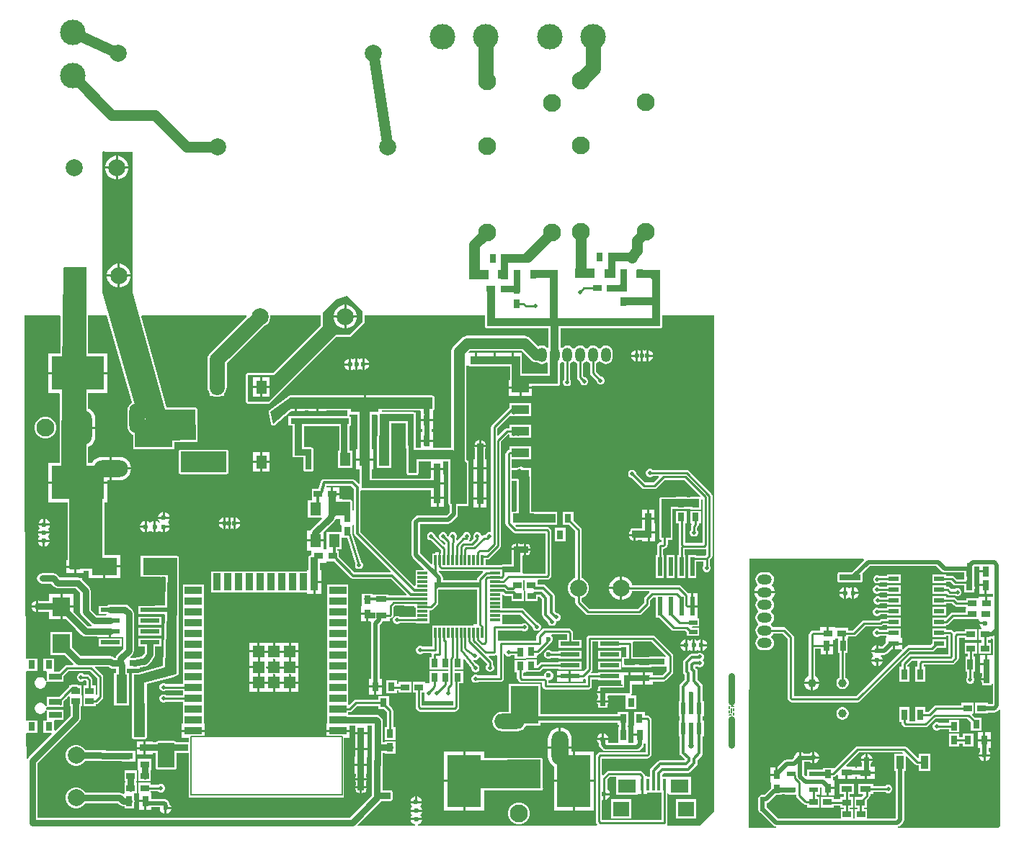
<source format=gtl>
G04*
G04 #@! TF.GenerationSoftware,Altium Limited,Altium Designer,21.6.4 (81)*
G04*
G04 Layer_Physical_Order=1*
G04 Layer_Color=255*
%FSLAX25Y25*%
%MOIN*%
G70*
G04*
G04 #@! TF.SameCoordinates,B0EADD32-72DF-464D-AA4A-4A4E6069522B*
G04*
G04*
G04 #@! TF.FilePolarity,Positive*
G04*
G01*
G75*
%ADD15C,0.01000*%
%ADD17C,0.00500*%
%ADD18C,0.03000*%
%ADD80R,0.04331X0.02362*%
%ADD95C,0.08268*%
%ADD103C,0.02362*%
%ADD106C,0.02000*%
%ADD107C,0.05000*%
%ADD108R,0.05236X0.05236*%
%ADD109R,0.07874X0.03543*%
%ADD110R,0.03543X0.07874*%
%ADD111R,0.08858X0.01968*%
%ADD112R,0.03543X0.06299*%
%ADD113R,0.03937X0.03150*%
%ADD114R,0.04724X0.01181*%
%ADD115R,0.02362X0.05354*%
%ADD116R,0.05118X0.02756*%
%ADD117R,0.02756X0.05118*%
%ADD118R,0.04724X0.06299*%
%ADD119R,0.12992X0.06299*%
%ADD120R,0.01181X0.04724*%
%ADD121R,0.03150X0.04331*%
%ADD122R,0.07480X0.07087*%
%ADD123R,0.08268X0.06299*%
%ADD124R,0.01575X0.05315*%
%ADD125R,0.04921X0.06299*%
%ADD126R,0.03150X0.03937*%
%ADD127R,0.12992X0.17323*%
%ADD128R,0.15354X0.24410*%
%ADD129R,0.04646X0.02284*%
%ADD130R,0.07874X0.04331*%
%ADD131R,0.04724X0.06102*%
%ADD132R,0.03937X0.01968*%
%ADD133R,0.01968X0.08858*%
%ADD134R,0.11811X0.07874*%
%ADD135R,0.08346X0.08858*%
%ADD136R,0.04331X0.03150*%
%ADD137R,0.24410X0.15354*%
%ADD138R,0.06299X0.06299*%
%ADD139R,0.17323X0.12992*%
%ADD140R,0.05118X0.13386*%
%ADD141R,0.05906X0.02756*%
%ADD142R,0.03150X0.03937*%
%ADD143C,0.01470*%
%ADD144C,0.01200*%
%ADD145C,0.07000*%
%ADD146C,0.01181*%
%ADD147C,0.11811*%
%ADD148C,0.03937*%
%ADD149O,0.06693X0.04724*%
%ADD150C,0.07874*%
%ADD151O,0.15748X0.07874*%
%ADD152O,0.07874X0.15748*%
%ADD153O,0.14173X0.07087*%
%ADD154O,0.04724X0.06693*%
%ADD155O,0.07087X0.14173*%
%ADD156C,0.01968*%
%ADD157C,0.02579*%
G36*
X284110Y265130D02*
X274530D01*
Y257405D01*
X271220D01*
Y265115D01*
X271205Y265130D01*
Y266188D01*
X271190Y266305D01*
X271205Y266320D01*
Y269050D01*
X284110D01*
Y265130D01*
D02*
G37*
G36*
X264895Y261670D02*
Y257330D01*
X255995D01*
X255965Y257550D01*
Y258860D01*
Y261670D01*
X264630D01*
X264865Y261700D01*
X264895Y261670D01*
D02*
G37*
G36*
X215835Y261220D02*
Y256880D01*
X206935D01*
X206905Y257100D01*
Y258410D01*
Y261220D01*
X215570D01*
X215805Y261250D01*
X215835Y261220D01*
D02*
G37*
G36*
X234350Y264540D02*
X224770D01*
Y256815D01*
X221460D01*
Y264525D01*
X221445Y264540D01*
Y265598D01*
X221430Y265715D01*
X221445Y265730D01*
Y268460D01*
X234350D01*
Y264540D01*
D02*
G37*
G36*
X279790Y251910D02*
X279760Y251880D01*
Y251080D01*
X270620D01*
Y254130D01*
X276450D01*
X276590Y254270D01*
X276710Y254390D01*
X276750Y254350D01*
X276740Y261490D01*
X279790D01*
Y251910D01*
D02*
G37*
G36*
X230520Y251560D02*
X230490Y251530D01*
Y250730D01*
X221350D01*
Y253780D01*
X227180D01*
X227320Y253920D01*
X227440Y254040D01*
X227480Y254000D01*
X227470Y261140D01*
X230520D01*
Y251560D01*
D02*
G37*
G36*
X29730Y213894D02*
X39449D01*
Y222571D01*
X30648D01*
Y239970D01*
X39307D01*
X50962Y199678D01*
X50134Y199043D01*
X49422Y198115D01*
X48974Y197034D01*
X48821Y195874D01*
Y188787D01*
X48974Y187627D01*
X49422Y186547D01*
X50134Y185618D01*
X51062Y184906D01*
X51419Y184758D01*
Y178045D01*
X70542D01*
Y181314D01*
X80406Y181382D01*
X80406Y181382D01*
X80406Y181382D01*
X80535Y181409D01*
X80757Y181455D01*
X80757Y181455D01*
X80757Y181455D01*
X80877Y181536D01*
X81053Y181656D01*
X81053Y181656D01*
X81053Y181656D01*
X81148Y181799D01*
X81250Y181955D01*
X81250Y181955D01*
X81250Y181955D01*
X81284Y182133D01*
X81318Y182306D01*
X81318Y182306D01*
X81318Y182307D01*
X81218Y196406D01*
X81182Y196579D01*
X81148Y196751D01*
X81146Y196754D01*
X81145Y196757D01*
X81046Y196903D01*
X80949Y197049D01*
X80946Y197051D01*
X80944Y197053D01*
X80797Y197150D01*
X80651Y197248D01*
X80648Y197248D01*
X80645Y197250D01*
X80472Y197283D01*
X80300Y197318D01*
X66754D01*
X55317Y239573D01*
X55620Y239970D01*
X103670D01*
X103862Y239508D01*
X87106Y222752D01*
X86401Y221833D01*
X85957Y220763D01*
X85806Y219614D01*
Y206823D01*
X85957Y205674D01*
X86401Y204604D01*
X86982Y203846D01*
Y202872D01*
X88285D01*
X89095Y202536D01*
X90244Y202385D01*
X91393Y202536D01*
X92203Y202872D01*
X93506D01*
Y203846D01*
X94087Y204604D01*
X94531Y205674D01*
X94682Y206823D01*
Y217776D01*
X111863Y234957D01*
X111997Y234993D01*
X113100Y235629D01*
X114000Y236530D01*
X114637Y237633D01*
X114967Y238863D01*
Y239970D01*
X138082D01*
Y235380D01*
X116120Y213418D01*
X104500D01*
X104149Y213348D01*
X103851Y213149D01*
X103652Y212851D01*
X103583Y212500D01*
X103582Y200354D01*
X103652Y200002D01*
X103851Y199705D01*
X104205Y199351D01*
X104502Y199152D01*
X104854Y199082D01*
X114000Y199082D01*
X114351Y199152D01*
X114649Y199351D01*
X145380Y230082D01*
X151500D01*
X151851Y230152D01*
X152149Y230351D01*
X158149Y236351D01*
X158348Y236649D01*
X158418Y237000D01*
Y239970D01*
X214212D01*
Y235090D01*
X214282Y234739D01*
X214481Y234441D01*
X214779Y234242D01*
X215130Y234172D01*
X243467D01*
Y225424D01*
X243041Y225121D01*
X242742Y225176D01*
X242145Y225634D01*
X241352Y225962D01*
X240500Y226075D01*
X239648Y225962D01*
X238855Y225634D01*
X238833Y225617D01*
X234785Y229665D01*
X234074Y230210D01*
X233247Y230553D01*
X232360Y230669D01*
X205941D01*
X205053Y230553D01*
X204226Y230210D01*
X203516Y229665D01*
X199658Y225807D01*
X199113Y225097D01*
X198771Y224270D01*
X198654Y223382D01*
Y178718D01*
X190178D01*
Y181540D01*
X188570D01*
Y179430D01*
X186041D01*
X186035Y181540D01*
X184422D01*
Y178718D01*
X182218D01*
Y179300D01*
X182196Y179410D01*
X182190Y179523D01*
X182118Y179813D01*
Y179984D01*
X182126Y180000D01*
X182137Y180129D01*
X182162Y180255D01*
X182152Y180306D01*
X182156Y180357D01*
X182117Y180480D01*
X182098Y180579D01*
Y185499D01*
X182018D01*
Y188131D01*
X182038D01*
Y191015D01*
X182053Y191090D01*
Y194370D01*
X182038Y194445D01*
Y195049D01*
X181739D01*
X181486Y195218D01*
X181135Y195288D01*
X166496D01*
Y196012D01*
X184032D01*
X184362Y195649D01*
Y192090D01*
X186006D01*
X185993Y196930D01*
X137184D01*
Y195838D01*
X140743D01*
Y196012D01*
X150504D01*
Y194013D01*
X150504Y193949D01*
X150350Y193513D01*
X140143D01*
Y193513D01*
X133225D01*
Y193513D01*
X130159D01*
Y193513D01*
X129607D01*
X129580Y193519D01*
X126000D01*
X125973Y193513D01*
X123241D01*
Y188958D01*
X125082D01*
Y175190D01*
X125152Y174839D01*
X125351Y174541D01*
X125649Y174342D01*
X126000Y174272D01*
X130156D01*
Y168720D01*
X130226Y168369D01*
X130425Y168071D01*
X130723Y167872D01*
X131074Y167802D01*
X133860D01*
X134211Y167872D01*
X134509Y168071D01*
X134708Y168369D01*
X134778Y168720D01*
Y178057D01*
X134708Y178408D01*
X134509Y178706D01*
X134211Y178905D01*
X133860Y178975D01*
X130498D01*
Y188767D01*
X146747D01*
Y177451D01*
X146183D01*
Y169352D01*
X152707D01*
Y177451D01*
X151493D01*
Y188828D01*
X151541Y188837D01*
X151839Y189036D01*
X152038Y189334D01*
X152108Y189685D01*
Y192595D01*
X152038Y192946D01*
X151839Y193244D01*
X151541Y193443D01*
X151511Y193449D01*
X151560Y193949D01*
X155242D01*
Y178051D01*
X154638D01*
Y173902D01*
X157070D01*
Y174880D01*
X160805D01*
Y173902D01*
X162362D01*
Y178051D01*
X161768D01*
Y193949D01*
X164153D01*
X164504Y193592D01*
X164178Y174606D01*
X164179Y174598D01*
X164177Y174590D01*
X164211Y174422D01*
X164241Y174253D01*
X164246Y174247D01*
X164247Y174239D01*
X164293Y174170D01*
Y169352D01*
X170817D01*
Y177451D01*
X170703D01*
Y190172D01*
X177482D01*
Y188131D01*
X177596D01*
Y185499D01*
X177542D01*
Y178581D01*
X177982D01*
Y174000D01*
X177992Y173950D01*
Y166940D01*
X178062Y166589D01*
X178261Y166291D01*
X178559Y166092D01*
X178910Y166022D01*
X182430D01*
X182781Y166092D01*
X183079Y166291D01*
X183278Y166589D01*
X183348Y166940D01*
Y172382D01*
X189222D01*
Y169500D01*
X190380D01*
Y171480D01*
X193540D01*
Y169500D01*
X194978D01*
Y172382D01*
X197282D01*
Y154700D01*
Y153100D01*
X197352Y152749D01*
X197402Y152674D01*
Y152041D01*
X197743D01*
Y148762D01*
X196398Y147417D01*
X183352D01*
X182610Y147270D01*
X181982Y146850D01*
X180810Y145678D01*
X180390Y145050D01*
X180243Y144308D01*
Y129190D01*
X180390Y128449D01*
X180810Y127820D01*
X185978Y122652D01*
X185786Y122191D01*
X182038D01*
Y119209D01*
Y115042D01*
X181576Y114851D01*
X156639Y139787D01*
Y158608D01*
X157070Y159032D01*
X159785D01*
X159860Y159017D01*
X189322D01*
Y156000D01*
X190380D01*
Y159935D01*
X159860D01*
Y159950D01*
X157070D01*
Y172902D01*
X154638D01*
Y168752D01*
X156152D01*
Y162224D01*
X155691Y162032D01*
X153941Y163781D01*
X153445Y164113D01*
X152860Y164229D01*
X139680D01*
X139604Y164214D01*
X139527Y164222D01*
X139314Y164156D01*
X139095Y164113D01*
X139030Y164070D01*
X138956Y164047D01*
X138784Y163905D01*
X138599Y163781D01*
X138556Y163717D01*
X138496Y163668D01*
X138391Y163471D01*
X138267Y163285D01*
X138252Y163209D01*
X138216Y163141D01*
X137196Y159755D01*
X134105D01*
Y154805D01*
X133746Y154463D01*
X132329D01*
Y146364D01*
X138476D01*
X138683Y145864D01*
X133900Y141080D01*
X133509Y140496D01*
X131729D01*
Y136346D01*
X135689D01*
X139650D01*
Y139909D01*
X144424Y144684D01*
X144470Y144752D01*
X145300Y145764D01*
X147315D01*
Y142940D01*
X147457D01*
X147915Y142840D01*
X147915Y142440D01*
Y140312D01*
X147711Y139896D01*
X147415Y139896D01*
X140990D01*
Y132145D01*
X140767Y131773D01*
X140512Y131745D01*
X139650D01*
Y135346D01*
X135689D01*
X131729D01*
Y131197D01*
X133813D01*
Y128948D01*
X133380D01*
X133029Y128878D01*
X132731Y128679D01*
X132532Y128381D01*
X132462Y128030D01*
Y122071D01*
X131904D01*
Y121471D01*
X87503D01*
Y111797D01*
X131904D01*
Y111197D01*
X134675D01*
Y116634D01*
X135175D01*
Y117134D01*
X138447D01*
Y122071D01*
X137828D01*
Y125595D01*
X140750D01*
Y125737D01*
X140850Y126195D01*
X144432D01*
X152189Y118439D01*
X152685Y118107D01*
X153270Y117991D01*
X170696D01*
X177807Y110880D01*
X177615Y110418D01*
X169489D01*
Y110908D01*
X162571D01*
X162265Y111167D01*
Y111167D01*
X157315D01*
Y105430D01*
X156857Y105330D01*
X156715D01*
Y102362D01*
X158678D01*
X158680Y102450D01*
X163580D01*
X163530Y100850D01*
X163630Y99850D01*
X160290Y99883D01*
Y98393D01*
X161223D01*
X161603Y97893D01*
X161523Y97490D01*
Y71786D01*
X160385D01*
Y68621D01*
X163460D01*
X166535D01*
Y71786D01*
X165397D01*
Y96687D01*
X166500Y97790D01*
X166822Y98272D01*
X170089D01*
Y99722D01*
X170635Y99831D01*
X171098Y100141D01*
X171389Y100431D01*
X171389Y100431D01*
X171699Y100894D01*
X171807Y101441D01*
X171807Y101441D01*
Y104898D01*
X172567Y105657D01*
X181438Y105597D01*
Y104830D01*
X182038D01*
Y100474D01*
X174767D01*
X174597Y100644D01*
X173905Y100931D01*
X173155D01*
X172463Y100644D01*
X171933Y100114D01*
X171646Y99421D01*
Y98672D01*
X171933Y97979D01*
X172463Y97449D01*
X173155Y97162D01*
X173905D01*
X174597Y97449D01*
X174767Y97619D01*
X182038D01*
Y97556D01*
X188562D01*
Y99524D01*
Y103524D01*
X189162D01*
X189162Y103524D01*
X189708Y103633D01*
X190172Y103943D01*
X192215Y105986D01*
X192215Y105986D01*
X192524Y106449D01*
X192633Y106995D01*
X192633Y106995D01*
Y112955D01*
X192890Y113212D01*
X210508D01*
Y97003D01*
X208800D01*
Y96403D01*
X189715D01*
Y89879D01*
X189778D01*
Y86607D01*
X185290D01*
X185209Y86688D01*
X184517Y86975D01*
X183767D01*
X183074Y86688D01*
X182544Y86158D01*
X182257Y85465D01*
Y84716D01*
X182544Y84023D01*
X183074Y83493D01*
X183767Y83206D01*
X184517D01*
X185209Y83493D01*
X185468Y83753D01*
X189144D01*
X189503Y83253D01*
X189453Y83000D01*
Y81887D01*
X188405D01*
Y76150D01*
X193355D01*
X193375Y76080D01*
X197197D01*
Y75380D01*
X193375D01*
X193355Y75450D01*
X188405D01*
Y69748D01*
X186457D01*
Y70365D01*
X180720D01*
Y65415D01*
X182071D01*
Y58606D01*
X182071Y58606D01*
X182180Y58060D01*
X182489Y57596D01*
X183075Y57011D01*
X183075Y57011D01*
X183538Y56701D01*
X184084Y56593D01*
X200244D01*
X200244Y56593D01*
X200791Y56701D01*
X201254Y57011D01*
X201839Y57596D01*
X201839Y57596D01*
X202149Y58060D01*
X202257Y58606D01*
Y69633D01*
X204025D01*
Y75370D01*
X200052D01*
Y76070D01*
X204025D01*
Y80808D01*
X204496Y80975D01*
X207856Y76853D01*
Y76425D01*
X208143Y75733D01*
X208673Y75203D01*
X209365Y74916D01*
X210115D01*
X210807Y75203D01*
X211337Y75733D01*
X211624Y76425D01*
Y77175D01*
X211337Y77867D01*
X210807Y78397D01*
X210115Y78684D01*
X210046D01*
X208817Y80192D01*
X209125Y80606D01*
X209245Y80556D01*
X209995D01*
X210687Y80843D01*
X211217Y81373D01*
X211411Y81840D01*
X211966Y81993D01*
X215053Y78906D01*
Y78127D01*
X214883Y77957D01*
X214596Y77265D01*
Y76515D01*
X214883Y75823D01*
X215413Y75293D01*
X216105Y75006D01*
X216855D01*
X217547Y75293D01*
X218077Y75823D01*
X218364Y76515D01*
Y77265D01*
X218077Y77957D01*
X217907Y78127D01*
Y79497D01*
X217907Y79497D01*
X217799Y80044D01*
X217489Y80507D01*
X217489Y80507D01*
X215946Y82051D01*
X216137Y82513D01*
X218650D01*
X219196Y82621D01*
X219423Y82772D01*
X219923Y82505D01*
Y73327D01*
X210897D01*
X210807Y73417D01*
X210115Y73704D01*
X209365D01*
X208673Y73417D01*
X208143Y72887D01*
X207856Y72195D01*
Y71445D01*
X208143Y70753D01*
X208673Y70223D01*
X209365Y69936D01*
X210115D01*
X210807Y70223D01*
X211057Y70473D01*
X221350D01*
X221896Y70581D01*
X222359Y70891D01*
X222669Y71354D01*
X222777Y71900D01*
Y83358D01*
X223277Y83457D01*
X223433Y83083D01*
X223963Y82553D01*
X224655Y82266D01*
X225405D01*
X226097Y82553D01*
X226267Y82723D01*
X227945D01*
Y81240D01*
X232895D01*
Y81240D01*
X233095Y81410D01*
X238045D01*
Y82492D01*
X238338Y82851D01*
X238885Y82960D01*
X239348Y83269D01*
X244309Y88230D01*
X244309Y88230D01*
X244362Y88310D01*
X244739Y88466D01*
X245324Y89051D01*
X245641Y89816D01*
Y90644D01*
X245324Y91409D01*
X244940Y91793D01*
X245148Y92293D01*
X252039D01*
Y89864D01*
X248137D01*
Y86096D01*
X258796D01*
Y89864D01*
X254894D01*
Y93134D01*
X254785Y93681D01*
X254476Y94144D01*
X254476Y94144D01*
X253890Y94729D01*
X253427Y95039D01*
X252881Y95147D01*
X252881Y95147D01*
X241670D01*
X241670Y95147D01*
X241124Y95039D01*
X240661Y94729D01*
X240661Y94729D01*
X238331Y92399D01*
X238021Y91936D01*
X237913Y91390D01*
X237913Y91390D01*
Y89557D01*
X221350D01*
X220804Y89449D01*
X220577Y89298D01*
X220077Y89565D01*
Y94213D01*
X231127D01*
X231297Y94043D01*
X231989Y93756D01*
X232739D01*
X233432Y94043D01*
X233962Y94573D01*
X234248Y95265D01*
Y96015D01*
X233962Y96707D01*
X233432Y97237D01*
X232739Y97524D01*
X231989D01*
X231297Y97237D01*
X231127Y97067D01*
X222055D01*
X222027Y97556D01*
X222027D01*
Y101556D01*
X230445D01*
X236276Y95726D01*
Y95485D01*
X236563Y94793D01*
X237093Y94263D01*
X237785Y93976D01*
X238535D01*
X239227Y94263D01*
X239757Y94793D01*
X240044Y95485D01*
Y96235D01*
X239757Y96927D01*
X239227Y97457D01*
X238535Y97744D01*
X238294D01*
X232046Y103993D01*
X231583Y104302D01*
X231036Y104411D01*
X231036Y104411D01*
X222027D01*
Y107398D01*
Y110690D01*
X222527Y110897D01*
X222888Y110536D01*
X223384Y110205D01*
X223969Y110088D01*
X226384D01*
Y107695D01*
X232121D01*
Y112645D01*
X231942D01*
Y117299D01*
X232292Y117500D01*
X232642Y117299D01*
Y112565D01*
X232821D01*
Y107695D01*
X238559D01*
Y109703D01*
X239372D01*
X240637Y108438D01*
Y101431D01*
X240764Y100793D01*
X241125Y100252D01*
X243317Y98061D01*
Y97806D01*
X243604Y97114D01*
X244134Y96584D01*
X244826Y96297D01*
X245576D01*
X246268Y96584D01*
X246798Y97114D01*
X247085Y97806D01*
Y98396D01*
X247675D01*
X248367Y98683D01*
X248897Y99213D01*
X249184Y99905D01*
Y100655D01*
X248897Y101347D01*
X248367Y101877D01*
X247675Y102164D01*
X247420D01*
X246440Y103144D01*
Y110152D01*
X246313Y110790D01*
X245952Y111330D01*
X242264Y115018D01*
X241723Y115380D01*
X241085Y115507D01*
X238379D01*
X238379Y117515D01*
X238787Y117736D01*
X242863D01*
X242863Y117736D01*
X243409Y117844D01*
X243872Y118154D01*
X244479Y118761D01*
X244479Y118761D01*
X244789Y119224D01*
X244897Y119770D01*
X244897Y119770D01*
Y140104D01*
X244789Y140650D01*
X244479Y141114D01*
X244479Y141114D01*
X243894Y141699D01*
X243430Y142009D01*
X242884Y142117D01*
X242884Y142117D01*
X228769D01*
X228211Y142675D01*
X228402Y143137D01*
X242685D01*
Y142976D01*
X247635D01*
Y143939D01*
X247658Y144055D01*
Y148185D01*
X247635Y148301D01*
Y149106D01*
X246963D01*
X246858Y149127D01*
X246683Y149163D01*
X235529Y149197D01*
Y164900D01*
X235543D01*
X235371Y166205D01*
X235337Y166288D01*
Y169565D01*
X232302D01*
X231805Y169771D01*
X230500Y169943D01*
Y169929D01*
X229612Y169813D01*
X229016Y169565D01*
X226490D01*
Y173435D01*
X235337D01*
Y179565D01*
X225663D01*
Y177927D01*
X225649D01*
X225102Y177819D01*
X224639Y177509D01*
X224639Y177509D01*
X224054Y176924D01*
X223744Y176461D01*
X223636Y175914D01*
X223636Y175914D01*
Y143805D01*
X223636Y143804D01*
X223744Y143258D01*
X224054Y142795D01*
X227168Y139681D01*
X227168Y139681D01*
X227631Y139371D01*
X228177Y139263D01*
X228177Y139263D01*
X242043D01*
Y120590D01*
X231791D01*
X231375Y121046D01*
X231374Y128720D01*
X231874Y129103D01*
X232040Y129058D01*
Y130120D01*
X230457D01*
X230457Y121600D01*
Y121046D01*
X222061D01*
Y123720D01*
X227539D01*
Y130120D01*
X227460D01*
Y131300D01*
X226498D01*
X226542Y131135D01*
Y130120D01*
X226612Y129769D01*
X226621Y129755D01*
Y124638D01*
X222061D01*
X221710Y124568D01*
X221565Y124471D01*
X214350D01*
Y127040D01*
X215157D01*
X215157Y127040D01*
X215703Y127149D01*
X216166Y127458D01*
X221195Y132487D01*
X221195Y132487D01*
X221505Y132950D01*
X221613Y133497D01*
X221613Y133497D01*
Y157014D01*
X221613Y157014D01*
X221517Y157499D01*
Y181624D01*
X224965Y185073D01*
X225174D01*
X225636Y184835D01*
X225663Y184697D01*
Y183435D01*
X226925D01*
X227063Y183407D01*
X227201Y183435D01*
X228939D01*
X229077Y183407D01*
X229215Y183435D01*
X235337D01*
Y189565D01*
X225663D01*
Y187927D01*
X224374D01*
X224374Y187927D01*
X223827Y187819D01*
X223364Y187509D01*
X223364Y187509D01*
X220279Y184424D01*
X219817Y184615D01*
Y187678D01*
X225294Y193156D01*
X225663Y193435D01*
Y193435D01*
X225663Y193435D01*
X226925D01*
X227063Y193407D01*
X227201Y193435D01*
X235337D01*
Y199565D01*
X225663D01*
Y197524D01*
X225551Y197449D01*
X217380Y189279D01*
X217071Y188815D01*
X216962Y188269D01*
X216962Y188269D01*
Y139976D01*
X216546Y139699D01*
X216535Y139703D01*
X215785D01*
X215093Y139416D01*
X214563Y138886D01*
X214319Y138297D01*
X213699D01*
X213699Y138297D01*
X213153Y138189D01*
X212994Y138083D01*
X212837Y138118D01*
X212443Y138316D01*
X212207Y138886D01*
X211677Y139416D01*
X210985Y139703D01*
X210235D01*
X209543Y139416D01*
X209013Y138886D01*
X208726Y138194D01*
Y137444D01*
X208948Y136907D01*
X207559Y135517D01*
X207023D01*
X206908Y135653D01*
X206777Y136017D01*
X207009Y136364D01*
X207036Y136500D01*
X207287Y136752D01*
X207574Y137444D01*
Y138194D01*
X207287Y138886D01*
X206757Y139416D01*
X206065Y139703D01*
X205315D01*
X204623Y139416D01*
X204093Y138886D01*
X203806Y138194D01*
Y138064D01*
X203702Y138043D01*
X203239Y137734D01*
X203239Y137734D01*
X201375Y135870D01*
X200913Y136061D01*
Y136789D01*
X201184Y137444D01*
Y138194D01*
X200897Y138886D01*
X200367Y139416D01*
X199675Y139703D01*
X198925D01*
X198233Y139416D01*
X197703Y138886D01*
X197416Y138194D01*
Y137931D01*
X196946Y137724D01*
X196639Y137967D01*
Y138183D01*
X196352Y138876D01*
X195822Y139406D01*
X195130Y139693D01*
X194380D01*
X193687Y139406D01*
X193157Y138876D01*
X192871Y138183D01*
Y137434D01*
X193157Y136741D01*
X193687Y136211D01*
X194380Y135924D01*
X194544D01*
X195684Y134785D01*
Y134098D01*
X195222Y133907D01*
X191134Y137995D01*
Y138194D01*
X190847Y138886D01*
X190317Y139416D01*
X189625Y139703D01*
X188875D01*
X188183Y139416D01*
X187653Y138886D01*
X187366Y138194D01*
Y137444D01*
X187653Y136752D01*
X188183Y136222D01*
X188875Y135935D01*
X189157D01*
X193715Y131376D01*
Y130468D01*
X193674D01*
Y129868D01*
X193652D01*
Y126605D01*
X192696D01*
Y129868D01*
X192674D01*
Y130468D01*
X191084D01*
Y129868D01*
X189715D01*
Y125048D01*
X189253Y124857D01*
X184117Y129992D01*
Y143506D01*
X184154Y143543D01*
X197201D01*
X197942Y143690D01*
X198570Y144110D01*
X201050Y146590D01*
X201470Y147218D01*
X201618Y147960D01*
Y151782D01*
X205700D01*
X205995Y151841D01*
X206598D01*
Y152600D01*
X206618Y152700D01*
Y171830D01*
X206598Y171931D01*
Y172859D01*
X205969D01*
X205478Y173349D01*
X205512Y173609D01*
Y216709D01*
X205941Y216882D01*
Y216882D01*
X206627D01*
X206711Y216756D01*
X207009Y216557D01*
X207360Y216487D01*
X225743D01*
Y210165D01*
X225063D01*
Y207000D01*
X226660D01*
Y217405D01*
X207360D01*
Y221140D01*
X209500D01*
Y222638D01*
X206842D01*
X206650Y223100D01*
X207361Y223811D01*
X230939D01*
X235375Y219375D01*
X236085Y218830D01*
X236912Y218488D01*
X237800Y218371D01*
X238250Y218430D01*
X238855Y217966D01*
X239648Y217637D01*
X240500Y217525D01*
X241352Y217637D01*
X242145Y217966D01*
X242742Y218424D01*
X242881Y218449D01*
X243327Y218160D01*
Y213063D01*
X231313D01*
Y221140D01*
X231243Y221491D01*
X231059Y221766D01*
Y222638D01*
X227500D01*
Y221140D01*
X230395D01*
Y212145D01*
X244245D01*
Y223145D01*
Y223390D01*
X244385D01*
Y235090D01*
X215130D01*
Y237140D01*
Y252070D01*
X218865D01*
Y238825D01*
X244170D01*
Y257310D01*
X235130D01*
Y257670D01*
Y261045D01*
X247940D01*
Y257310D01*
X247905D01*
Y238825D01*
X291600D01*
Y244795D01*
X276670D01*
Y248530D01*
X291600D01*
Y256720D01*
X290960Y257360D01*
X284260D01*
Y261420D01*
X284310Y261470D01*
X284650Y261130D01*
X295330D01*
Y235090D01*
X248120D01*
Y221820D01*
X247980D01*
Y208400D01*
X244245D01*
Y208410D01*
X230395D01*
Y207000D01*
X230500D01*
X235937D01*
Y207492D01*
X244194D01*
X244245Y207482D01*
X247980D01*
X248331Y207552D01*
X248629Y207751D01*
X248828Y208049D01*
X248898Y208400D01*
Y217860D01*
X249160Y218061D01*
X249488Y218489D01*
X249711D01*
X250069Y218424D01*
X250666Y217966D01*
X250768Y217924D01*
Y210543D01*
X250483Y210257D01*
X250196Y209565D01*
Y208815D01*
X250483Y208123D01*
X251013Y207593D01*
X251705Y207306D01*
X252455D01*
X253147Y207593D01*
X253677Y208123D01*
X253964Y208815D01*
Y209565D01*
X253677Y210257D01*
X253623Y210312D01*
Y217828D01*
X253956Y217966D01*
X254638Y218489D01*
X254959Y218908D01*
X255568D01*
X255890Y218489D01*
X256571Y217966D01*
X256789Y217876D01*
Y211314D01*
X256789Y211314D01*
X256898Y210767D01*
X257207Y210304D01*
X258136Y209376D01*
Y209135D01*
X258423Y208443D01*
X258953Y207913D01*
X259645Y207626D01*
X260395D01*
X261087Y207913D01*
X261617Y208443D01*
X261904Y209135D01*
Y209885D01*
X261617Y210577D01*
X261087Y211107D01*
X260395Y211394D01*
X260154D01*
X259644Y211905D01*
Y217876D01*
X259862Y217966D01*
X260543Y218489D01*
X260865Y218908D01*
X261474D01*
X261795Y218489D01*
X262477Y217966D01*
X262695Y217876D01*
Y213418D01*
X262695Y213418D01*
X262803Y212872D01*
X263113Y212409D01*
X265776Y209746D01*
Y209505D01*
X266063Y208813D01*
X266593Y208283D01*
X267285Y207996D01*
X268035D01*
X268727Y208283D01*
X269257Y208813D01*
X269544Y209505D01*
Y210255D01*
X269257Y210947D01*
X268727Y211477D01*
X268035Y211764D01*
X267794D01*
X265549Y214009D01*
Y217876D01*
X265767Y217966D01*
X266449Y218489D01*
X266770Y218908D01*
X267379D01*
X267701Y218489D01*
X268382Y217966D01*
X269176Y217637D01*
X270028Y217525D01*
X270879Y217637D01*
X271673Y217966D01*
X272354Y218489D01*
X272877Y219171D01*
X273206Y219964D01*
X273318Y220816D01*
Y222784D01*
X273206Y223636D01*
X272877Y224429D01*
X272354Y225111D01*
X271673Y225634D01*
X270879Y225962D01*
X270028Y226075D01*
X269176Y225962D01*
X268382Y225634D01*
X267701Y225111D01*
X267379Y224692D01*
X266770D01*
X266449Y225111D01*
X265767Y225634D01*
X264974Y225962D01*
X264122Y226075D01*
X263270Y225962D01*
X262477Y225634D01*
X261795Y225111D01*
X261474Y224692D01*
X260865D01*
X260543Y225111D01*
X259862Y225634D01*
X259068Y225962D01*
X258217Y226075D01*
X257365Y225962D01*
X256571Y225634D01*
X255890Y225111D01*
X255568Y224692D01*
X254959D01*
X254638Y225111D01*
X253956Y225634D01*
X253163Y225962D01*
X252311Y226075D01*
X251459Y225962D01*
X250666Y225634D01*
X250069Y225176D01*
X249711Y225111D01*
X249488D01*
X249160Y225539D01*
X249038Y225633D01*
Y234172D01*
X295330D01*
X295681Y234242D01*
X295979Y234441D01*
X296178Y234739D01*
X296248Y235090D01*
Y239970D01*
X320200D01*
Y10570D01*
X313400Y3770D01*
X298650D01*
X298383Y4270D01*
X298539Y4504D01*
X298647Y5050D01*
Y18724D01*
X298773Y18781D01*
X299273Y18457D01*
Y18188D01*
X309341D01*
Y26287D01*
X299403D01*
X299273Y26287D01*
X298777Y26278D01*
X296283D01*
Y27459D01*
X297015Y28191D01*
X308039D01*
X308677Y28317D01*
X309217Y28679D01*
X312072Y31534D01*
X312434Y32075D01*
X312561Y32713D01*
Y34181D01*
X314479Y36099D01*
X314840Y36640D01*
X314967Y37277D01*
Y45137D01*
X315381D01*
Y52291D01*
X314967D01*
Y54389D01*
X315381D01*
Y61543D01*
X314967D01*
Y68169D01*
X314840Y68807D01*
X314479Y69348D01*
X312462Y71365D01*
Y75347D01*
X312335Y75985D01*
X311974Y76525D01*
X311637Y76862D01*
Y77568D01*
X312303D01*
X312483Y77388D01*
X313175Y77101D01*
X313925D01*
X314617Y77388D01*
X315147Y77918D01*
X315434Y78611D01*
Y79361D01*
X315147Y80053D01*
X314731Y80470D01*
X315147Y80887D01*
X315434Y81579D01*
Y82329D01*
X315147Y83022D01*
X314617Y83552D01*
X313925Y83838D01*
X313175D01*
X312483Y83552D01*
X312303Y83372D01*
X309808D01*
X309170Y83245D01*
X308629Y82884D01*
X306322Y80576D01*
X305960Y80035D01*
X305833Y79397D01*
Y75149D01*
X305960Y74511D01*
X306322Y73970D01*
X306658Y73633D01*
Y71365D01*
X304641Y69348D01*
X304280Y68807D01*
X304153Y68169D01*
Y61543D01*
X303739D01*
Y54389D01*
X304153D01*
Y52291D01*
X303739D01*
Y45137D01*
X304153D01*
Y37558D01*
X304280Y36920D01*
X304641Y36379D01*
X306668Y34352D01*
X306319Y33994D01*
X295301D01*
X294664Y33867D01*
X294123Y33506D01*
X290968Y30351D01*
X290607Y29810D01*
X290480Y29172D01*
Y26278D01*
X289271D01*
Y26877D01*
X288370D01*
X288303Y27215D01*
X287993Y27678D01*
X287993Y27678D01*
X286822Y28849D01*
X286358Y29159D01*
X285812Y29267D01*
X285812Y29267D01*
X271372D01*
X271372Y29267D01*
X270825Y29159D01*
X270362Y28849D01*
X270362Y28849D01*
X268739Y27226D01*
X268277Y27418D01*
Y34893D01*
X289184D01*
X289184Y34893D01*
X289731Y35001D01*
X290194Y35311D01*
X290779Y35896D01*
X290779Y35896D01*
X291089Y36360D01*
X291197Y36906D01*
Y52894D01*
X291089Y53440D01*
X290779Y53903D01*
X290779Y53903D01*
X290194Y54489D01*
X289731Y54798D01*
X289184Y54907D01*
X289184Y54907D01*
X288015D01*
Y56545D01*
X283065D01*
Y50414D01*
X283065D01*
X282957Y49959D01*
X282802D01*
Y46400D01*
X285680D01*
Y45400D01*
X282802D01*
Y42157D01*
X280860D01*
X280478Y42441D01*
X280478Y42657D01*
Y49359D01*
X280137D01*
Y49959D01*
X280124Y50028D01*
X280441Y50414D01*
X280535D01*
Y56545D01*
X275585D01*
Y55417D01*
X239849D01*
Y69298D01*
X225057D01*
Y56541D01*
X222020D01*
X220860Y56388D01*
X219779Y55940D01*
X218851Y55228D01*
X218139Y54300D01*
X217691Y53219D01*
X217538Y52059D01*
X217691Y50899D01*
X218139Y49818D01*
X218851Y48890D01*
X219779Y48178D01*
X220860Y47730D01*
X222020Y47577D01*
X229106D01*
X230266Y47730D01*
X231347Y48178D01*
X232275Y48890D01*
X232987Y49818D01*
X233135Y50175D01*
X239849D01*
Y51542D01*
X275585D01*
Y50414D01*
X276123D01*
Y50099D01*
X276170Y49859D01*
X275922Y49359D01*
X275922D01*
Y42657D01*
X275922Y42441D01*
X275540Y42157D01*
X271319D01*
X271030Y42657D01*
X271138Y42845D01*
X271282Y43380D01*
X265998D01*
X266142Y42845D01*
X266495Y42234D01*
X266772Y41956D01*
Y41322D01*
X266919Y40581D01*
X267339Y39952D01*
X268442Y38850D01*
X269070Y38430D01*
X269812Y38283D01*
X284609D01*
X285350Y38430D01*
X285979Y38850D01*
X287050Y39922D01*
X287470Y40550D01*
X287617Y41292D01*
Y41841D01*
X288343D01*
Y37747D01*
X267436D01*
X266890Y37639D01*
X266426Y37329D01*
X266426Y37329D01*
X265841Y36744D01*
X265531Y36281D01*
X265423Y35734D01*
X265423Y35734D01*
Y5636D01*
X265423Y5636D01*
X265531Y5090D01*
X265841Y4626D01*
X266197Y4270D01*
X265990Y3770D01*
X183142D01*
X183076Y4270D01*
X183455Y4372D01*
X184066Y4725D01*
X184565Y5224D01*
X184918Y5835D01*
X185062Y6370D01*
X179778D01*
X179922Y5835D01*
X180275Y5224D01*
X180774Y4725D01*
X181385Y4372D01*
X181764Y4270D01*
X181699Y3770D01*
X155484D01*
X155292Y4232D01*
X165950Y14890D01*
X166106Y15122D01*
X170320D01*
X170671Y15192D01*
X170969Y15391D01*
X171299Y15721D01*
X171498Y16019D01*
X171568Y16370D01*
Y19150D01*
X171498Y19501D01*
X171299Y19799D01*
X171001Y19998D01*
X170650Y20068D01*
X166687D01*
Y31156D01*
X166847Y31960D01*
Y37565D01*
X167815D01*
Y37143D01*
X172765D01*
Y42880D01*
X167815D01*
Y42459D01*
X166887D01*
Y46600D01*
Y52111D01*
X166701Y53048D01*
X166171Y53841D01*
X165585Y54427D01*
X164791Y54958D01*
X163854Y55144D01*
X150977D01*
Y56269D01*
X151577D01*
X151577Y56269D01*
X152123Y56378D01*
X152586Y56687D01*
X155151Y59252D01*
X164725D01*
Y57614D01*
X167656D01*
X168863Y56408D01*
Y49317D01*
X167815D01*
Y43580D01*
X172765D01*
Y49317D01*
X171717D01*
Y56999D01*
X171718Y56999D01*
X171609Y57545D01*
X171299Y58008D01*
X171299Y58008D01*
X169675Y59633D01*
Y63745D01*
X164725D01*
Y62107D01*
X154560D01*
X154560Y62107D01*
X154013Y61998D01*
X153550Y61689D01*
X153550Y61689D01*
X151477Y59615D01*
X150977Y59823D01*
Y65025D01*
Y70025D01*
Y75025D01*
Y80025D01*
Y85025D01*
Y90025D01*
Y95025D01*
Y100025D01*
Y105025D01*
Y110025D01*
Y115368D01*
X141303D01*
Y110025D01*
Y105025D01*
Y100025D01*
Y95025D01*
Y90025D01*
Y85025D01*
Y80025D01*
Y75025D01*
Y70025D01*
Y65025D01*
Y60025D01*
Y55025D01*
Y50968D01*
X140703D01*
Y48197D01*
X146140D01*
X151577D01*
Y50250D01*
X154082D01*
Y47100D01*
X155320D01*
Y49170D01*
X158240D01*
Y47100D01*
X159838D01*
Y50250D01*
X161993D01*
Y46600D01*
Y39602D01*
X161953Y39400D01*
Y32604D01*
X161793Y31800D01*
Y17671D01*
X161789Y17649D01*
X151706Y7567D01*
X7207D01*
Y32746D01*
X26612Y52151D01*
X27142Y52945D01*
X27329Y53882D01*
Y59025D01*
X27750D01*
Y63975D01*
X27650D01*
Y68675D01*
X26099D01*
X26009Y68809D01*
X25546Y69119D01*
X25000Y69227D01*
X23588D01*
X23588Y69227D01*
X23042Y69119D01*
X22579Y68809D01*
X22444Y68675D01*
X21913D01*
Y68144D01*
X18394Y64625D01*
X18133Y64234D01*
X17224Y63325D01*
X11537D01*
Y59014D01*
X11037Y58949D01*
X10990Y59126D01*
X10638Y59735D01*
X10140Y60232D01*
X9531Y60584D01*
X8852Y60766D01*
X8148D01*
X7469Y60584D01*
X6860Y60232D01*
X6362Y59735D01*
X6010Y59126D01*
X5828Y58446D01*
Y57743D01*
X6010Y57063D01*
X6362Y56454D01*
X6860Y55957D01*
X7469Y55605D01*
X8148Y55423D01*
X8852D01*
X9531Y55605D01*
X10140Y55957D01*
X10638Y56454D01*
X10990Y57063D01*
X11037Y57240D01*
X11537Y57174D01*
Y52998D01*
X11537Y52864D01*
X11212Y52498D01*
X9962D01*
Y46761D01*
X13647D01*
X13839Y46299D01*
X3030Y35490D01*
X2572Y34806D01*
X2071Y34913D01*
X1984Y46305D01*
X2481Y46761D01*
X7038D01*
Y52498D01*
X2088Y52498D01*
X1933Y52934D01*
X1763Y75136D01*
X2260Y75502D01*
X7038D01*
Y81239D01*
X2216D01*
X2088Y81239D01*
X1714Y81542D01*
X1118Y159278D01*
Y239970D01*
X17568D01*
X17920Y239615D01*
X17787Y222571D01*
X12039D01*
Y213894D01*
X18638D01*
X19010Y261670D01*
X19630Y262290D01*
X29730D01*
Y213894D01*
D02*
G37*
G36*
X157500Y242000D02*
Y237000D01*
X151500Y231000D01*
X145000D01*
X114000Y200000D01*
X104854Y200000D01*
X104500Y200354D01*
X104500Y212500D01*
X116500D01*
X139000Y235000D01*
Y241500D01*
X145000Y247500D01*
X150500Y249000D01*
X157500Y242000D01*
D02*
G37*
G36*
X181100Y184182D02*
X178514D01*
Y190208D01*
X181100Y190218D01*
Y184182D01*
D02*
G37*
G36*
X39000Y315900D02*
Y315800D01*
X51300D01*
Y250900D01*
X66051Y196400D01*
X80300D01*
X80400Y182300D01*
X65900Y182200D01*
Y189200D01*
X58500D01*
X55700Y195000D01*
X52200Y198700D01*
X37100Y250900D01*
Y315726D01*
X37472Y316061D01*
X39000Y315900D01*
D02*
G37*
G36*
X160850Y195950D02*
Y195140D01*
Y176230D01*
X156160D01*
Y196070D01*
X160850Y195950D01*
D02*
G37*
G36*
X181135Y191090D02*
X169785D01*
Y174590D01*
X165095D01*
X165435Y194370D01*
X181135D01*
Y191090D01*
D02*
G37*
G36*
X129580Y192595D02*
X151190D01*
Y189685D01*
X150575D01*
Y171700D01*
X147665D01*
Y189685D01*
X129580D01*
Y178057D01*
X133860D01*
Y168720D01*
X131074D01*
Y175190D01*
X126000D01*
Y192601D01*
X129580D01*
Y192595D01*
D02*
G37*
G36*
X181244Y180255D02*
X181200Y180200D01*
Y179700D01*
X181300Y179300D01*
Y177800D01*
X199400D01*
X201700Y175500D01*
Y173300D01*
X204230D01*
X205700Y171830D01*
Y152700D01*
X198600D01*
X198200Y153100D01*
Y154700D01*
Y173300D01*
X182430D01*
Y166940D01*
X178910D01*
Y173990D01*
X178900Y174000D01*
Y179600D01*
X178800Y180600D01*
X180900D01*
X181244Y180255D01*
D02*
G37*
G36*
X153581Y159817D02*
Y150329D01*
X153465Y149877D01*
X152838D01*
Y153850D01*
X152768Y154201D01*
X152569Y154499D01*
X152271Y154698D01*
X151920Y154768D01*
X148311D01*
Y155063D01*
X146879D01*
Y156780D01*
X145300D01*
X145300Y154000D01*
X145450Y153850D01*
X151920D01*
Y147380D01*
X152020Y147280D01*
X141930D01*
Y158540D01*
Y158900D01*
X142910D01*
Y160355D01*
X141032D01*
X140745Y160753D01*
X140899Y161171D01*
X152226D01*
X153581Y159817D01*
D02*
G37*
G36*
X228671Y149573D02*
X228317Y149220D01*
X227333Y149223D01*
X227331Y149222D01*
X227330Y149223D01*
X227156Y149188D01*
X226981Y149154D01*
X226973Y149156D01*
X226571Y149339D01*
X226490Y149428D01*
Y163435D01*
X228671D01*
Y149573D01*
D02*
G37*
G36*
X246680Y148245D02*
X246740Y148185D01*
Y144055D01*
X227330D01*
Y144235D01*
Y144475D01*
Y148305D01*
X246680Y148245D01*
D02*
G37*
G36*
X153465Y142940D02*
X153581Y142488D01*
Y139154D01*
X153697Y138568D01*
X154029Y138072D01*
X170590Y121511D01*
X170398Y121049D01*
X153903D01*
X146587Y128366D01*
Y131145D01*
X145880D01*
Y131797D01*
X147711D01*
Y136687D01*
X147915Y137103D01*
X148211Y137103D01*
X150411D01*
X154168Y125242D01*
X154016Y124875D01*
Y124125D01*
X154303Y123433D01*
X154833Y122903D01*
X155525Y122616D01*
X156275D01*
X156967Y122903D01*
X157497Y123433D01*
X157784Y124125D01*
Y124875D01*
X157497Y125567D01*
X156967Y126097D01*
X156880Y126134D01*
X152865Y138810D01*
X152865Y142840D01*
X153323Y142940D01*
X153465D01*
D02*
G37*
G36*
X136910Y126970D02*
Y120500D01*
X133400Y120470D01*
X133380Y120490D01*
Y128030D01*
X136910D01*
Y126970D01*
D02*
G37*
G36*
X193487Y121724D02*
X194033Y121616D01*
X194033Y121616D01*
X213020D01*
X213211Y121154D01*
X210860Y118803D01*
X210551Y118340D01*
X210442Y117793D01*
X210111Y117458D01*
X194745D01*
Y118562D01*
X194597Y119304D01*
X194178Y119932D01*
X192803Y121306D01*
X192783Y121507D01*
X192811Y121611D01*
X193356Y121812D01*
X193487Y121724D01*
D02*
G37*
G36*
X387970Y117545D02*
X387830Y117405D01*
X378000D01*
Y120155D01*
X387970D01*
Y117545D01*
D02*
G37*
G36*
X439600Y114390D02*
X439830Y114160D01*
X437070D01*
Y125240D01*
X437190Y125360D01*
X439600D01*
Y114390D01*
D02*
G37*
G36*
X212280Y114130D02*
X192510D01*
X190720Y112340D01*
X190680Y116360D01*
X190790Y116470D01*
Y116540D01*
X212280D01*
Y114130D01*
D02*
G37*
G36*
X389510Y126800D02*
X383783Y121073D01*
X378000D01*
X377649Y121003D01*
X377351Y120804D01*
X377152Y120506D01*
X377082Y120155D01*
Y117405D01*
X377152Y117054D01*
X377351Y116756D01*
X377649Y116557D01*
X378000Y116487D01*
X387830D01*
X388181Y116557D01*
X388479Y116756D01*
X388619Y116896D01*
X388818Y117194D01*
X388888Y117545D01*
Y120155D01*
X388818Y120506D01*
X388769Y120579D01*
X392172Y123983D01*
X422958D01*
X425400Y121540D01*
X426029Y121120D01*
X426770Y120973D01*
X435932D01*
Y118101D01*
X435529Y117867D01*
X432393D01*
X431161Y119099D01*
X430698Y119409D01*
X430152Y119517D01*
X430152Y119517D01*
X427473D01*
Y120132D01*
X421027D01*
Y116048D01*
X427473D01*
Y116663D01*
X429561D01*
X430793Y115431D01*
X430793Y115431D01*
X431256Y115121D01*
X431802Y115013D01*
X435952D01*
Y111761D01*
X440508D01*
Y113554D01*
X440678Y113809D01*
X440748Y114160D01*
X440678Y114511D01*
X440518Y114751D01*
Y123081D01*
X440525Y123119D01*
Y123667D01*
X440740Y123882D01*
X442812D01*
Y122060D01*
X445690D01*
Y121060D01*
X442812D01*
Y117501D01*
X442832D01*
Y115720D01*
X445710D01*
Y115220D01*
X446210D01*
Y111161D01*
X448588D01*
Y111161D01*
X449053Y111076D01*
Y109865D01*
X446538D01*
Y106790D01*
X445539D01*
Y109865D01*
X442570D01*
Y109723D01*
X442470Y109265D01*
X442070Y109265D01*
X436733D01*
Y108107D01*
X432814D01*
X431822Y109099D01*
X431359Y109409D01*
X430813Y109517D01*
X430813Y109517D01*
X427473D01*
Y110132D01*
X421027D01*
Y106048D01*
X427473D01*
Y106663D01*
X430222D01*
X431214Y105671D01*
X431214Y105671D01*
X431677Y105361D01*
X432223Y105253D01*
X432223Y105253D01*
X436379D01*
X436733Y104899D01*
Y104763D01*
X436633Y104305D01*
X436633Y103857D01*
Y102437D01*
X430410D01*
X429864Y102329D01*
X429401Y102019D01*
X429401Y102019D01*
X427821Y100440D01*
X427473Y100132D01*
Y100132D01*
X427473Y100132D01*
X421027D01*
Y96048D01*
X427473D01*
Y96188D01*
X427490Y96663D01*
X428036Y96771D01*
X428499Y97081D01*
X431001Y99583D01*
X436633D01*
Y99355D01*
X442370Y99355D01*
X442470Y98897D01*
Y98755D01*
X442754D01*
X443063Y98255D01*
X442978Y97940D01*
X445620D01*
Y96940D01*
X442978D01*
X443122Y96405D01*
X443475Y95794D01*
X443963Y95305D01*
X443962Y95257D01*
X443822Y94805D01*
X442500D01*
Y89855D01*
X443941D01*
Y88928D01*
X443933Y88885D01*
X443933Y88885D01*
Y88285D01*
X442491D01*
Y83335D01*
X448229D01*
Y88285D01*
X446787D01*
Y88850D01*
X446796Y88893D01*
Y89855D01*
X448237D01*
Y90393D01*
X448837D01*
X449053Y90216D01*
Y83100D01*
X449008Y82619D01*
X448553Y82619D01*
X446630D01*
Y80910D01*
X447460D01*
Y69940D01*
X447690Y69710D01*
X444930D01*
Y71020D01*
X443618D01*
X443762Y70485D01*
X444012Y70051D01*
Y69710D01*
X444082Y69359D01*
X444281Y69061D01*
X444579Y68862D01*
X444930Y68792D01*
X447690D01*
X448041Y68862D01*
X448339Y69061D01*
X448538Y69359D01*
X448553Y69434D01*
X449053Y69385D01*
Y60177D01*
X448953Y60077D01*
X446707D01*
Y60615D01*
X440970D01*
Y55665D01*
X446707D01*
Y56203D01*
X449755D01*
X450497Y56350D01*
X451125Y56770D01*
X451940Y57585D01*
X452440Y57378D01*
Y3730D01*
X451500Y2790D01*
X405166D01*
X405117Y3290D01*
X405721Y3410D01*
X406350Y3830D01*
X407521Y5002D01*
X407941Y5630D01*
X408089Y6372D01*
Y29002D01*
X408823D01*
Y35853D01*
X409285Y36045D01*
X413288Y32042D01*
X413288Y32042D01*
X413751Y31732D01*
X414297Y31624D01*
X414297Y31624D01*
X414897D01*
Y29002D01*
X420240D01*
Y37101D01*
X414897D01*
Y35177D01*
X414397Y34970D01*
X409228Y40139D01*
X408765Y40449D01*
X408218Y40557D01*
X408218Y40557D01*
X386606D01*
X386059Y40449D01*
X385596Y40139D01*
X385596Y40139D01*
X375747Y30290D01*
X375285Y30481D01*
Y30537D01*
X370335D01*
Y29717D01*
X369174D01*
Y29861D01*
X363043D01*
Y26721D01*
X362501D01*
X361887Y27335D01*
Y33323D01*
X364426D01*
X364514Y33235D01*
X365125Y32882D01*
X365660Y32738D01*
Y35380D01*
Y38022D01*
X365125Y37878D01*
X364514Y37525D01*
X364186Y37197D01*
X361804D01*
X361596Y37405D01*
X360985Y37758D01*
X360450Y37902D01*
Y35260D01*
X359450D01*
Y37902D01*
X358915Y37758D01*
X358304Y37405D01*
X357805Y36906D01*
X357452Y36295D01*
X357269Y35613D01*
Y35318D01*
X356250Y34299D01*
X353680D01*
X352939Y34152D01*
X352310Y33732D01*
X349580Y31002D01*
Y27369D01*
X349080D01*
Y26869D01*
X346005D01*
Y23900D01*
X346147D01*
X346605Y23800D01*
Y21156D01*
X343506Y18056D01*
X343114D01*
X342934Y18131D01*
X342106D01*
X341341Y17814D01*
X340756Y17229D01*
X340439Y16464D01*
Y15636D01*
X340583Y15289D01*
Y12301D01*
X340439Y11954D01*
Y11126D01*
X340756Y10361D01*
X341341Y9776D01*
X341688Y9632D01*
X347490Y3830D01*
X348119Y3410D01*
X348723Y3290D01*
X348674Y2790D01*
X336040D01*
Y5790D01*
X336470Y127220D01*
X336550Y127300D01*
X389303D01*
X389510Y126800D01*
D02*
G37*
G36*
X186110Y63592D02*
X186150Y61530D01*
X199370Y61290D01*
Y61290D01*
X199403Y61290D01*
Y59447D01*
X184926D01*
Y65415D01*
X186110D01*
Y63592D01*
D02*
G37*
G36*
X22013Y63499D02*
Y59025D01*
X22434D01*
Y54895D01*
X15374Y47834D01*
X14912Y48026D01*
Y52364D01*
X14912Y52498D01*
X15237Y52864D01*
X19242D01*
Y57420D01*
X11603D01*
X11186Y57732D01*
X11172Y57745D01*
Y58444D01*
X11186Y58457D01*
X11603Y58769D01*
X17739D01*
X17912Y58744D01*
X18015Y58769D01*
X19242D01*
Y60066D01*
X19268Y60239D01*
X19242Y60342D01*
Y61307D01*
X20413Y62476D01*
X20413Y62476D01*
X20673Y62867D01*
X21513Y63706D01*
X22013Y63499D01*
D02*
G37*
G36*
X407351Y37601D02*
X407084Y37101D01*
X403480D01*
Y29002D01*
X404214D01*
Y7174D01*
X404177Y7137D01*
X390907D01*
Y11425D01*
X389386D01*
Y12125D01*
X390777D01*
Y15606D01*
X391997Y16826D01*
X391997Y16826D01*
X392306Y17289D01*
X392415Y17835D01*
Y18432D01*
X393769D01*
Y19282D01*
X399513D01*
X399633Y19163D01*
X400325Y18876D01*
X401075D01*
X401767Y19163D01*
X402297Y19693D01*
X402584Y20385D01*
Y21135D01*
X402297Y21827D01*
X401767Y22357D01*
X401075Y22644D01*
X400325D01*
X399633Y22357D01*
X399412Y22137D01*
X393769D01*
Y22988D01*
X386851D01*
Y18432D01*
X388858D01*
X389065Y17932D01*
X388208Y17075D01*
X385040D01*
Y12125D01*
X386531D01*
Y11425D01*
X385170D01*
Y7137D01*
X384470D01*
Y11425D01*
X382949D01*
Y12125D01*
X384340D01*
Y17075D01*
X382899D01*
Y17675D01*
X382887Y17733D01*
Y18592D01*
X384919D01*
Y23148D01*
X378001D01*
Y18592D01*
X380033D01*
Y17686D01*
X380033Y17686D01*
X380044Y17628D01*
Y17075D01*
X378603D01*
Y16027D01*
X375359D01*
Y17215D01*
X369621D01*
Y12265D01*
X375359D01*
Y13173D01*
X378603D01*
Y12125D01*
X380094D01*
Y11425D01*
X378733D01*
Y7137D01*
X349662D01*
X344457Y12342D01*
Y14212D01*
X345050Y14330D01*
X345678Y14750D01*
X348992Y18063D01*
X351555D01*
Y18342D01*
X352806D01*
Y18219D01*
X358023D01*
Y17735D01*
X358023Y17735D01*
X358132Y17189D01*
X358441Y16726D01*
X361226Y13941D01*
X361226Y13941D01*
X361689Y13631D01*
X361738Y13622D01*
X362038Y13421D01*
X362584Y13313D01*
X363184D01*
Y12265D01*
X368921D01*
Y17215D01*
X367951D01*
X367536Y17619D01*
X367535Y17619D01*
Y18219D01*
X369174D01*
Y21359D01*
X369735D01*
Y17763D01*
X372310D01*
Y21231D01*
X372810D01*
Y21732D01*
X375885D01*
Y24700D01*
X375743D01*
X375285Y24800D01*
Y26269D01*
X375691Y26350D01*
X376154Y26659D01*
X376939Y27444D01*
X377401Y27253D01*
Y25472D01*
X380960D01*
Y28350D01*
X381745D01*
Y29470D01*
X389275D01*
X389315Y29430D01*
Y27270D01*
X381960D01*
Y25472D01*
X385519D01*
Y26352D01*
X386251D01*
Y25312D01*
X389810D01*
Y28015D01*
X389520D01*
Y33850D01*
X388058D01*
X388202Y33315D01*
X388555Y32704D01*
X388602Y32656D01*
Y31068D01*
X386251D01*
Y30388D01*
X385519D01*
Y31228D01*
X381376D01*
X381185Y31690D01*
X387197Y37703D01*
X407283D01*
X407351Y37601D01*
D02*
G37*
G36*
X357550Y21420D02*
Y19260D01*
X349980D01*
Y19460D01*
Y20020D01*
Y21460D01*
X357510D01*
X357550Y21420D01*
D02*
G37*
G36*
X170650Y16370D02*
X170320Y16040D01*
X163550D01*
X163422Y19150D01*
X170650D01*
Y16370D01*
D02*
G37*
G36*
X274863Y26287D02*
Y18188D01*
X284931D01*
Y18563D01*
X286484D01*
Y22720D01*
X287484D01*
Y18563D01*
X289271D01*
Y19162D01*
X295793D01*
Y6477D01*
X268277D01*
Y15502D01*
X268674Y15806D01*
X268740Y15788D01*
Y18430D01*
X269240D01*
Y18930D01*
X271882D01*
X271738Y19465D01*
X271385Y20076D01*
X270886Y20575D01*
X270667Y20702D01*
Y25117D01*
X271963Y26413D01*
X274415D01*
X274863Y26287D01*
D02*
G37*
%LPC*%
G36*
X288750Y224062D02*
X288215Y223918D01*
X287962Y223772D01*
X287795Y223868D01*
X287260Y224012D01*
Y221370D01*
Y218728D01*
X287795Y218872D01*
X288048Y219018D01*
X288215Y218922D01*
X288750Y218778D01*
Y221420D01*
Y224062D01*
D02*
G37*
G36*
X289750D02*
Y221920D01*
X291892D01*
X291748Y222455D01*
X291395Y223066D01*
X290896Y223565D01*
X290285Y223918D01*
X289750Y224062D01*
D02*
G37*
G36*
X283950D02*
X283415Y223918D01*
X282804Y223565D01*
X282305Y223066D01*
X281952Y222455D01*
X281808Y221920D01*
X283950D01*
Y224062D01*
D02*
G37*
G36*
X222559Y222638D02*
Y222638D01*
X219000D01*
Y221140D01*
X226500D01*
Y222638D01*
X222941D01*
Y222638D01*
X222559D01*
D02*
G37*
G36*
X214059D02*
Y222638D01*
X210500D01*
Y221140D01*
X218000D01*
Y222638D01*
X214441D01*
Y222638D01*
X214059D01*
D02*
G37*
G36*
X154250Y220102D02*
X153715Y219958D01*
X153213Y219669D01*
X152815Y219898D01*
X152280Y220042D01*
Y217400D01*
Y214758D01*
X152815Y214902D01*
X153317Y215192D01*
X153715Y214962D01*
X154250Y214818D01*
Y217460D01*
Y220102D01*
D02*
G37*
G36*
X157400D02*
X156865Y219958D01*
X156325Y219647D01*
X155785Y219958D01*
X155250Y220102D01*
Y217460D01*
Y214818D01*
X155785Y214962D01*
X156325Y215273D01*
X156865Y214962D01*
X157400Y214818D01*
Y217460D01*
Y220102D01*
D02*
G37*
G36*
X291892Y220920D02*
X289750D01*
Y218778D01*
X290285Y218922D01*
X290896Y219275D01*
X291395Y219774D01*
X291748Y220385D01*
X291892Y220920D01*
D02*
G37*
G36*
X283950D02*
X281808D01*
X281952Y220385D01*
X282305Y219774D01*
X282804Y219275D01*
X283415Y218922D01*
X283950Y218778D01*
Y220920D01*
D02*
G37*
G36*
X284950Y224062D02*
Y221420D01*
Y218778D01*
X285485Y218922D01*
X285562Y218966D01*
X285725Y218872D01*
X286260Y218728D01*
Y221370D01*
Y224012D01*
X285725Y223868D01*
X285648Y223824D01*
X285485Y223918D01*
X284950Y224062D01*
D02*
G37*
G36*
X158400Y220102D02*
Y217960D01*
X160542D01*
X160398Y218495D01*
X160045Y219106D01*
X159546Y219605D01*
X158935Y219958D01*
X158400Y220102D01*
D02*
G37*
G36*
X151280Y220042D02*
X150745Y219898D01*
X150134Y219545D01*
X149635Y219046D01*
X149282Y218435D01*
X149138Y217900D01*
X151280D01*
Y220042D01*
D02*
G37*
G36*
X160542Y216960D02*
X158400D01*
Y214818D01*
X158935Y214962D01*
X159546Y215315D01*
X160045Y215814D01*
X160398Y216425D01*
X160542Y216960D01*
D02*
G37*
G36*
X151280Y216900D02*
X149138D01*
X149282Y216365D01*
X149635Y215754D01*
X150134Y215255D01*
X150745Y214902D01*
X151280Y214758D01*
Y216900D01*
D02*
G37*
G36*
X235937Y206000D02*
X231000D01*
Y202835D01*
X235937D01*
Y206000D01*
D02*
G37*
G36*
X226660D02*
X225063D01*
Y202835D01*
X230000D01*
Y204360D01*
X226660D01*
Y206000D01*
D02*
G37*
G36*
X136184Y196930D02*
X127200D01*
Y195838D01*
X130759D01*
Y196012D01*
X132625D01*
Y195838D01*
X136184D01*
Y196930D01*
D02*
G37*
G36*
X166496Y203248D02*
X159000D01*
Y202050D01*
X189970D01*
Y196930D01*
X188570D01*
Y192090D01*
X190118D01*
Y195649D01*
X190118Y195649D01*
X190293Y196077D01*
X190321Y196082D01*
X190619Y196281D01*
X190818Y196579D01*
X190888Y196930D01*
Y202050D01*
X190818Y202401D01*
X190619Y202699D01*
X190321Y202898D01*
X189970Y202968D01*
X166496D01*
Y203248D01*
D02*
G37*
G36*
X158000D02*
X150504D01*
Y202968D01*
X124160D01*
X124056Y202947D01*
X123950Y202943D01*
X123882Y202912D01*
X123809Y202898D01*
X123721Y202839D01*
X123625Y202795D01*
X114384Y196155D01*
X114260Y196022D01*
X114141Y195895D01*
X114141Y195894D01*
X114140Y195894D01*
X114077Y195725D01*
X114015Y195560D01*
X114015Y195559D01*
X114014Y195558D01*
X114021Y195382D01*
X114026Y195202D01*
X115306Y189702D01*
X115322Y189668D01*
X115326Y189631D01*
X115395Y189506D01*
X115454Y189376D01*
X115481Y189350D01*
X115499Y189318D01*
X115611Y189229D01*
X115715Y189131D01*
X115750Y189118D01*
X115779Y189095D01*
X115916Y189055D01*
X116050Y189005D01*
X116087Y189006D01*
X116123Y188996D01*
X116265Y189012D01*
X116408Y189016D01*
X116442Y189032D01*
X116479Y189036D01*
X116604Y189105D01*
X116734Y189164D01*
X116760Y189191D01*
X116792Y189209D01*
X124145Y195422D01*
X124210Y195502D01*
X124287Y195571D01*
X124487Y195838D01*
X126200D01*
Y196930D01*
X124160D01*
Y202050D01*
X158000D01*
Y203248D01*
D02*
G37*
G36*
X39449Y212894D02*
X29730D01*
Y188500D01*
X33984D01*
Y191937D01*
X33797Y193356D01*
X33249Y194679D01*
X32378Y195815D01*
X31242Y196686D01*
X30648Y196932D01*
Y204217D01*
X39449D01*
Y212894D01*
D02*
G37*
G36*
X11446Y193034D02*
X10121D01*
X8840Y192691D01*
X7693Y192028D01*
X6755Y191091D01*
X6093Y189943D01*
X5750Y188663D01*
Y187337D01*
X6093Y186057D01*
X6755Y184909D01*
X7693Y183972D01*
X8840Y183309D01*
X10121Y182966D01*
X11446D01*
X12727Y183309D01*
X13874Y183972D01*
X14811Y184909D01*
X15474Y186057D01*
X15817Y187337D01*
Y188663D01*
X15474Y189943D01*
X14811Y191091D01*
X13874Y192028D01*
X12727Y192691D01*
X11446Y193034D01*
D02*
G37*
G36*
X190118Y191090D02*
X188570D01*
Y182540D01*
X190178D01*
Y186099D01*
X189488D01*
Y187531D01*
X190118D01*
Y191090D01*
D02*
G37*
G36*
X186009D02*
X184362D01*
Y187531D01*
X185101D01*
X185104Y186453D01*
X184751Y186099D01*
X184422D01*
Y182540D01*
X186032D01*
X186009Y191090D01*
D02*
G37*
G36*
X212460Y182352D02*
Y180840D01*
X213410D01*
Y180210D01*
X214602D01*
X214458Y180745D01*
X214288Y181041D01*
X214258Y181191D01*
X214059Y181489D01*
X213800Y181662D01*
X213606Y181855D01*
X212995Y182208D01*
X212460Y182352D01*
D02*
G37*
G36*
X211460D02*
X210925Y182208D01*
X210314Y181855D01*
X210185Y181727D01*
X209989Y181688D01*
X209691Y181489D01*
X209492Y181191D01*
X209422Y180840D01*
Y180599D01*
X209318Y180210D01*
X210340D01*
Y180840D01*
X211460D01*
Y182352D01*
D02*
G37*
G36*
X114618Y176728D02*
X111256D01*
Y172677D01*
X114618D01*
Y176728D01*
D02*
G37*
G36*
X110256D02*
X106894D01*
Y172677D01*
X110256D01*
Y176728D01*
D02*
G37*
G36*
X214602Y179210D02*
X213410D01*
X213410Y169900D01*
X214678D01*
Y173459D01*
X214328D01*
X214328Y178449D01*
X214458Y178675D01*
X214602Y179210D01*
D02*
G37*
G36*
X210340D02*
X209318D01*
X209422Y178821D01*
Y173459D01*
X208922D01*
Y169900D01*
X210340D01*
Y179210D01*
D02*
G37*
G36*
X45035Y174586D02*
X41598D01*
Y169602D01*
X50454D01*
X50332Y170522D01*
X49785Y171844D01*
X48913Y172980D01*
X47777Y173852D01*
X46455Y174399D01*
X45035Y174586D01*
D02*
G37*
G36*
X114618Y171677D02*
X111256D01*
Y167626D01*
X114618D01*
Y171677D01*
D02*
G37*
G36*
X110256D02*
X106894D01*
Y167626D01*
X110256D01*
Y171677D01*
D02*
G37*
G36*
X94500Y177918D02*
X73500D01*
X73149Y177848D01*
X72851Y177649D01*
X72652Y177351D01*
X72582Y177000D01*
Y167500D01*
X72652Y167149D01*
X72851Y166851D01*
X73149Y166652D01*
X73500Y166582D01*
X94500D01*
X94851Y166652D01*
X95149Y166851D01*
X95348Y167149D01*
X95418Y167500D01*
Y177000D01*
X95348Y177351D01*
X95149Y177649D01*
X94851Y177848D01*
X94500Y177918D01*
D02*
G37*
G36*
X162362Y172902D02*
X160805D01*
Y163670D01*
X190380D01*
Y168500D01*
X189222D01*
Y164941D01*
X188868Y164587D01*
X161723D01*
Y168752D01*
X162362D01*
Y172902D01*
D02*
G37*
G36*
X50454Y168602D02*
X41598D01*
Y163618D01*
X45035D01*
X46455Y163805D01*
X47777Y164353D01*
X48913Y165225D01*
X49785Y166360D01*
X50332Y167683D01*
X50454Y168602D01*
D02*
G37*
G36*
X18630Y212894D02*
X12039D01*
Y204217D01*
X17289D01*
X17642Y203862D01*
X17391Y171783D01*
X12039D01*
Y163106D01*
X39449D01*
Y163618D01*
X40598D01*
Y169102D01*
Y174586D01*
X37161D01*
X35742Y174399D01*
X34420Y173852D01*
X33284Y172980D01*
X32412Y171844D01*
X32387Y171783D01*
X30648D01*
Y179068D01*
X31242Y179314D01*
X32378Y180185D01*
X33249Y181321D01*
X33797Y182644D01*
X33984Y184063D01*
Y187500D01*
X29730D01*
Y170260D01*
X18297D01*
X18630Y212894D01*
D02*
G37*
G36*
X214678Y168900D02*
X213410D01*
Y163000D01*
X214678D01*
Y166559D01*
X214678D01*
Y168900D01*
D02*
G37*
G36*
X210340D02*
X208922D01*
Y165341D01*
X208922D01*
Y163000D01*
X210340D01*
Y168900D01*
D02*
G37*
G36*
X194978Y168500D02*
X193540D01*
Y162900D01*
X195078D01*
Y166459D01*
X194978D01*
Y168500D01*
D02*
G37*
G36*
X290865Y168954D02*
X290115D01*
X289423Y168667D01*
X288893Y168137D01*
X288606Y167445D01*
Y166695D01*
X288893Y166003D01*
X289423Y165473D01*
X290115Y165186D01*
X290865D01*
X291557Y165473D01*
X291727Y165643D01*
X294371D01*
X294562Y165181D01*
X292029Y162647D01*
X288321D01*
X284144Y166824D01*
Y167065D01*
X283857Y167757D01*
X283327Y168287D01*
X282635Y168574D01*
X281885D01*
X281193Y168287D01*
X280663Y167757D01*
X280376Y167065D01*
Y166315D01*
X280663Y165623D01*
X281193Y165093D01*
X281885Y164806D01*
X282126D01*
X286721Y160211D01*
X286721Y160211D01*
X287184Y159901D01*
X287730Y159793D01*
X287730Y159793D01*
X292620D01*
X292620Y159793D01*
X293166Y159901D01*
X293629Y160211D01*
X297271Y163853D01*
X306269D01*
X313666Y156456D01*
X313459Y155956D01*
X309115D01*
Y155888D01*
X307425D01*
Y156026D01*
X302475D01*
Y155888D01*
X295680D01*
X295329Y155818D01*
X295031Y155619D01*
X294832Y155321D01*
X294762Y154970D01*
Y136990D01*
X294832Y136639D01*
X295031Y136341D01*
X295052Y136327D01*
Y136151D01*
X295316D01*
X295329Y136142D01*
X295680Y136072D01*
X295903D01*
Y134946D01*
X295100D01*
X294554Y134837D01*
X294091Y134528D01*
X293781Y134065D01*
X293673Y133519D01*
Y128983D01*
X293216D01*
Y118324D01*
X296984D01*
Y128983D01*
X296527D01*
Y131681D01*
X296744Y132091D01*
X297291Y132200D01*
X297754Y132509D01*
X298340Y133095D01*
X298340Y133095D01*
X298649Y133558D01*
X298758Y134105D01*
Y136072D01*
X300020D01*
X300371Y136142D01*
X300669Y136341D01*
X300868Y136639D01*
X300938Y136990D01*
Y150372D01*
X302475D01*
Y150288D01*
X307425D01*
Y150372D01*
X309115D01*
Y150218D01*
X314065D01*
Y154876D01*
X314565Y155143D01*
X314683Y155064D01*
Y134657D01*
X306727D01*
Y143851D01*
X307425D01*
Y149589D01*
X302475D01*
Y143851D01*
X303873D01*
Y133616D01*
X303873Y133616D01*
X303917Y133393D01*
X303781Y133191D01*
X303673Y132644D01*
X303673Y132644D01*
Y128983D01*
X303216D01*
Y118324D01*
X306984D01*
Y128983D01*
X306527D01*
Y131803D01*
X315524D01*
X315524Y131803D01*
X316043Y131906D01*
X316078Y131906D01*
X316543Y131625D01*
Y129331D01*
X316089Y128877D01*
X311984D01*
Y128983D01*
X308216D01*
Y118324D01*
X311984D01*
Y126023D01*
X315303D01*
Y124317D01*
X315133Y124147D01*
X314846Y123455D01*
Y122705D01*
X315133Y122013D01*
X315663Y121483D01*
X316355Y121196D01*
X317105D01*
X317797Y121483D01*
X318327Y122013D01*
X318614Y122705D01*
Y123455D01*
X318327Y124147D01*
X318157Y124317D01*
Y126909D01*
X318979Y127731D01*
X318979Y127731D01*
X319289Y128194D01*
X319397Y128740D01*
X319397Y128740D01*
Y156574D01*
X319289Y157121D01*
X318979Y157583D01*
X318979Y157584D01*
X308484Y168079D01*
X308020Y168389D01*
X307474Y168497D01*
X307474Y168497D01*
X291727D01*
X291557Y168667D01*
X290865Y168954D01*
D02*
G37*
G36*
X195078Y161900D02*
X193540D01*
Y156000D01*
X195078D01*
Y158341D01*
Y161900D01*
D02*
G37*
G36*
X214678Y162000D02*
X213410D01*
X213410Y155800D01*
X214678D01*
Y158441D01*
Y162000D01*
D02*
G37*
G36*
X210340D02*
X208922D01*
Y158441D01*
Y155800D01*
X210340D01*
Y162000D01*
D02*
G37*
G36*
X195078Y155000D02*
X193540D01*
Y152960D01*
X192700D01*
Y151441D01*
X195078D01*
Y155000D01*
D02*
G37*
G36*
X190380D02*
X189322D01*
Y151441D01*
X191700D01*
Y152960D01*
X190380D01*
Y155000D01*
D02*
G37*
G36*
X214678Y154800D02*
X213410D01*
Y152690D01*
X212300D01*
Y151241D01*
X214678D01*
Y154800D01*
D02*
G37*
G36*
X210340D02*
X208922D01*
Y151241D01*
X211300D01*
Y152690D01*
X210340D01*
Y154800D01*
D02*
G37*
G36*
X289230Y150089D02*
X286852D01*
Y146530D01*
X288320D01*
Y148580D01*
X289230Y148554D01*
Y150089D01*
D02*
G37*
G36*
X66118Y149012D02*
Y146870D01*
X68260D01*
X68116Y147405D01*
X67764Y148016D01*
X67264Y148515D01*
X66653Y148868D01*
X66118Y149012D01*
D02*
G37*
G36*
X65118D02*
X64583Y148868D01*
X63972Y148515D01*
X63473Y148016D01*
X63120Y147405D01*
X62976Y146870D01*
X65118D01*
Y149012D01*
D02*
G37*
G36*
X292608Y150089D02*
X290230D01*
Y148524D01*
X291070Y148500D01*
X291230Y148340D01*
Y146530D01*
X292608D01*
Y150089D01*
D02*
G37*
G36*
X95470Y146492D02*
X94935Y146348D01*
X94860Y146305D01*
X94785Y146348D01*
X94250Y146492D01*
Y143850D01*
Y141208D01*
X94785Y141352D01*
X94860Y141395D01*
X94935Y141352D01*
X95470Y141208D01*
Y143850D01*
Y146492D01*
D02*
G37*
G36*
X97810D02*
X97275Y146348D01*
X97140Y146270D01*
X97005Y146348D01*
X96470Y146492D01*
Y143850D01*
Y141208D01*
X97005Y141352D01*
X97140Y141430D01*
X97275Y141352D01*
X97810Y141208D01*
Y143850D01*
Y146492D01*
D02*
G37*
G36*
X98810D02*
Y144350D01*
X100952D01*
X100808Y144885D01*
X100455Y145496D01*
X99956Y145995D01*
X99345Y146348D01*
X98810Y146492D01*
D02*
G37*
G36*
X93250D02*
X92715Y146348D01*
X92104Y145995D01*
X91605Y145496D01*
X91252Y144885D01*
X91108Y144350D01*
X93250D01*
Y146492D01*
D02*
G37*
G36*
X60870Y144894D02*
X60335Y144750D01*
X59724Y144397D01*
X59310Y143984D01*
X58896Y144397D01*
X58285Y144750D01*
X57750Y144894D01*
Y142252D01*
Y139610D01*
X58285Y139754D01*
X58896Y140106D01*
X59310Y140520D01*
X59724Y140106D01*
X60335Y139754D01*
X60870Y139610D01*
Y142252D01*
Y144894D01*
D02*
G37*
G36*
X68260Y145870D02*
X62976D01*
X63120Y145335D01*
X63473Y144724D01*
X63886Y144310D01*
X63495Y143919D01*
X63016Y144397D01*
X62405Y144750D01*
X61870Y144894D01*
Y142252D01*
Y139610D01*
X62405Y139754D01*
X63016Y140106D01*
X63495Y140585D01*
X63974Y140106D01*
X64585Y139754D01*
X65120Y139610D01*
Y142252D01*
X65620D01*
Y142752D01*
X68262D01*
X68118Y143287D01*
X67765Y143898D01*
X67352Y144312D01*
X67764Y144724D01*
X68116Y145335D01*
X68260Y145870D01*
D02*
G37*
G36*
X10690Y145802D02*
Y143660D01*
X12832D01*
X12688Y144195D01*
X12335Y144806D01*
X11836Y145305D01*
X11225Y145658D01*
X10690Y145802D01*
D02*
G37*
G36*
X9690D02*
X9155Y145658D01*
X8544Y145305D01*
X8045Y144806D01*
X7692Y144195D01*
X7548Y143660D01*
X9690D01*
Y145802D01*
D02*
G37*
G36*
X56750Y144894D02*
X56215Y144750D01*
X55604Y144397D01*
X55105Y143898D01*
X54752Y143287D01*
X54608Y142752D01*
X56750D01*
Y144894D01*
D02*
G37*
G36*
X100952Y143350D02*
X98810D01*
Y141208D01*
X99345Y141352D01*
X99956Y141705D01*
X100455Y142204D01*
X100808Y142815D01*
X100952Y143350D01*
D02*
G37*
G36*
X93250D02*
X91108D01*
X91252Y142815D01*
X91605Y142204D01*
X92104Y141705D01*
X92715Y141352D01*
X93250Y141208D01*
Y143350D01*
D02*
G37*
G36*
X288320Y145530D02*
X286852D01*
Y141971D01*
X286972D01*
Y141468D01*
X282290D01*
X281939Y141398D01*
X281641Y141199D01*
X281442Y140901D01*
X281372Y140550D01*
Y140074D01*
X281305Y140006D01*
X280952Y139395D01*
X280808Y138860D01*
X282290D01*
Y140550D01*
X288080D01*
X288120Y140510D01*
X288320Y140710D01*
Y145530D01*
D02*
G37*
G36*
X292608D02*
X291230D01*
Y140110D01*
X292728D01*
Y143669D01*
X292608D01*
Y145530D01*
D02*
G37*
G36*
X12832Y142660D02*
X7548D01*
X7692Y142125D01*
X8045Y141514D01*
X8173Y141385D01*
X7975Y141186D01*
X7622Y140575D01*
X7478Y140040D01*
X12762D01*
X12618Y140575D01*
X12265Y141186D01*
X12137Y141315D01*
X12335Y141514D01*
X12688Y142125D01*
X12832Y142660D01*
D02*
G37*
G36*
X68262Y141752D02*
X66120D01*
Y139610D01*
X66655Y139754D01*
X67266Y140106D01*
X67765Y140606D01*
X68118Y141217D01*
X68262Y141752D01*
D02*
G37*
G36*
X56750D02*
X54608D01*
X54752Y141217D01*
X55105Y140606D01*
X55604Y140106D01*
X56215Y139754D01*
X56750Y139610D01*
Y141752D01*
D02*
G37*
G36*
X314065Y149519D02*
X309115D01*
Y143781D01*
X309489D01*
X309497Y143775D01*
X309734Y143281D01*
X309551Y143008D01*
X309443Y142462D01*
X309443Y142461D01*
Y140727D01*
X309273Y140557D01*
X308986Y139865D01*
Y139115D01*
X309273Y138423D01*
X309803Y137893D01*
X310495Y137606D01*
X311245D01*
X311937Y137893D01*
X312467Y138423D01*
X312754Y139115D01*
Y139865D01*
X312467Y140557D01*
X312297Y140727D01*
Y141870D01*
X312599Y142172D01*
X312599Y142172D01*
X312909Y142635D01*
X313017Y143182D01*
Y143781D01*
X314065D01*
Y149519D01*
D02*
G37*
G36*
X12762Y139040D02*
X7478D01*
X7622Y138505D01*
X7975Y137894D01*
X8228Y137640D01*
X7895Y137306D01*
X7542Y136695D01*
X7398Y136160D01*
X12682D01*
X12538Y136695D01*
X12185Y137306D01*
X11932Y137560D01*
X12265Y137894D01*
X12618Y138505D01*
X12762Y139040D01*
D02*
G37*
G36*
X282290Y137860D02*
X280808D01*
X280952Y137325D01*
X281305Y136714D01*
X281804Y136215D01*
X282415Y135862D01*
X282950Y135718D01*
Y137090D01*
X282290D01*
Y137770D01*
Y137860D01*
D02*
G37*
G36*
X292728Y139110D02*
X291230D01*
Y137090D01*
X290350D01*
Y135551D01*
X292728D01*
Y139110D01*
D02*
G37*
G36*
X289350Y137090D02*
X283950D01*
Y135718D01*
X284485Y135862D01*
X285023Y136172D01*
X286972D01*
Y135551D01*
X289350D01*
Y137090D01*
D02*
G37*
G36*
X251375Y141665D02*
X246425D01*
Y135535D01*
X251375D01*
Y141665D01*
D02*
G37*
G36*
X229640Y134442D02*
Y133183D01*
X232040Y133198D01*
Y134342D01*
X231505Y134198D01*
X231354Y134111D01*
X230508Y134106D01*
X230175Y134298D01*
X229640Y134442D01*
D02*
G37*
G36*
X12682Y135160D02*
X10540D01*
Y133018D01*
X11075Y133162D01*
X11686Y133515D01*
X12185Y134014D01*
X12538Y134625D01*
X12682Y135160D01*
D02*
G37*
G36*
X9540D02*
X7398D01*
X7542Y134625D01*
X7895Y134014D01*
X8394Y133515D01*
X9005Y133162D01*
X9540Y133018D01*
Y135160D01*
D02*
G37*
G36*
X228640Y134442D02*
X228105Y134298D01*
X227742Y134088D01*
X227454Y134087D01*
X227281Y134051D01*
X227109Y134017D01*
X227106Y134015D01*
X227103Y134015D01*
X226957Y133916D01*
X226811Y133818D01*
X226810Y133815D01*
X226807Y133814D01*
X226710Y133667D01*
X226612Y133520D01*
X226612Y133517D01*
X226610Y133515D01*
X226577Y133342D01*
X226542Y133169D01*
Y132465D01*
X226498Y132300D01*
X227460D01*
Y133169D01*
X228640Y133177D01*
Y134442D01*
D02*
G37*
G36*
X233040Y134342D02*
Y133204D01*
X234060Y133211D01*
Y132200D01*
X235182D01*
X235038Y132735D01*
X234978Y132840D01*
Y133211D01*
X234977Y133214D01*
X234978Y133217D01*
X234942Y133388D01*
X234908Y133562D01*
X234906Y133564D01*
X234906Y133567D01*
X234807Y133713D01*
X234709Y133860D01*
X234706Y133861D01*
X234705Y133864D01*
X234558Y133960D01*
X234411Y134058D01*
X234408Y134059D01*
X234406Y134061D01*
X234233Y134094D01*
X234060Y134128D01*
X234057Y134128D01*
X234054Y134128D01*
X233700Y134126D01*
X233575Y134198D01*
X233040Y134342D01*
D02*
G37*
G36*
X235182Y131200D02*
X234060D01*
Y130120D01*
X233040D01*
Y129058D01*
X233575Y129202D01*
X233576Y129202D01*
X234060D01*
X234411Y129272D01*
X234709Y129471D01*
X234908Y129769D01*
X234978Y130120D01*
Y130560D01*
X235038Y130665D01*
X235182Y131200D01*
D02*
G37*
G36*
X21960Y123240D02*
X20441D01*
Y120862D01*
X24000D01*
Y122720D01*
X21960D01*
Y123240D01*
D02*
G37*
G36*
X45496Y123276D02*
X38591D01*
Y118339D01*
X45496D01*
Y123276D01*
D02*
G37*
G36*
X39449Y162106D02*
X12039D01*
Y153429D01*
X21042D01*
Y126618D01*
X20441D01*
Y124240D01*
X21960D01*
Y156750D01*
X21830Y156880D01*
X22430Y157480D01*
X37240D01*
Y122920D01*
X37440Y122720D01*
X25000D01*
Y120862D01*
X28559D01*
Y121802D01*
X30685D01*
Y118339D01*
X37591D01*
Y123776D01*
X38091D01*
Y124276D01*
X45496D01*
Y129213D01*
X38158D01*
Y153429D01*
X39449D01*
Y162106D01*
D02*
G37*
G36*
X301984Y128983D02*
X298216D01*
Y118324D01*
X301984D01*
Y128983D01*
D02*
G37*
G36*
X276542Y119237D02*
X276327D01*
X274944Y118867D01*
X273704Y118151D01*
X272692Y117138D01*
X271976Y115899D01*
X271605Y114516D01*
Y114300D01*
X276542D01*
Y119237D01*
D02*
G37*
G36*
X138447Y116134D02*
X135675D01*
Y111197D01*
X138447D01*
Y116134D01*
D02*
G37*
G36*
X276542Y113300D02*
X271605D01*
Y113084D01*
X271976Y111701D01*
X272692Y110462D01*
X273704Y109449D01*
X274944Y108733D01*
X276327Y108363D01*
X276542D01*
Y113300D01*
D02*
G37*
G36*
X17700Y111132D02*
X12527D01*
Y107757D01*
X8224D01*
X8135Y107808D01*
X7600Y107952D01*
Y105310D01*
Y102668D01*
X8135Y102812D01*
X8224Y102863D01*
X12527D01*
Y99273D01*
X17700D01*
Y105202D01*
Y111132D01*
D02*
G37*
G36*
X312584Y111276D02*
X310600D01*
Y105847D01*
X312584D01*
Y111276D01*
D02*
G37*
G36*
X6600Y107952D02*
X6065Y107808D01*
X5454Y107455D01*
X4955Y106956D01*
X4602Y106345D01*
X4458Y105810D01*
X6600D01*
Y107952D01*
D02*
G37*
G36*
X23873Y111132D02*
X18700D01*
Y105702D01*
X23873D01*
Y111132D01*
D02*
G37*
G36*
X6600Y104810D02*
X4458D01*
X4602Y104275D01*
X4955Y103664D01*
X5454Y103165D01*
X6065Y102812D01*
X6600Y102668D01*
Y104810D01*
D02*
G37*
G36*
X158659Y101362D02*
X156715D01*
Y98393D01*
X159290D01*
Y99893D01*
X158630Y99900D01*
X158659Y101362D01*
D02*
G37*
G36*
X64384Y100601D02*
X53726D01*
Y96832D01*
X64384D01*
Y100601D01*
D02*
G37*
G36*
X14400Y120747D02*
X9400D01*
X8464Y120561D01*
X7670Y120030D01*
X7139Y119236D01*
X6953Y118300D01*
X7139Y117364D01*
X7670Y116570D01*
X8464Y116039D01*
X9400Y115853D01*
X13386D01*
X14710Y114530D01*
X15504Y113999D01*
X16440Y113813D01*
X24667D01*
X26953Y111527D01*
Y102720D01*
X27139Y101784D01*
X27670Y100990D01*
X31673Y96986D01*
X32156Y96664D01*
X32004Y96164D01*
X30387D01*
X28564Y97987D01*
X28450Y98157D01*
X23873Y102734D01*
Y104702D01*
X18700D01*
Y99273D01*
X20413D01*
X24876Y94810D01*
X24990Y94640D01*
X27643Y91986D01*
X28437Y91456D01*
X29373Y91269D01*
X34819D01*
Y91232D01*
X40248D01*
Y93717D01*
X41248D01*
Y91232D01*
X46453D01*
X46677Y91232D01*
X46953Y90847D01*
Y85754D01*
X43887Y82688D01*
X43357Y81894D01*
X43273Y81475D01*
X42799D01*
X42643Y81630D01*
X41849Y82161D01*
X40913Y82347D01*
X27055D01*
X23273Y86129D01*
Y93327D01*
X13127D01*
Y82669D01*
X19813D01*
X23808Y78674D01*
X23616Y78212D01*
X20890D01*
X20344Y78103D01*
X19881Y77794D01*
X19881Y77794D01*
X17224Y75136D01*
X15237D01*
X14912Y75502D01*
X14912Y75636D01*
Y81239D01*
X9962D01*
Y75502D01*
X11212D01*
X11537Y75136D01*
X11537Y75002D01*
Y71053D01*
X11537Y71040D01*
X11537Y71040D01*
X11537Y70826D01*
X11037Y70760D01*
X10990Y70937D01*
X10638Y71546D01*
X10140Y72043D01*
X9531Y72395D01*
X8852Y72577D01*
X8148D01*
X7469Y72395D01*
X6860Y72043D01*
X6362Y71546D01*
X6010Y70937D01*
X5828Y70257D01*
Y69554D01*
X6010Y68874D01*
X6362Y68265D01*
X6860Y67768D01*
X7469Y67416D01*
X8148Y67234D01*
X8852D01*
X9531Y67416D01*
X10140Y67768D01*
X10638Y68265D01*
X10990Y68874D01*
X11172Y69554D01*
Y69815D01*
X11197Y70276D01*
X11603Y70580D01*
X11935Y70580D01*
X19242D01*
Y73118D01*
X21482Y75357D01*
X31334D01*
X34673Y72019D01*
Y64544D01*
X34293Y64369D01*
X34087Y64520D01*
Y68675D01*
X32646D01*
Y71181D01*
X32646Y71181D01*
X32537Y71728D01*
X32228Y72191D01*
X32228Y72191D01*
X31009Y73409D01*
X30546Y73719D01*
X30000Y73827D01*
X30000Y73827D01*
X28537D01*
X28367Y73997D01*
X27675Y74284D01*
X26925D01*
X26233Y73997D01*
X25703Y73467D01*
X25416Y72775D01*
Y72025D01*
X25703Y71333D01*
X26233Y70803D01*
X26925Y70516D01*
X27675D01*
X28367Y70803D01*
X28537Y70973D01*
X29409D01*
X29791Y70590D01*
Y68675D01*
X28350D01*
Y63725D01*
X28450D01*
Y59025D01*
X34187D01*
Y59599D01*
X34201Y60073D01*
X34747Y60181D01*
X35211Y60491D01*
X36160Y61440D01*
X36162Y61444D01*
X37109Y62391D01*
X37109Y62391D01*
X37419Y62854D01*
X37527Y63400D01*
Y72610D01*
X37527Y72610D01*
X37419Y73156D01*
X37109Y73619D01*
X33738Y76991D01*
X33929Y77453D01*
X39899D01*
X40083Y77270D01*
X40877Y76739D01*
X41813Y76553D01*
X42413D01*
Y76525D01*
X43553D01*
Y74593D01*
X42541D01*
Y59407D01*
X49459D01*
Y74593D01*
X48447D01*
Y76291D01*
X48850Y76525D01*
X54587D01*
Y76980D01*
X56932Y77354D01*
X57201Y77454D01*
X57482Y77510D01*
X57644Y77618D01*
X57827Y77686D01*
X58037Y77881D01*
X58276Y78040D01*
X59141Y78905D01*
X59255Y79075D01*
X59404Y79216D01*
X61188Y81721D01*
X61302Y81974D01*
X61456Y82205D01*
X61496Y82405D01*
X61580Y82592D01*
X61588Y82869D01*
X61642Y83141D01*
Y86832D01*
X64384D01*
Y90601D01*
X53726D01*
Y86832D01*
X56748D01*
Y83924D01*
X55536Y82222D01*
X55376Y82062D01*
X51698Y81475D01*
X50249D01*
X50057Y81937D01*
X51130Y83010D01*
X51661Y83804D01*
X51847Y84740D01*
Y101959D01*
X51661Y102896D01*
X51130Y103690D01*
X49373Y105447D01*
X48579Y105977D01*
X47643Y106164D01*
X40748D01*
X39812Y105977D01*
X39248Y105601D01*
X35419D01*
Y101832D01*
X39042D01*
X39191Y101664D01*
X38967Y101164D01*
X34417D01*
X31847Y103734D01*
Y112541D01*
X31661Y113477D01*
X31130Y114271D01*
X27959Y117443D01*
Y118538D01*
X26531D01*
X25681Y118707D01*
X17454D01*
X16130Y120030D01*
X15336Y120561D01*
X15181Y120592D01*
X14400Y120747D01*
D02*
G37*
G36*
X64384Y95601D02*
X53726D01*
Y91832D01*
X64384D01*
Y95601D01*
D02*
G37*
G36*
X255115Y149106D02*
X250165D01*
Y142976D01*
X253096D01*
X255930Y140142D01*
Y118425D01*
X255490Y118307D01*
X254387Y117671D01*
X253487Y116770D01*
X252850Y115667D01*
X252520Y114437D01*
Y113163D01*
X252850Y111933D01*
X253487Y110830D01*
X254387Y109929D01*
X255490Y109293D01*
X255930Y109175D01*
Y107143D01*
X255930Y107142D01*
X256039Y106596D01*
X256348Y106133D01*
X260691Y101791D01*
X260691Y101791D01*
X261154Y101481D01*
X261700Y101373D01*
X261700Y101373D01*
X285500D01*
X285500Y101373D01*
X286046Y101481D01*
X286509Y101791D01*
X290109Y105391D01*
X290109Y105391D01*
X290419Y105854D01*
X290527Y106400D01*
X290527Y106400D01*
Y108098D01*
X291977Y109548D01*
X293216D01*
Y100017D01*
X294966D01*
X300453Y94530D01*
X300453Y94530D01*
X300916Y94221D01*
X301462Y94112D01*
X306760D01*
X307511Y93360D01*
Y91610D01*
X313248D01*
Y95379D01*
X309930D01*
X309888Y95441D01*
X310155Y95941D01*
X313248D01*
Y99710D01*
X312584D01*
Y104847D01*
X310100D01*
Y105347D01*
X309600D01*
Y111276D01*
X308298D01*
X308294Y111282D01*
X308294Y111282D01*
X304766Y114809D01*
X304303Y115119D01*
X303757Y115227D01*
X303757Y115227D01*
X282289D01*
X282109Y115899D01*
X281393Y117138D01*
X280381Y118151D01*
X279141Y118867D01*
X277758Y119237D01*
X277542D01*
Y113800D01*
Y108363D01*
X277758D01*
X279141Y108733D01*
X280381Y109449D01*
X281393Y110462D01*
X282109Y111701D01*
X282289Y112373D01*
X290080D01*
X290123Y112316D01*
X290264Y111873D01*
X288091Y109699D01*
X287781Y109236D01*
X287673Y108690D01*
X287673Y108690D01*
Y106991D01*
X284909Y104227D01*
X262291D01*
X258785Y107734D01*
Y109175D01*
X259225Y109293D01*
X260328Y109929D01*
X261228Y110830D01*
X261865Y111933D01*
X262194Y113163D01*
Y114437D01*
X261865Y115667D01*
X261228Y116770D01*
X260328Y117671D01*
X259225Y118307D01*
X258785Y118425D01*
Y140733D01*
X258676Y141279D01*
X258367Y141742D01*
X258367Y141742D01*
X255115Y144994D01*
Y149106D01*
D02*
G37*
G36*
X313710Y90062D02*
X313175Y89918D01*
X312564Y89565D01*
X312395Y89397D01*
X312316Y89475D01*
X311705Y89828D01*
X311170Y89972D01*
Y87330D01*
Y84688D01*
X311705Y84832D01*
X312316Y85185D01*
X312485Y85353D01*
X312564Y85275D01*
X313175Y84922D01*
X313710Y84778D01*
Y87420D01*
Y90062D01*
D02*
G37*
G36*
X310170Y89972D02*
X309635Y89828D01*
X309024Y89475D01*
X308930Y89382D01*
X308866Y89445D01*
X308255Y89798D01*
X307720Y89942D01*
Y87300D01*
Y84658D01*
X308255Y84802D01*
X308866Y85155D01*
X308960Y85248D01*
X309024Y85185D01*
X309635Y84832D01*
X310170Y84688D01*
Y87330D01*
Y89972D01*
D02*
G37*
G36*
X314710Y90062D02*
Y87920D01*
X316852D01*
X316708Y88455D01*
X316355Y89066D01*
X315856Y89565D01*
X315245Y89918D01*
X314710Y90062D01*
D02*
G37*
G36*
X306720Y89942D02*
X306185Y89798D01*
X305574Y89445D01*
X305075Y88946D01*
X304722Y88335D01*
X304578Y87800D01*
X306720D01*
Y89942D01*
D02*
G37*
G36*
X46077Y90601D02*
X35419D01*
Y86832D01*
X46077D01*
Y90601D01*
D02*
G37*
G36*
X127955Y88567D02*
X124337D01*
Y84949D01*
X127955D01*
Y88567D01*
D02*
G37*
G36*
X108888D02*
X105270D01*
Y84949D01*
X108888D01*
Y88567D01*
D02*
G37*
G36*
X316852Y86920D02*
X314710D01*
Y84778D01*
X315245Y84922D01*
X315856Y85275D01*
X316355Y85774D01*
X316708Y86385D01*
X316852Y86920D01*
D02*
G37*
G36*
X306720Y86800D02*
X304578D01*
X304722Y86265D01*
X305075Y85654D01*
X305574Y85155D01*
X306185Y84802D01*
X306720Y84658D01*
Y86800D01*
D02*
G37*
G36*
X123337Y88567D02*
X117112D01*
Y84449D01*
X116112D01*
Y88567D01*
X109888D01*
Y84449D01*
X109388D01*
Y83949D01*
X105270D01*
Y80331D01*
Y77724D01*
X109388D01*
Y76724D01*
X105270D01*
Y73106D01*
Y70500D01*
X109388D01*
Y70000D01*
X109888D01*
Y65882D01*
X116112D01*
Y70000D01*
X117112D01*
Y65882D01*
X123337D01*
Y70000D01*
X123837D01*
Y70500D01*
X127955D01*
Y73106D01*
Y76724D01*
X123837D01*
Y77724D01*
X127955D01*
Y80331D01*
Y83949D01*
X123837D01*
Y84449D01*
X123337D01*
Y88567D01*
D02*
G37*
G36*
X277103Y84864D02*
X266444D01*
Y81096D01*
X277103D01*
Y84864D01*
D02*
G37*
G36*
X243974Y85161D02*
X243146D01*
X242381Y84844D01*
X241796Y84259D01*
X241479Y83494D01*
Y82666D01*
X241796Y81901D01*
X242381Y81316D01*
X243146Y80999D01*
X243974D01*
X244739Y81316D01*
X244996Y81573D01*
X248137D01*
Y81096D01*
X258796D01*
Y84864D01*
X248137D01*
Y84427D01*
X245156D01*
X244739Y84844D01*
X243974Y85161D01*
D02*
G37*
G36*
X277103Y79864D02*
X266444D01*
Y76096D01*
X277103D01*
Y79864D01*
D02*
G37*
G36*
X252966Y75464D02*
X247537D01*
Y73480D01*
X252966D01*
Y75464D01*
D02*
G37*
G36*
X291860Y91877D02*
X291860Y91877D01*
X262470D01*
X261924Y91769D01*
X261461Y91459D01*
X261151Y90996D01*
X261043Y90450D01*
Y76646D01*
X259725Y75328D01*
X259396Y75464D01*
Y75464D01*
X253966D01*
Y72980D01*
Y70496D01*
X259396D01*
Y71553D01*
X259942Y71661D01*
X260183Y71822D01*
X260683Y71555D01*
Y69757D01*
X243477D01*
Y70984D01*
X243678Y71229D01*
X244064D01*
X244829Y71546D01*
X245414Y72131D01*
X245731Y72896D01*
Y73724D01*
X245414Y74489D01*
X244829Y75074D01*
X244064Y75391D01*
X243236D01*
X242471Y75074D01*
X241886Y74489D01*
X241569Y73724D01*
Y73083D01*
X241464Y72997D01*
X241464Y72997D01*
X231847D01*
Y74449D01*
X232201Y74803D01*
X232895Y74803D01*
X233324Y74973D01*
X238045D01*
Y75054D01*
X238875D01*
X238875Y75054D01*
X239421Y75163D01*
X239884Y75472D01*
X240985Y76573D01*
X248137D01*
Y76096D01*
X258796D01*
Y79864D01*
X248137D01*
Y79427D01*
X240393D01*
X239847Y79319D01*
X239384Y79009D01*
X239384Y79009D01*
X238545Y78170D01*
X238045Y78377D01*
Y80710D01*
X233324D01*
X233095Y80710D01*
X232666Y80540D01*
X227945D01*
Y74803D01*
X228993D01*
Y72156D01*
X228993Y72156D01*
X229101Y71609D01*
X229411Y71146D01*
X229996Y70561D01*
X229996Y70561D01*
X230459Y70251D01*
X231006Y70143D01*
X240623D01*
Y68330D01*
X240731Y67784D01*
X241041Y67321D01*
X241504Y67011D01*
X242050Y66903D01*
X262110D01*
X262656Y67011D01*
X263119Y67321D01*
X263429Y67784D01*
X263537Y68330D01*
Y71553D01*
X266444D01*
Y71096D01*
X277021D01*
Y69122D01*
X277682D01*
Y68538D01*
X270131D01*
X269930Y68578D01*
X267440D01*
X267089Y68508D01*
X266791Y68309D01*
X266592Y68011D01*
X266522Y67660D01*
Y67114D01*
X266495Y67086D01*
X266142Y66475D01*
X265998Y65940D01*
X267440D01*
Y67660D01*
X269930D01*
Y67620D01*
X278600D01*
Y70700D01*
X278550Y70650D01*
X278500Y70700D01*
Y73270D01*
X278600D01*
Y73345D01*
X280580D01*
Y74878D01*
X277021D01*
Y74864D01*
X266444D01*
Y74407D01*
X263495D01*
X263304Y74869D01*
X263479Y75045D01*
X263479Y75045D01*
X263789Y75508D01*
X263897Y76054D01*
Y89023D01*
X266444D01*
Y86096D01*
X277103D01*
Y86553D01*
X279653D01*
Y81867D01*
X278625Y81861D01*
X278452Y81826D01*
X278279Y81792D01*
X278277Y81790D01*
X278274Y81789D01*
X278228Y81758D01*
X277621D01*
Y77202D01*
X284341D01*
Y77172D01*
X291259D01*
Y77422D01*
X297160D01*
X297511Y77492D01*
X297793Y77680D01*
X297891Y77661D01*
X298293Y77515D01*
Y75551D01*
X296139Y73397D01*
X291859D01*
Y74848D01*
X288300D01*
Y73270D01*
X290380D01*
X290300Y73190D01*
Y70780D01*
X288300D01*
Y69092D01*
X291859D01*
Y70542D01*
X296730D01*
X296730Y70542D01*
X297276Y70651D01*
X297739Y70960D01*
X300729Y73951D01*
X300729Y73951D01*
X301039Y74414D01*
X301147Y74960D01*
Y82590D01*
X301147Y82590D01*
X301039Y83136D01*
X300729Y83599D01*
X300729Y83599D01*
X292869Y91459D01*
X292406Y91769D01*
X291860Y91877D01*
D02*
G37*
G36*
X285139Y74878D02*
X281580D01*
Y73270D01*
X287300D01*
Y74848D01*
X285139D01*
Y74878D01*
D02*
G37*
G36*
X252966Y72480D02*
X247537D01*
Y70496D01*
X252966D01*
Y72480D01*
D02*
G37*
G36*
X84048Y115368D02*
X74374D01*
Y110025D01*
Y105025D01*
Y100025D01*
Y95025D01*
Y90025D01*
Y85025D01*
Y80025D01*
Y75025D01*
Y69357D01*
X66777D01*
X66607Y69527D01*
X65915Y69814D01*
X65165D01*
X64473Y69527D01*
X63943Y68997D01*
X63656Y68305D01*
Y67555D01*
X63943Y66863D01*
X64473Y66333D01*
X65165Y66046D01*
X65915D01*
X66607Y66333D01*
X66777Y66503D01*
X74374D01*
Y64107D01*
X66667D01*
X66497Y64277D01*
X65805Y64564D01*
X65055D01*
X64363Y64277D01*
X63833Y63747D01*
X63546Y63055D01*
Y62305D01*
X63833Y61613D01*
X64363Y61083D01*
X65055Y60796D01*
X65805D01*
X66497Y61083D01*
X66667Y61253D01*
X74374D01*
Y55025D01*
Y50968D01*
X73774D01*
Y48197D01*
X79211D01*
X84648D01*
Y50968D01*
X84048D01*
Y55025D01*
Y60025D01*
Y65025D01*
Y70025D01*
Y75025D01*
Y80025D01*
Y85025D01*
Y90025D01*
Y95025D01*
Y100025D01*
Y105025D01*
Y110025D01*
Y115368D01*
D02*
G37*
G36*
X287300Y70780D02*
X281090D01*
Y65130D01*
X269930D01*
Y61900D01*
X271282D01*
X271138Y62435D01*
X270848Y62938D01*
Y63902D01*
X271027Y64212D01*
X278919D01*
X279325Y63986D01*
X279325Y63712D01*
Y57855D01*
X284275D01*
Y63986D01*
X281898D01*
X281739Y64481D01*
X281938Y64779D01*
X282008Y65130D01*
Y69122D01*
X283741D01*
Y69092D01*
X287300D01*
Y70780D01*
D02*
G37*
G36*
X127955Y69500D02*
X124337D01*
Y65882D01*
X127955D01*
Y69500D01*
D02*
G37*
G36*
X108888D02*
X105270D01*
Y65882D01*
X108888D01*
Y69500D01*
D02*
G37*
G36*
X173415Y71186D02*
X168465D01*
Y65055D01*
X173415D01*
Y66485D01*
X174283D01*
Y65415D01*
X180020D01*
Y70365D01*
X174283D01*
Y69340D01*
X173415D01*
Y71186D01*
D02*
G37*
G36*
X166535Y67620D02*
X163960D01*
Y64455D01*
X166535D01*
Y67620D01*
D02*
G37*
G36*
X162960D02*
X160385D01*
Y64455D01*
X162960D01*
Y67620D01*
D02*
G37*
G36*
X267440Y64940D02*
X265998D01*
X266142Y64405D01*
X266495Y63794D01*
X266522Y63766D01*
Y63074D01*
X266495Y63046D01*
X266142Y62435D01*
X265998Y61900D01*
X267440D01*
Y64940D01*
D02*
G37*
G36*
X271282Y60900D02*
X269930D01*
Y59245D01*
X267440D01*
Y60900D01*
X265998D01*
X266142Y60365D01*
X266495Y59754D01*
X266522Y59726D01*
Y59245D01*
X266592Y58894D01*
X266791Y58596D01*
X267089Y58397D01*
X267440Y58327D01*
X269930D01*
X270281Y58397D01*
X270579Y58596D01*
X270778Y58894D01*
X270848Y59245D01*
Y59861D01*
X271138Y60365D01*
X271282Y60900D01*
D02*
G37*
G36*
X151577Y47197D02*
X146140D01*
X140703D01*
Y45394D01*
X140348Y45041D01*
X84648Y45260D01*
Y47197D01*
X79211D01*
X73774D01*
Y44425D01*
X77100D01*
Y42532D01*
X76900Y42368D01*
X71462D01*
X71458Y42390D01*
X71259Y42688D01*
X70961Y42886D01*
X70610Y42956D01*
X62790D01*
X62439Y42886D01*
X62141Y42688D01*
X61942Y42390D01*
X61938Y42368D01*
X60386D01*
Y42815D01*
X57221D01*
Y41450D01*
X62790D01*
Y42039D01*
X70610D01*
Y41450D01*
X76900D01*
Y38370D01*
X70610D01*
Y30777D01*
X62790D01*
Y38370D01*
X57221D01*
Y36665D01*
X60386D01*
Y37452D01*
X61872D01*
Y30777D01*
X61942Y30425D01*
X62141Y30128D01*
X62439Y29929D01*
X62790Y29859D01*
X70610D01*
X70961Y29929D01*
X71259Y30128D01*
X71458Y30425D01*
X71528Y30777D01*
Y37452D01*
X76900D01*
X77100Y37288D01*
Y16690D01*
X148870D01*
X148870Y44425D01*
X151577D01*
Y47197D01*
D02*
G37*
G36*
X269140Y46522D02*
Y44380D01*
X271282D01*
X271138Y44915D01*
X270785Y45526D01*
X270286Y46025D01*
X269675Y46378D01*
X269140Y46522D01*
D02*
G37*
G36*
X268140D02*
X267605Y46378D01*
X266994Y46025D01*
X266495Y45526D01*
X266142Y44915D01*
X265998Y44380D01*
X268140D01*
Y46522D01*
D02*
G37*
G36*
X71720Y128625D02*
X67576D01*
X67515Y128613D01*
X54907D01*
Y118939D01*
X64011D01*
X64482Y118916D01*
X64588Y118939D01*
X66109D01*
X66459Y118581D01*
X66176Y105608D01*
X61474D01*
X61440Y105601D01*
X53726D01*
Y101832D01*
X64384D01*
Y101902D01*
X65727D01*
X66075Y101543D01*
X65304Y77741D01*
X53581Y74593D01*
X50809D01*
Y60546D01*
X50783Y60445D01*
X50787Y60422D01*
X50782Y60400D01*
X50809Y60268D01*
Y59407D01*
X50882D01*
Y44800D01*
X50952Y44449D01*
X51151Y44151D01*
X51449Y43952D01*
X51800Y43882D01*
X56800D01*
X57151Y43952D01*
X57449Y44151D01*
X57648Y44449D01*
X57718Y44800D01*
Y59407D01*
X57727D01*
Y69386D01*
X69692Y72539D01*
X69739Y72562D01*
X69790Y72571D01*
X71815Y73355D01*
X71822Y73359D01*
X71831Y73361D01*
X71972Y73455D01*
X72117Y73547D01*
X72122Y73554D01*
X72129Y73559D01*
X72224Y73700D01*
X72323Y73840D01*
X72325Y73848D01*
X72329Y73856D01*
X72364Y74023D01*
X72401Y74189D01*
X72399Y74198D01*
X72401Y74206D01*
X72638Y127703D01*
X72637Y127705D01*
X72638Y127707D01*
X72603Y127881D01*
X72569Y128055D01*
X72568Y128056D01*
X72568Y128058D01*
X72470Y128205D01*
X72372Y128353D01*
X72370Y128354D01*
X72369Y128356D01*
X72222Y128454D01*
X72075Y128553D01*
X72073Y128554D01*
X72071Y128555D01*
X71898Y128589D01*
X71724Y128625D01*
X71722Y128624D01*
X71720Y128625D01*
D02*
G37*
G36*
X249291Y49209D02*
Y40354D01*
X254275D01*
Y43791D01*
X254088Y45211D01*
X253541Y46533D01*
X252669Y47669D01*
X251533Y48541D01*
X250211Y49088D01*
X249291Y49209D01*
D02*
G37*
G36*
X248291Y49209D02*
X247372Y49088D01*
X246049Y48541D01*
X244914Y47669D01*
X244042Y46533D01*
X243494Y45211D01*
X243307Y43791D01*
Y40354D01*
X248291D01*
Y49209D01*
D02*
G37*
G36*
X56221Y42815D02*
X53055D01*
Y40240D01*
X54592D01*
X54600Y41450D01*
X56221D01*
Y42815D01*
D02*
G37*
G36*
X159838Y46100D02*
X158240D01*
Y39900D01*
X159798D01*
Y42541D01*
X159838D01*
Y46100D01*
D02*
G37*
G36*
X155320D02*
X154082D01*
Y43459D01*
X154042D01*
Y39900D01*
X155320D01*
Y46100D01*
D02*
G37*
G36*
X54586Y39240D02*
X53055D01*
Y36665D01*
X56221D01*
Y38370D01*
X54580D01*
X54586Y39240D01*
D02*
G37*
G36*
X25637Y41179D02*
X24363D01*
X23133Y40850D01*
X22030Y40213D01*
X21129Y39312D01*
X20493Y38210D01*
X20163Y36979D01*
Y35706D01*
X20493Y34475D01*
X21129Y33373D01*
X22030Y32472D01*
X23133Y31835D01*
X24363Y31506D01*
X25637D01*
X26867Y31835D01*
X27970Y32472D01*
X28871Y33373D01*
X29145Y33848D01*
X46214Y33655D01*
Y33525D01*
X52345D01*
Y38475D01*
X49170D01*
X48888Y38506D01*
X48764Y38496D01*
X48642Y38522D01*
X29200Y38742D01*
X28871Y39312D01*
X27970Y40213D01*
X26867Y40850D01*
X25637Y41179D01*
D02*
G37*
G36*
X159798Y38900D02*
X158240D01*
Y32300D01*
X159638D01*
Y35341D01*
X159798D01*
Y38900D01*
D02*
G37*
G36*
X155320D02*
X154042D01*
Y35859D01*
X153882D01*
Y32300D01*
X155320D01*
Y38900D01*
D02*
G37*
G36*
X159638Y31300D02*
X158240D01*
Y25890D01*
X159392D01*
X159248Y26425D01*
X159158Y26582D01*
Y27741D01*
X159638D01*
Y31300D01*
D02*
G37*
G36*
X155320D02*
X153882D01*
Y27741D01*
X154402D01*
Y26686D01*
X154252Y26425D01*
X154108Y25890D01*
X155320D01*
Y31300D01*
D02*
G37*
G36*
X264465Y38205D02*
X255787D01*
Y25000D01*
X264465D01*
Y38205D01*
D02*
G37*
G36*
X254275Y39354D02*
X248791D01*
X243307D01*
Y35917D01*
X243494Y34498D01*
X244042Y33175D01*
X244914Y32040D01*
X246049Y31168D01*
X246110Y31143D01*
Y25000D01*
X254787D01*
Y38205D01*
X254275D01*
Y39354D01*
D02*
G37*
G36*
X204000Y38205D02*
X195323D01*
Y25000D01*
X204000D01*
Y38205D01*
D02*
G37*
G36*
X59786Y34735D02*
X53655D01*
Y29785D01*
X53655D01*
X53850Y29375D01*
Y24425D01*
X59587D01*
Y29375D01*
X59786Y29785D01*
X59786D01*
Y34735D01*
D02*
G37*
G36*
X159392Y24890D02*
X158240D01*
Y22030D01*
X159462D01*
X159318Y22565D01*
X159158Y22843D01*
Y24198D01*
X159248Y24355D01*
X159392Y24890D01*
D02*
G37*
G36*
X155320D02*
X154108D01*
X154252Y24355D01*
X154402Y24094D01*
Y22705D01*
X154322Y22565D01*
X154178Y22030D01*
X155320D01*
Y24890D01*
D02*
G37*
G36*
X59587Y23675D02*
X53850D01*
Y18725D01*
X54222D01*
Y15700D01*
X57100D01*
Y15200D01*
X57600D01*
Y11141D01*
X59978D01*
Y12273D01*
X63739D01*
Y11587D01*
X63922Y10905D01*
X64275Y10294D01*
X64774Y9795D01*
X65385Y9442D01*
X65920Y9298D01*
Y11940D01*
X66420D01*
Y12440D01*
X69062D01*
X68918Y12975D01*
X68565Y13586D01*
X68299Y13853D01*
X68284Y13967D01*
X67992Y14672D01*
X67527Y15278D01*
X66921Y15743D01*
X66216Y16035D01*
X65775Y16093D01*
X65596Y16142D01*
X65459Y16147D01*
X65459Y16147D01*
X65459Y16147D01*
X59978D01*
Y19259D01*
X59587D01*
Y19773D01*
X62963D01*
X63233Y19503D01*
X63925Y19216D01*
X64675D01*
X65367Y19503D01*
X65897Y20033D01*
X66184Y20725D01*
Y21475D01*
X65897Y22167D01*
X65367Y22697D01*
X64675Y22984D01*
X63925D01*
X63233Y22697D01*
X63163Y22627D01*
X59587D01*
Y23675D01*
D02*
G37*
G36*
X159462Y21030D02*
X158240D01*
Y20080D01*
X157320D01*
Y18888D01*
X157855Y19032D01*
X158081Y19162D01*
X158240D01*
X158591Y19232D01*
X158889Y19431D01*
X159088Y19729D01*
X159158Y20080D01*
Y20217D01*
X159318Y20495D01*
X159462Y21030D01*
D02*
G37*
G36*
X155320D02*
X154178D01*
X154322Y20495D01*
X154402Y20355D01*
Y20080D01*
X154472Y19729D01*
X154671Y19431D01*
X154969Y19232D01*
X155320Y19162D01*
X155559D01*
X155785Y19032D01*
X156320Y18888D01*
Y20080D01*
X155320D01*
Y21030D01*
D02*
G37*
G36*
X53150Y29375D02*
X47413D01*
Y24425D01*
X47835D01*
Y23675D01*
X47413D01*
Y19129D01*
X47342Y18659D01*
X46842Y18503D01*
X46221Y18918D01*
X45284Y19105D01*
X29173D01*
X28871Y19627D01*
X27970Y20528D01*
X26867Y21165D01*
X25637Y21495D01*
X24363D01*
X23133Y21165D01*
X22030Y20528D01*
X21129Y19627D01*
X20493Y18525D01*
X20163Y17294D01*
Y16021D01*
X20493Y14791D01*
X21129Y13688D01*
X22030Y12787D01*
X23133Y12150D01*
X24363Y11821D01*
X25637D01*
X26867Y12150D01*
X27970Y12787D01*
X28871Y13688D01*
X29173Y14210D01*
X44271D01*
X45011Y13470D01*
X45805Y12939D01*
X46742Y12753D01*
X47342D01*
Y11741D01*
X51898D01*
Y14350D01*
X52067Y15200D01*
X51898Y16050D01*
X51898Y18659D01*
X52370Y18725D01*
X53150D01*
Y23675D01*
X52728D01*
Y24425D01*
X53150D01*
Y29375D01*
D02*
G37*
G36*
X182820Y17402D02*
Y15260D01*
X184962D01*
X184818Y15795D01*
X184465Y16406D01*
X183966Y16905D01*
X183355Y17258D01*
X182820Y17402D01*
D02*
G37*
G36*
X181820D02*
X181285Y17258D01*
X180674Y16905D01*
X180175Y16406D01*
X179822Y15795D01*
X179678Y15260D01*
X181820D01*
Y17402D01*
D02*
G37*
G36*
X56600Y14700D02*
X54222D01*
Y11141D01*
X56600D01*
Y14700D01*
D02*
G37*
G36*
X184962Y14260D02*
X179678D01*
X179822Y13725D01*
X180175Y13114D01*
X180618Y12670D01*
X180225Y12276D01*
X179872Y11665D01*
X179728Y11130D01*
X185012D01*
X184868Y11665D01*
X184515Y12276D01*
X184072Y12720D01*
X184465Y13114D01*
X184818Y13725D01*
X184962Y14260D01*
D02*
G37*
G36*
X264465Y24000D02*
X255787D01*
Y10795D01*
X264465D01*
Y24000D01*
D02*
G37*
G36*
X254787D02*
X246110D01*
Y10795D01*
X254787D01*
Y24000D01*
D02*
G37*
G36*
X213677Y38205D02*
X205000D01*
Y24500D01*
Y10795D01*
X213677D01*
Y20122D01*
X240100D01*
X240451Y20192D01*
X240749Y20391D01*
X240948Y20689D01*
X241018Y21040D01*
X240948Y21391D01*
X240749Y21689D01*
X240748Y21690D01*
Y34300D01*
X240747Y34302D01*
X240748Y34304D01*
X240712Y34477D01*
X240678Y34651D01*
X240677Y34653D01*
X240676Y34655D01*
X240578Y34801D01*
X240479Y34949D01*
X240477Y34950D01*
X240476Y34952D01*
X240330Y35049D01*
X240181Y35148D01*
X240179Y35148D01*
X240178Y35149D01*
X240005Y35183D01*
X239830Y35218D01*
X239828Y35217D01*
X239826Y35218D01*
X214032Y35109D01*
X213677Y35462D01*
Y38205D01*
D02*
G37*
G36*
X204000Y24000D02*
X195323D01*
Y10795D01*
X204000D01*
Y24000D01*
D02*
G37*
G36*
X69062Y11440D02*
X66920D01*
Y9298D01*
X67455Y9442D01*
X68066Y9795D01*
X68565Y10294D01*
X68918Y10905D01*
X69062Y11440D01*
D02*
G37*
G36*
X185012Y10130D02*
X179728D01*
X179872Y9595D01*
X180225Y8984D01*
X180483Y8725D01*
X180275Y8516D01*
X179922Y7905D01*
X179778Y7370D01*
X185062D01*
X184918Y7905D01*
X184565Y8516D01*
X184307Y8775D01*
X184515Y8984D01*
X184868Y9595D01*
X185012Y10130D01*
D02*
G37*
G36*
X311703Y15943D02*
X302422D01*
Y7056D01*
X311703D01*
Y15943D01*
D02*
G37*
G36*
X230556Y14573D02*
X229231D01*
X227951Y14230D01*
X226803Y13567D01*
X225866Y12630D01*
X225203Y11482D01*
X224860Y10202D01*
Y8877D01*
X225203Y7596D01*
X225866Y6448D01*
X226803Y5511D01*
X227951Y4849D01*
X229231Y4505D01*
X230556D01*
X231837Y4849D01*
X232985Y5511D01*
X233922Y6448D01*
X234584Y7596D01*
X234928Y8877D01*
Y10202D01*
X234584Y11482D01*
X233922Y12630D01*
X232985Y13567D01*
X231837Y14230D01*
X230556Y14573D01*
D02*
G37*
%LPD*%
G36*
X124160Y196930D02*
X123553Y196123D01*
X116200Y189910D01*
X114920Y195410D01*
X124160Y202050D01*
X124160Y196930D01*
D02*
G37*
G36*
X94500Y167500D02*
X73500D01*
Y177000D01*
X94500D01*
Y167500D01*
D02*
G37*
G36*
X313050Y151290D02*
X313010Y151250D01*
X312970Y151290D01*
X300020D01*
Y136990D01*
X295680D01*
Y154970D01*
X313050D01*
Y151290D01*
D02*
G37*
G36*
X297997Y82294D02*
X297977Y82183D01*
X297938Y82135D01*
X297624Y81957D01*
X297421Y81911D01*
X297333Y81928D01*
X297160Y81962D01*
X297158Y81962D01*
X297155Y81962D01*
X282862Y81884D01*
X282507Y82237D01*
Y87980D01*
X282399Y88526D01*
X282668Y89023D01*
X291269D01*
X297997Y82294D01*
D02*
G37*
G36*
X297160Y78340D02*
X278630D01*
Y80944D01*
X297160Y81045D01*
Y78340D01*
D02*
G37*
G36*
X71483Y74210D02*
X69458Y73426D01*
X51900Y68800D01*
X51900Y73191D01*
X66200Y77031D01*
X67034Y102820D01*
X61417D01*
X61474Y104690D01*
X67074D01*
X67576Y127707D01*
X71720D01*
X71483Y74210D01*
D02*
G37*
G36*
X56800Y44800D02*
X51800D01*
Y60159D01*
X51798Y60192D01*
X51785Y60258D01*
X51760Y60320D01*
X51723Y60375D01*
X51700Y60400D01*
X56800D01*
Y44800D01*
D02*
G37*
G36*
X239830Y21310D02*
X240100Y21040D01*
X208680D01*
Y34040D01*
X208810Y34170D01*
X239830Y34300D01*
Y21310D01*
D02*
G37*
%LPC*%
G36*
X150216Y244937D02*
X150000D01*
Y240000D01*
X154937D01*
Y240216D01*
X154567Y241599D01*
X153851Y242838D01*
X152838Y243851D01*
X151599Y244566D01*
X150216Y244937D01*
D02*
G37*
G36*
X149000D02*
X148784D01*
X147401Y244566D01*
X146162Y243851D01*
X145149Y242838D01*
X144433Y241599D01*
X144063Y240216D01*
Y240000D01*
X149000D01*
Y244937D01*
D02*
G37*
G36*
X154937Y239000D02*
X150000D01*
Y234063D01*
X150216D01*
X151599Y234434D01*
X152838Y235149D01*
X153851Y236162D01*
X154567Y237401D01*
X154937Y238784D01*
Y239000D01*
D02*
G37*
G36*
X149000D02*
X144063D01*
Y238784D01*
X144433Y237401D01*
X145149Y236162D01*
X146162Y235149D01*
X147401Y234434D01*
X148784Y234063D01*
X149000D01*
Y239000D01*
D02*
G37*
G36*
X114618Y211374D02*
X111256D01*
Y207323D01*
X114618D01*
Y211374D01*
D02*
G37*
G36*
X110256D02*
X106894D01*
Y207323D01*
X110256D01*
Y211374D01*
D02*
G37*
G36*
X114618Y206323D02*
X111256D01*
Y202272D01*
X114618D01*
Y206323D01*
D02*
G37*
G36*
X110256D02*
X106894D01*
Y202272D01*
X110256D01*
Y206323D01*
D02*
G37*
G36*
X44558Y313937D02*
X44342D01*
Y309000D01*
X49279D01*
Y309216D01*
X48909Y310599D01*
X48193Y311838D01*
X47181Y312851D01*
X45941Y313566D01*
X44558Y313937D01*
D02*
G37*
G36*
X43343D02*
X43127D01*
X41744Y313566D01*
X40504Y312851D01*
X39492Y311838D01*
X38776Y310599D01*
X38405Y309216D01*
Y309000D01*
X43343D01*
Y313937D01*
D02*
G37*
G36*
X49279Y308000D02*
X44342D01*
Y303063D01*
X44558D01*
X45941Y303433D01*
X47181Y304149D01*
X48193Y305162D01*
X48909Y306401D01*
X49279Y307784D01*
Y308000D01*
D02*
G37*
G36*
X43343D02*
X38405D01*
Y307784D01*
X38776Y306401D01*
X39492Y305162D01*
X40504Y304149D01*
X41744Y303433D01*
X43127Y303063D01*
X43343D01*
Y308000D01*
D02*
G37*
G36*
X45401Y263937D02*
X45185D01*
Y259000D01*
X50122D01*
Y259216D01*
X49751Y260599D01*
X49036Y261838D01*
X48024Y262851D01*
X46784Y263566D01*
X45401Y263937D01*
D02*
G37*
G36*
X44185D02*
X43969D01*
X42586Y263566D01*
X41347Y262851D01*
X40334Y261838D01*
X39619Y260599D01*
X39248Y259216D01*
Y259000D01*
X44185D01*
Y263937D01*
D02*
G37*
G36*
X50122Y258000D02*
X45185D01*
Y253063D01*
X45401D01*
X46784Y253433D01*
X48024Y254149D01*
X49036Y255162D01*
X49751Y256401D01*
X50122Y257784D01*
Y258000D01*
D02*
G37*
G36*
X44185D02*
X39248D01*
Y257784D01*
X39619Y256401D01*
X40334Y255162D01*
X41347Y254149D01*
X42586Y253433D01*
X43969Y253063D01*
X44185D01*
Y258000D01*
D02*
G37*
G36*
X146879Y160355D02*
X143910D01*
Y158900D01*
X145260D01*
X145300Y158860D01*
Y157780D01*
X146879D01*
Y160355D01*
D02*
G37*
G36*
X406528Y120132D02*
X400082D01*
Y119402D01*
X396732D01*
X396677Y119457D01*
X395985Y119744D01*
X395235D01*
X394543Y119457D01*
X394013Y118927D01*
X393726Y118235D01*
Y117485D01*
X394013Y116793D01*
X394543Y116263D01*
X395235Y115976D01*
X395985D01*
X396677Y116263D01*
X396962Y116548D01*
X400082D01*
Y116048D01*
X406528D01*
Y120132D01*
D02*
G37*
G36*
Y115132D02*
X400082D01*
Y114532D01*
X396722D01*
X396537Y114717D01*
X395845Y115004D01*
X395095D01*
X394403Y114717D01*
X393873Y114187D01*
X393586Y113495D01*
Y112745D01*
X393873Y112053D01*
X394403Y111523D01*
X395095Y111236D01*
X395845D01*
X396537Y111523D01*
X396692Y111678D01*
X400082D01*
Y111048D01*
X406528D01*
Y115132D01*
D02*
G37*
G36*
X383930Y114182D02*
X383395Y114038D01*
X382784Y113685D01*
X382555Y113457D01*
X382366Y113645D01*
X381755Y113998D01*
X381220Y114142D01*
Y111500D01*
Y108858D01*
X381755Y109002D01*
X382366Y109355D01*
X382595Y109583D01*
X382784Y109395D01*
X383395Y109042D01*
X383930Y108898D01*
Y111540D01*
Y114182D01*
D02*
G37*
G36*
X344534Y121111D02*
X342566D01*
X341714Y120999D01*
X340921Y120671D01*
X340239Y120148D01*
X339716Y119466D01*
X339387Y118673D01*
X339275Y117821D01*
X339387Y116969D01*
X339716Y116176D01*
X340174Y115579D01*
X340239Y115221D01*
Y114998D01*
X339811Y114670D01*
X339192Y113863D01*
X338803Y112924D01*
X338736Y112416D01*
X343550D01*
X348364D01*
X348297Y112924D01*
X347908Y113863D01*
X347289Y114670D01*
X346861Y114998D01*
Y115221D01*
X346926Y115579D01*
X347384Y116176D01*
X347712Y116969D01*
X347825Y117821D01*
X347712Y118673D01*
X347384Y119466D01*
X346861Y120148D01*
X346179Y120671D01*
X345386Y120999D01*
X344534Y121111D01*
D02*
G37*
G36*
X384930Y114182D02*
Y112040D01*
X387072D01*
X386928Y112575D01*
X386575Y113186D01*
X386076Y113685D01*
X385465Y114038D01*
X384930Y114182D01*
D02*
G37*
G36*
X380220Y114142D02*
X379685Y113998D01*
X379074Y113645D01*
X378575Y113146D01*
X378222Y112535D01*
X378078Y112000D01*
X380220D01*
Y114142D01*
D02*
G37*
G36*
X445210Y114720D02*
X442832D01*
Y111161D01*
X445210D01*
Y114720D01*
D02*
G37*
G36*
X427473Y115132D02*
X421027D01*
Y111048D01*
X427473D01*
Y111048D01*
X427973Y111171D01*
X428273Y110871D01*
X428273Y110871D01*
X428737Y110561D01*
X429283Y110453D01*
X429283Y110453D01*
X431433D01*
X431603Y110283D01*
X432295Y109996D01*
X433045D01*
X433737Y110283D01*
X434267Y110813D01*
X434554Y111505D01*
Y112255D01*
X434267Y112947D01*
X433737Y113477D01*
X433045Y113764D01*
X432295D01*
X431603Y113477D01*
X431433Y113307D01*
X429874D01*
X429082Y114099D01*
X428619Y114409D01*
X428073Y114517D01*
X428073Y114517D01*
X427473D01*
Y115132D01*
D02*
G37*
G36*
X406528Y110132D02*
X400082D01*
Y109532D01*
X396992D01*
X396807Y109717D01*
X396115Y110004D01*
X395365D01*
X394673Y109717D01*
X394143Y109187D01*
X393856Y108495D01*
Y107745D01*
X394143Y107053D01*
X394673Y106523D01*
X395365Y106236D01*
X396115D01*
X396807Y106523D01*
X396962Y106678D01*
X400082D01*
Y106048D01*
X406528D01*
Y110132D01*
D02*
G37*
G36*
X387072Y111040D02*
X384930D01*
Y108898D01*
X385465Y109042D01*
X386076Y109395D01*
X386575Y109894D01*
X386928Y110505D01*
X387072Y111040D01*
D02*
G37*
G36*
X380220Y111000D02*
X378078D01*
X378222Y110465D01*
X378575Y109854D01*
X379074Y109355D01*
X379685Y109002D01*
X380220Y108858D01*
Y111000D01*
D02*
G37*
G36*
X406528Y105132D02*
X400082D01*
Y104517D01*
X396172D01*
X396172Y104517D01*
X396140Y104511D01*
X395915Y104604D01*
X395165D01*
X394473Y104317D01*
X393943Y103787D01*
X393656Y103095D01*
Y102345D01*
X393943Y101653D01*
X394473Y101123D01*
X395165Y100836D01*
X395915D01*
X396607Y101123D01*
X397137Y101653D01*
X397142Y101663D01*
X400082D01*
Y101048D01*
X406528D01*
Y105132D01*
D02*
G37*
G36*
X427473D02*
X421027D01*
Y101048D01*
X427473D01*
Y105132D01*
D02*
G37*
G36*
X406528Y100132D02*
X400082D01*
Y99517D01*
X397694D01*
X397694Y99517D01*
X397148Y99409D01*
X396685Y99099D01*
X396685Y99099D01*
X396513Y98927D01*
X389510D01*
X389510Y98927D01*
X388964Y98819D01*
X388501Y98509D01*
X388501Y98509D01*
X384239Y94247D01*
X382047D01*
Y95295D01*
X376310Y95295D01*
X376210Y95753D01*
Y95895D01*
X373241D01*
Y92820D01*
X372241D01*
Y95895D01*
X369273D01*
Y94247D01*
X365986D01*
X365440Y94139D01*
X364976Y93829D01*
X364976Y93829D01*
X364391Y93244D01*
X364081Y92781D01*
X363973Y92234D01*
X363973Y92234D01*
Y86818D01*
X363936Y86634D01*
X363936Y86634D01*
Y73088D01*
X363234Y72682D01*
X362588Y72036D01*
X362131Y71245D01*
X361907Y70407D01*
X368820D01*
X368596Y71245D01*
X368139Y72036D01*
X367493Y72682D01*
X366791Y73088D01*
Y85793D01*
X369352D01*
Y83161D01*
X371730D01*
Y87220D01*
X372230D01*
Y87720D01*
X375108D01*
Y89745D01*
X376210D01*
Y89887D01*
X376310Y90345D01*
X376710Y90345D01*
X377432D01*
Y83761D01*
X378109D01*
Y72395D01*
X377775Y72202D01*
X377241Y71668D01*
X376864Y71014D01*
X376668Y70284D01*
Y69529D01*
X376864Y68799D01*
X377241Y68145D01*
X377775Y67611D01*
X378429Y67234D01*
X379159Y67038D01*
X379914D01*
X380644Y67234D01*
X381298Y67611D01*
X381832Y68145D01*
X382210Y68799D01*
X382405Y69529D01*
Y70284D01*
X382210Y71014D01*
X381832Y71668D01*
X381298Y72202D01*
X380964Y72395D01*
Y83761D01*
X381988D01*
Y90345D01*
X382047D01*
Y91393D01*
X384830D01*
X384830Y91393D01*
X385376Y91501D01*
X385839Y91811D01*
X390101Y96073D01*
X397104D01*
X397104Y96073D01*
X397650Y96181D01*
X398113Y96491D01*
X398285Y96663D01*
X400082D01*
Y96048D01*
X406528D01*
Y100132D01*
D02*
G37*
G36*
Y95132D02*
X400082D01*
Y94517D01*
X396777D01*
X396607Y94687D01*
X395915Y94974D01*
X395165D01*
X394473Y94687D01*
X393943Y94157D01*
X393656Y93465D01*
Y92715D01*
X393943Y92023D01*
X394473Y91493D01*
X395165Y91206D01*
X395915D01*
X396607Y91493D01*
X396777Y91663D01*
X399729D01*
X399913Y91479D01*
X399894Y90887D01*
X399713Y90732D01*
X399482D01*
Y88188D01*
X397982Y86687D01*
X397394D01*
X397186Y86895D01*
X396575Y87248D01*
X396040Y87392D01*
Y84750D01*
X395540D01*
Y84250D01*
X392898D01*
X393042Y83715D01*
X393395Y83104D01*
X393620Y82878D01*
X393821Y82498D01*
X393620Y82202D01*
X393355Y81936D01*
X393002Y81325D01*
X392858Y80790D01*
X398142D01*
X397998Y81325D01*
X397645Y81936D01*
X397420Y82162D01*
X397312Y82367D01*
X397587Y82813D01*
X398784D01*
X399525Y82960D01*
X400154Y83380D01*
X402222Y85448D01*
X402805D01*
Y88090D01*
X403305D01*
Y88590D01*
X407128D01*
Y90732D01*
X406897D01*
X406528Y91048D01*
X406528Y91232D01*
Y95132D01*
D02*
G37*
G36*
X427473D02*
X421027D01*
Y91048D01*
X427473D01*
Y91663D01*
X428563D01*
Y83107D01*
X411100D01*
X411100Y83107D01*
X410554Y82999D01*
X410091Y82689D01*
X410091Y82689D01*
X407111Y79709D01*
X406801Y79246D01*
X406692Y78700D01*
X406692Y78700D01*
Y77269D01*
X405842D01*
Y70351D01*
X410398D01*
Y77269D01*
X409547D01*
Y78109D01*
X411691Y80253D01*
X414042D01*
X414310Y79753D01*
X414281Y79711D01*
X414173Y79164D01*
X414173Y79164D01*
Y77269D01*
X413322D01*
Y70351D01*
X417878D01*
Y77269D01*
X417028D01*
Y78323D01*
X430430D01*
X430430Y78323D01*
X430976Y78431D01*
X431439Y78741D01*
X432999Y80301D01*
X432999Y80301D01*
X433309Y80764D01*
X433417Y81310D01*
Y90903D01*
X436063D01*
Y89855D01*
X441800D01*
Y94805D01*
X436063D01*
Y93757D01*
X432576D01*
X432029Y93649D01*
X431627Y93380D01*
X431417Y93381D01*
X431013Y93493D01*
X430999Y93514D01*
X430999Y93514D01*
X430414Y94099D01*
X429951Y94409D01*
X429404Y94517D01*
X429404Y94517D01*
X427473D01*
Y95132D01*
D02*
G37*
G36*
X395040Y87392D02*
X394505Y87248D01*
X393894Y86895D01*
X393395Y86396D01*
X393042Y85785D01*
X392898Y85250D01*
X395040D01*
Y87392D01*
D02*
G37*
G36*
X348364Y111416D02*
X343550D01*
X338736D01*
X338803Y110907D01*
X339192Y109968D01*
X339811Y109161D01*
X340239Y108833D01*
Y108610D01*
X340174Y108252D01*
X339716Y107655D01*
X339387Y106862D01*
X339275Y106010D01*
X339387Y105158D01*
X339716Y104365D01*
X340239Y103683D01*
X340658Y103362D01*
Y102753D01*
X340239Y102431D01*
X339716Y101750D01*
X339387Y100956D01*
X339275Y100104D01*
X339387Y99253D01*
X339716Y98459D01*
X340239Y97778D01*
X340658Y97456D01*
Y96847D01*
X340239Y96526D01*
X339716Y95844D01*
X339387Y95051D01*
X339275Y94199D01*
X339387Y93347D01*
X339716Y92554D01*
X340239Y91872D01*
X340658Y91551D01*
Y90942D01*
X340239Y90620D01*
X339716Y89939D01*
X339387Y89145D01*
X339275Y88293D01*
X339387Y87442D01*
X339716Y86648D01*
X340239Y85967D01*
X340921Y85444D01*
X341714Y85115D01*
X342566Y85003D01*
X344534D01*
X345386Y85115D01*
X346179Y85444D01*
X346861Y85967D01*
X347384Y86648D01*
X347712Y87442D01*
X347825Y88293D01*
X347712Y89145D01*
X347384Y89939D01*
X346861Y90620D01*
X346442Y90942D01*
Y91551D01*
X346861Y91872D01*
X347384Y92554D01*
X347474Y92772D01*
X351960D01*
X354193Y90539D01*
Y62866D01*
X354193Y62866D01*
X354301Y62319D01*
X354611Y61856D01*
X355196Y61271D01*
X355196Y61271D01*
X355660Y60961D01*
X356206Y60853D01*
X386500D01*
X386500Y60853D01*
X387046Y60961D01*
X387509Y61271D01*
X410699Y84460D01*
X420866D01*
X420866Y84460D01*
X421413Y84569D01*
X421876Y84878D01*
X423046Y86048D01*
X427473D01*
Y90132D01*
X421027D01*
Y88067D01*
X420275Y87315D01*
X410108D01*
X409561Y87206D01*
X409098Y86897D01*
X409098Y86897D01*
X407613Y85411D01*
X407128Y85634D01*
X407128Y85871D01*
Y87590D01*
X403805D01*
Y85448D01*
X406670D01*
X406943Y85448D01*
X407165Y84964D01*
X385909Y63707D01*
X357047D01*
Y91130D01*
X357047Y91130D01*
X356939Y91676D01*
X356629Y92139D01*
X356629Y92139D01*
X353560Y95208D01*
X353097Y95518D01*
X352551Y95626D01*
X352551Y95626D01*
X347474D01*
X347384Y95844D01*
X346861Y96526D01*
X346442Y96847D01*
Y97456D01*
X346861Y97778D01*
X347384Y98459D01*
X347712Y99253D01*
X347825Y100104D01*
X347712Y100956D01*
X347384Y101750D01*
X346861Y102431D01*
X346442Y102753D01*
Y103362D01*
X346861Y103683D01*
X347384Y104365D01*
X347712Y105158D01*
X347825Y106010D01*
X347712Y106862D01*
X347384Y107655D01*
X346926Y108252D01*
X346861Y108610D01*
Y108833D01*
X347289Y109161D01*
X347908Y109968D01*
X348297Y110907D01*
X348364Y111416D01*
D02*
G37*
G36*
X375108Y86720D02*
X372730D01*
Y83161D01*
X375108D01*
Y86720D01*
D02*
G37*
G36*
X445630Y82619D02*
X443252D01*
Y79060D01*
X444930D01*
Y80790D01*
X445050Y80910D01*
X445630D01*
Y82619D01*
D02*
G37*
G36*
X398142Y79790D02*
X396000D01*
Y77648D01*
X396535Y77792D01*
X397146Y78145D01*
X397645Y78644D01*
X397998Y79255D01*
X398142Y79790D01*
D02*
G37*
G36*
X395000D02*
X392858D01*
X393002Y79255D01*
X393355Y78644D01*
X393854Y78145D01*
X394465Y77792D01*
X395000Y77648D01*
Y79790D01*
D02*
G37*
G36*
X444930Y78060D02*
X443252D01*
Y74501D01*
X444012D01*
Y72989D01*
X443762Y72555D01*
X443618Y72020D01*
X444930D01*
Y78060D01*
D02*
G37*
G36*
X441791Y88285D02*
X436055D01*
Y83335D01*
X437343D01*
Y82019D01*
X436372D01*
Y75101D01*
X437222D01*
Y72567D01*
X437043Y72387D01*
X436756Y71695D01*
Y70945D01*
X437043Y70253D01*
X437573Y69723D01*
X438265Y69436D01*
X439015D01*
X439707Y69723D01*
X440237Y70253D01*
X440524Y70945D01*
Y71695D01*
X440237Y72387D01*
X440077Y72548D01*
Y75101D01*
X440928D01*
Y82019D01*
X440197D01*
Y83335D01*
X441791D01*
Y88285D01*
D02*
G37*
G36*
X368820Y69407D02*
X365863D01*
Y66450D01*
X366702Y66675D01*
X367493Y67131D01*
X368139Y67777D01*
X368596Y68568D01*
X368820Y69407D01*
D02*
G37*
G36*
X364863D02*
X361907D01*
X362131Y68568D01*
X362588Y67777D01*
X363234Y67131D01*
X364025Y66675D01*
X364863Y66450D01*
Y69407D01*
D02*
G37*
G36*
X440270Y60615D02*
X434533D01*
Y59567D01*
X422840D01*
X422840Y59567D01*
X422294Y59459D01*
X421831Y59149D01*
X419279Y56597D01*
X417878D01*
Y58629D01*
X413322D01*
Y52267D01*
X410398D01*
Y58629D01*
X405842D01*
Y51711D01*
X406258D01*
X406732Y51697D01*
X406840Y51151D01*
X406944Y50995D01*
X406967Y50880D01*
X407276Y50416D01*
X407862Y49831D01*
X407862Y49831D01*
X408325Y49521D01*
X408871Y49413D01*
X417944D01*
X417944Y49413D01*
X418490Y49521D01*
X418954Y49831D01*
X422615Y53493D01*
X437260D01*
X438925Y51827D01*
Y47715D01*
X443875D01*
Y53846D01*
X440944D01*
X439586Y55203D01*
X439778Y55665D01*
X440270D01*
Y60615D01*
D02*
G37*
G36*
X379914Y58602D02*
X379159D01*
X378429Y58406D01*
X377775Y58029D01*
X377241Y57495D01*
X376864Y56841D01*
X376668Y56111D01*
Y55356D01*
X376864Y54626D01*
X377241Y53972D01*
X377775Y53438D01*
X378429Y53060D01*
X379159Y52865D01*
X379914D01*
X380644Y53060D01*
X381298Y53438D01*
X381832Y53972D01*
X382210Y54626D01*
X382405Y55356D01*
Y56111D01*
X382210Y56841D01*
X381832Y57495D01*
X381298Y58029D01*
X380644Y58406D01*
X379914Y58602D01*
D02*
G37*
G36*
X433645Y52725D02*
X428695D01*
Y51284D01*
X424250D01*
X424157Y51377D01*
X423465Y51664D01*
X422715D01*
X422023Y51377D01*
X421493Y50847D01*
X421206Y50155D01*
Y49405D01*
X421493Y48713D01*
X422023Y48183D01*
X422715Y47896D01*
X423465D01*
X424157Y48183D01*
X424404Y48430D01*
X428695D01*
Y46988D01*
X433645D01*
Y52725D01*
D02*
G37*
G36*
X440135Y46405D02*
X435185D01*
Y44767D01*
X433645D01*
Y46288D01*
X428695D01*
Y40551D01*
X433645D01*
Y41912D01*
X435185D01*
Y40274D01*
X440135D01*
Y46405D01*
D02*
G37*
G36*
X448215Y47005D02*
X445640D01*
Y43839D01*
X448215D01*
Y47005D01*
D02*
G37*
G36*
X444640D02*
X442065D01*
Y43839D01*
X444640D01*
Y47005D01*
D02*
G37*
G36*
X448215Y42840D02*
X442065D01*
Y39674D01*
X443203D01*
Y38095D01*
X443085Y37976D01*
X442732Y37365D01*
X442588Y36830D01*
X447872D01*
X447728Y37365D01*
X447375Y37976D01*
X447077Y38274D01*
Y39674D01*
X448215D01*
Y42840D01*
D02*
G37*
G36*
X366660Y38022D02*
Y35880D01*
X368802D01*
X368658Y36415D01*
X368305Y37026D01*
X367806Y37525D01*
X367195Y37878D01*
X366660Y38022D01*
D02*
G37*
G36*
X447872Y35830D02*
X445730D01*
Y33688D01*
X446265Y33832D01*
X446876Y34185D01*
X447375Y34684D01*
X447728Y35295D01*
X447872Y35830D01*
D02*
G37*
G36*
X444730D02*
X442588D01*
X442732Y35295D01*
X443085Y34684D01*
X443584Y34185D01*
X444195Y33832D01*
X444730Y33688D01*
Y35830D01*
D02*
G37*
G36*
X368802Y34880D02*
X366660D01*
Y32738D01*
X367195Y32882D01*
X367806Y33235D01*
X368305Y33734D01*
X368658Y34345D01*
X368802Y34880D01*
D02*
G37*
G36*
X348580Y30837D02*
X346005D01*
Y27869D01*
X348580D01*
Y30837D01*
D02*
G37*
G36*
X391200Y36992D02*
Y35585D01*
X391720D01*
Y34850D01*
X393342D01*
X393198Y35385D01*
X392845Y35996D01*
X392346Y36495D01*
X391735Y36848D01*
X391200Y36992D01*
D02*
G37*
G36*
X390200D02*
X389665Y36848D01*
X389054Y36495D01*
X388555Y35996D01*
X388202Y35385D01*
X388058Y34850D01*
X389520D01*
Y35545D01*
X389560Y35585D01*
X390200D01*
Y36992D01*
D02*
G37*
G36*
X393342Y33850D02*
X391720D01*
Y28690D01*
X394369D01*
Y31068D01*
X392638D01*
Y32496D01*
X392845Y32704D01*
X393198Y33315D01*
X393342Y33850D01*
D02*
G37*
G36*
X394369Y27690D02*
X390810D01*
Y25312D01*
X394369D01*
Y27690D01*
D02*
G37*
G36*
X375885Y20731D02*
X373310D01*
Y17763D01*
X375885D01*
Y20731D01*
D02*
G37*
G36*
X271882Y17930D02*
X269740D01*
Y15788D01*
X270275Y15932D01*
X270886Y16285D01*
X271385Y16784D01*
X271738Y17395D01*
X271882Y17930D01*
D02*
G37*
G36*
X281781Y15943D02*
X272501D01*
Y7056D01*
X281781D01*
Y15943D01*
D02*
G37*
%LPD*%
D15*
X190468Y67607D02*
G03*
X190817Y68366I-651J759D01*
G01*
X204827Y86298D02*
G03*
X205260Y85465I1000J-9D01*
G01*
X188190Y65220D02*
Y65329D01*
X190468Y67607D01*
X190468Y67607D01*
X190817Y68366D02*
Y71113D01*
X190880Y72581D01*
X165130Y100272D02*
X166008Y101150D01*
X166030D01*
X170380Y101441D02*
Y105489D01*
X170089Y101150D02*
X170380Y101441D01*
X166030Y101150D02*
X170089D01*
X170380Y105489D02*
X171980Y107089D01*
X183438Y107011D01*
X185300Y106921D01*
X291860Y90450D02*
X299720Y82590D01*
X262470Y90450D02*
X291860D01*
X299720Y74960D02*
Y82590D01*
X262470Y76054D02*
Y90450D01*
X120224Y84449D02*
X123837D01*
X113000D02*
X116612D01*
X109388Y77224D02*
Y80837D01*
Y84449D01*
X116612Y77224D02*
Y80837D01*
X120224Y77224D02*
X123837D01*
X113000D02*
X116612D01*
X109388Y73612D02*
Y77224D01*
Y70000D02*
Y73612D01*
X113000Y70000D02*
X116612D01*
X120224D02*
X123837D01*
X116612D02*
Y73612D01*
X123837Y70000D02*
Y73612D01*
X116612Y70000D02*
X120224D01*
X109388D02*
X113000D01*
X116612Y77224D02*
X120224D01*
X123837D02*
Y80837D01*
Y84449D01*
X116612D02*
X120224D01*
X109388D02*
X113000D01*
X307284Y105932D02*
X307870Y105347D01*
X277043Y113800D02*
X303757D01*
X307284Y110273D01*
Y105932D02*
Y110273D01*
X307870Y105347D02*
X310100D01*
X287800Y71970D02*
X296730D01*
X299720Y74960D01*
X259396Y72980D02*
X262470Y76054D01*
X253467Y72980D02*
X259396D01*
X212746Y88040D02*
X213778D01*
X214650Y88911D02*
Y118169D01*
X213778Y88040D02*
X214650Y88911D01*
X215235Y118755D02*
X218741D01*
X214650Y118169D02*
X215235Y118755D01*
X194033Y123043D02*
X223207D01*
X223730Y122520D01*
X222560Y119396D02*
Y122120D01*
X193174Y126605D02*
X193265Y126515D01*
X221974Y118810D02*
X222560Y119396D01*
X221130Y118810D02*
X221974D01*
X193265Y123812D02*
X194033Y123043D01*
X193265Y123812D02*
Y126515D01*
X218741Y118755D02*
X218765Y118731D01*
X210891Y89895D02*
Y93141D01*
Y89895D02*
X212746Y88040D01*
X211870Y117793D02*
X214759Y120682D01*
X218765Y116763D02*
X222663D01*
X225063Y119163D01*
X253467Y87980D02*
Y93134D01*
X241670Y93720D02*
X252881D01*
X253467Y93134D01*
X239340Y91390D02*
X241670Y93720D01*
X218765Y102983D02*
X231036D01*
X238160Y95860D01*
X261700Y102800D02*
X285500D01*
X289100Y106400D01*
X257358Y107142D02*
X261700Y102800D01*
X257358Y113800D02*
Y140733D01*
Y107142D02*
Y113800D01*
X386500Y62280D02*
X410108Y85888D01*
X420866D01*
X343550Y94199D02*
X352551D01*
X355620Y91130D01*
X356206Y62280D02*
X386500D01*
X355620Y62866D02*
X356206Y62280D01*
X355620Y62866D02*
Y91130D01*
X420866Y85888D02*
X423069Y88090D01*
X424250D01*
X384830Y92820D02*
X389510Y97500D01*
X397104D01*
X379179Y92820D02*
X384830D01*
X397104Y97500D02*
X397694Y98090D01*
X403305D01*
X411100Y81680D02*
X429404D01*
X429990Y82266D01*
X430430Y79750D02*
X431990Y81310D01*
X415600Y79164D02*
X416186Y79750D01*
X408120Y78700D02*
X411100Y81680D01*
X415600Y73810D02*
Y79164D01*
X416186Y79750D02*
X430430D01*
X423090Y49780D02*
X423167Y49857D01*
X431170D01*
X400650Y20710D02*
X400700Y20760D01*
X390310Y20710D02*
X400650D01*
X396220Y93110D02*
X396240Y93090D01*
X403305D01*
X386606Y39130D02*
X408218D01*
X414297Y33051D01*
X375144Y27668D02*
X386606Y39130D01*
X355872Y27780D02*
X356856D01*
X357537Y25834D02*
Y27099D01*
Y25834D02*
X359451Y23921D01*
Y17735D02*
Y23921D01*
X356856Y27780D02*
X357537Y27099D01*
X359451Y17735D02*
X362236Y14950D01*
X372810Y27668D02*
X375144D01*
X414297Y33051D02*
X417569D01*
X388352Y15200D02*
X390988Y17835D01*
X387959Y15200D02*
X388352D01*
X390988Y17835D02*
Y19842D01*
X390250Y20580D02*
X390988Y19842D01*
X362236Y14950D02*
X362374D01*
X362584Y14740D01*
X366053D01*
Y17564D02*
X366108Y17619D01*
X366053Y14740D02*
Y17564D01*
X366108Y17619D02*
Y20300D01*
X381522Y9680D02*
Y15200D01*
X372490Y14740D02*
X372630Y14600D01*
X381471D01*
X381460Y17686D02*
X381471Y17675D01*
X381460Y17686D02*
Y20870D01*
X381471Y14600D02*
Y17675D01*
X381522Y9680D02*
X381651Y9550D01*
X387959Y9680D02*
Y15200D01*
Y9680D02*
X388088Y9550D01*
X396172Y103090D02*
X403305D01*
X395540Y102720D02*
X395802D01*
X396172Y103090D01*
X395740Y108120D02*
X395755Y108105D01*
X403290D01*
X403305Y108090D01*
X395485Y113105D02*
X403290D01*
X403305Y113090D01*
X395470Y113120D02*
X395485Y113105D01*
X395610Y117860D02*
X395725Y117975D01*
X403190D02*
X403305Y118090D01*
X395725Y117975D02*
X403190D01*
X408159Y51697D02*
Y54711D01*
X408286Y51426D02*
X408871Y50840D01*
X417944D01*
X408286Y51426D02*
Y51570D01*
X407700Y55170D02*
X408159Y54711D01*
Y51697D02*
X408286Y51570D01*
X417944Y50840D02*
X422024Y54920D01*
X419870Y55170D02*
X422840Y58140D01*
X415180Y55170D02*
X419870D01*
X422840Y58140D02*
X437401D01*
X422024Y54920D02*
X437851D01*
X441400Y51371D01*
Y50780D02*
Y51371D01*
X432090Y43360D02*
X432111Y43339D01*
X437660D01*
X438640Y71320D02*
X438650Y71330D01*
Y78560D01*
X429283Y111880D02*
X432670D01*
X428073Y113090D02*
X429283Y111880D01*
X424250Y113090D02*
X428073D01*
X431990Y91744D02*
X432576Y92330D01*
X431990Y81310D02*
Y91744D01*
X424250Y93090D02*
X429404D01*
X429990Y92504D01*
Y82266D02*
Y92504D01*
X432576Y92330D02*
X438932D01*
X408120Y73810D02*
Y78700D01*
X438770Y78870D02*
Y85657D01*
X445368Y88893D02*
Y92330D01*
X445360Y85810D02*
Y88885D01*
X438770Y85657D02*
X438923Y85810D01*
X445360Y88885D02*
X445368Y88893D01*
X431802Y116440D02*
X438280D01*
X424250Y98090D02*
X427490D01*
X430410Y101010D01*
X437890D01*
X424250Y108090D02*
X430813D01*
X432223Y106680D01*
X438201D01*
X302916Y110976D02*
X305100Y108791D01*
X291386Y110976D02*
X302916D01*
X289100Y108690D02*
X291386Y110976D01*
X305100Y105347D02*
Y108791D01*
X289100Y106400D02*
Y108690D01*
X262110Y68330D02*
Y72980D01*
X271774D01*
X241464Y71570D02*
X242050Y70984D01*
X230420Y72156D02*
X231006Y71570D01*
X242050Y68330D02*
Y70984D01*
X230420Y72156D02*
Y78536D01*
X231006Y71570D02*
X241464D01*
X242050Y68330D02*
X262110D01*
X286984Y22720D02*
Y26668D01*
X285812Y27840D02*
X286984Y26668D01*
X271372Y27840D02*
X285812D01*
X269240Y25708D02*
X271372Y27840D01*
X269240Y18430D02*
Y25708D01*
X266850Y5636D02*
X267436Y5050D01*
Y36320D02*
X289184D01*
X267436Y5050D02*
X297220D01*
X266850Y5636D02*
Y35734D01*
X267436Y36320D01*
X289770Y36906D02*
Y52894D01*
X289184Y53479D02*
X289770Y52894D01*
X289184Y36320D02*
X289770Y36906D01*
X211870Y116486D02*
Y117793D01*
X214759Y120682D02*
X218747D01*
X225063Y119163D02*
X242863D01*
X243470Y119770D02*
Y140104D01*
X242863Y119163D02*
X243470Y119770D01*
X242884Y140690D02*
X243470Y140104D01*
X228177Y140690D02*
X242884D01*
X225063Y143804D02*
Y175914D01*
Y143804D02*
X228177Y140690D01*
X218747Y120682D02*
X218765Y120700D01*
X211936Y96745D02*
Y116420D01*
Y96745D02*
X212681Y96000D01*
X191060Y120310D02*
X191206Y120456D01*
Y126605D01*
X212681Y95565D02*
X212769Y95477D01*
Y93231D02*
Y95477D01*
Y93231D02*
X212859Y93141D01*
X212681Y95565D02*
Y96000D01*
X225649Y176500D02*
X230500D01*
X225063Y175914D02*
X225649Y176500D01*
X285540Y53479D02*
X289184D01*
X297220Y5050D02*
Y22720D01*
X194755Y137732D02*
X197111Y135376D01*
Y126605D02*
Y135376D01*
X194755Y137732D02*
Y137808D01*
X199485Y135161D02*
Y137555D01*
X199080Y134756D02*
X199485Y135161D01*
X199300Y137740D02*
X199485Y137555D01*
X199080Y126605D02*
Y134756D01*
X215211Y136870D02*
X216160Y137819D01*
X213699Y136870D02*
X215211D01*
X209219Y132390D02*
X213699Y136870D01*
X210610Y136550D02*
Y137819D01*
X189250Y137820D02*
X189290D01*
X195142Y131967D01*
X237300Y244500D02*
X237420Y244380D01*
X233038Y244500D02*
X237300D01*
X230140Y185897D02*
X232817D01*
X228728Y186500D02*
X230500D01*
X224374D02*
X228728D01*
X218389Y188269D02*
X226560Y196440D01*
X218389Y134104D02*
Y188269D01*
X229077Y184835D02*
X230140Y185897D01*
X227063Y194835D02*
X228728Y196500D01*
X230500D01*
X220089Y157111D02*
Y182216D01*
X224374Y186500D01*
X227063Y184835D02*
X228728Y186500D01*
X150390Y139971D02*
X151465Y138503D01*
X155900Y124500D01*
X184142Y85180D02*
X191206D01*
X164440Y39440D02*
X165012Y40012D01*
X164400Y39400D02*
X164440Y39440D01*
X170290Y46448D02*
Y56999D01*
X167200Y60089D02*
X170290Y56999D01*
X209740Y71820D02*
Y71900D01*
X221350D01*
X197255Y67687D02*
X198625Y69057D01*
X197070Y65240D02*
X197255Y65425D01*
Y67687D01*
X198625Y81264D02*
X199080Y81718D01*
X198625Y69057D02*
Y81264D01*
X199080Y81718D02*
Y93141D01*
X195810Y69190D02*
Y72471D01*
X191830Y65210D02*
X195810Y69190D01*
Y72471D02*
X195850Y72512D01*
X218650Y95640D02*
X232364D01*
X225030Y84150D02*
X230379D01*
X221350Y71900D02*
Y88130D01*
X239340D02*
Y91390D01*
X214442Y83940D02*
X218650D01*
X208922Y89460D02*
X214442Y83940D01*
X218650D02*
Y95640D01*
X221350Y88130D02*
X239340D01*
X230379Y84150D02*
X230420Y84109D01*
X208922Y89460D02*
Y93141D01*
X216480Y76890D02*
Y79497D01*
X206954Y89024D02*
X216480Y79497D01*
X206954Y89024D02*
Y93141D01*
X205260Y85465D02*
X209620Y82440D01*
X203016Y85050D02*
X209740Y76800D01*
X204827Y86298D02*
X204827Y86302D01*
X204894Y91279D01*
X204985Y93141D01*
X203016Y85050D02*
Y93141D01*
X200830Y58606D02*
Y72482D01*
X200244Y58020D02*
X200830Y58606D01*
X189162Y104952D02*
X191206Y106995D01*
Y114180D01*
X185300Y104952D02*
X189162D01*
X170967Y68131D02*
X172015Y67912D01*
X177129D01*
X243299Y89239D02*
Y89969D01*
X235570Y84279D02*
X238338D01*
X243299Y89969D02*
X243560Y90230D01*
X238338Y84279D02*
X243299Y89239D01*
X173530Y99046D02*
X185300D01*
X173530D02*
Y99100D01*
X78978Y67930D02*
X79211Y67697D01*
X65540Y67930D02*
X78978D01*
X65430Y62680D02*
X79194D01*
X79211Y62697D01*
X184142Y85091D02*
Y85180D01*
X191206D02*
Y93141D01*
X190880Y79018D02*
Y83000D01*
X193174D01*
Y93141D01*
X195850Y78948D02*
Y89279D01*
X195142D02*
X195850D01*
X195142D02*
Y93141D01*
X183499Y58606D02*
Y68330D01*
Y58606D02*
X184084Y58020D01*
X200244D01*
X235800Y76481D02*
X238875D01*
X240393Y78000D02*
X248793D01*
X238875Y76481D02*
X240393Y78000D01*
X201048Y80890D02*
Y93141D01*
X200969Y93062D02*
X201048Y93141D01*
X243640Y83000D02*
X248793D01*
X243560Y83080D02*
X243640Y83000D01*
X271774Y87980D02*
X281080D01*
Y79480D02*
Y87980D01*
X295100Y101902D02*
X301462Y95540D01*
X307351D01*
X309396Y93495D02*
X310380D01*
X307351Y95540D02*
X309396Y93495D01*
X295100Y101902D02*
Y105347D01*
X300100Y101902D02*
X304176Y97825D01*
X310380D01*
X300100Y101902D02*
Y105347D01*
X195142Y126605D02*
Y131967D01*
X204017Y134090D02*
X208150D01*
X203016Y133089D02*
X204017Y134090D01*
X208150D02*
X210610Y136550D01*
X204985Y126605D02*
Y131804D01*
X205571Y132390D01*
X209219D01*
X201048Y126605D02*
Y133525D01*
X205505Y136725D02*
X205690Y136910D01*
X201048Y133525D02*
X204248Y136725D01*
X205505D01*
X210891Y130314D02*
X211666Y131090D01*
X215375D01*
X218389Y134104D01*
X210891Y126605D02*
Y130314D01*
X215157Y128468D02*
X220186Y133497D01*
Y157014D01*
X220089Y157111D02*
X220186Y157014D01*
X203016Y126605D02*
Y133089D01*
X365400Y86671D02*
X365949Y87220D01*
X365400Y86671D02*
Y92234D01*
X365986Y92820D02*
X372742D01*
X365400Y92234D02*
X365986Y92820D01*
X365363Y86634D02*
X365400Y86671D01*
X365363Y69907D02*
Y86634D01*
X365949Y87220D02*
X372230D01*
X379537Y69907D02*
Y84654D01*
X379179Y92820D02*
X379710Y92288D01*
Y87220D02*
Y92288D01*
X445770Y116730D02*
X445980Y116520D01*
X424250Y118090D02*
X430152D01*
X431802Y116440D01*
X264122Y213418D02*
X267660Y209880D01*
X264122Y213418D02*
Y221800D01*
X290490Y167070D02*
X307474D01*
X258217Y211314D02*
Y221800D01*
Y211314D02*
X260020Y209510D01*
X295100Y133519D02*
X296744D01*
X297330Y134105D02*
Y139610D01*
X296744Y133519D02*
X297330Y134105D01*
X295100Y123653D02*
Y133519D01*
X316680Y127450D02*
X316730Y127400D01*
Y123080D02*
Y127400D01*
X310870Y142462D02*
X311590Y143182D01*
X310870Y139490D02*
Y142462D01*
X311590Y143182D02*
Y146650D01*
X305300Y133616D02*
X305686Y133230D01*
X305300Y133616D02*
Y144650D01*
X287730Y161220D02*
X292620D01*
X282260Y166690D02*
X287730Y161220D01*
X292620D02*
X296680Y165280D01*
X306860D01*
X315524Y133230D02*
X316110Y133816D01*
X306860Y165280D02*
X316110Y156030D01*
X305686Y133230D02*
X315524D01*
X316110Y133816D02*
Y156030D01*
X305100Y123653D02*
Y132644D01*
X305686Y133230D01*
X316680Y127450D02*
X317970Y128740D01*
X310100Y123653D02*
Y126966D01*
X317970Y128740D02*
Y156574D01*
X310100Y126966D02*
X310584Y127450D01*
X316680D01*
X307474Y167070D02*
X317970Y156574D01*
X252196Y209306D02*
Y221685D01*
X252080Y209190D02*
X252196Y209306D01*
Y221685D02*
X252311Y221800D01*
X252640Y145450D02*
Y146041D01*
Y145450D02*
X257358Y140733D01*
X212950Y128468D02*
X215157D01*
X212859Y128377D02*
X212950Y128468D01*
X212859Y126605D02*
Y128377D01*
X258000Y250820D02*
X259900Y252720D01*
X266181D01*
X231975Y245563D02*
X233038Y244500D01*
X228900Y245563D02*
X231975D01*
X64200Y21200D02*
X64300Y21100D01*
X56718Y21200D02*
X64200D01*
X30000Y72400D02*
X31218Y71181D01*
X27300Y72400D02*
X30000D01*
X16965Y72858D02*
X20890Y76784D01*
X31926D01*
X15390Y72858D02*
X16965D01*
X31218Y66200D02*
Y71181D01*
X31926Y76784D02*
X36100Y72610D01*
Y63400D02*
Y72610D01*
X23588Y67800D02*
X25000D01*
X19403Y63615D02*
X23588Y67800D01*
X19403Y63486D02*
Y63615D01*
X15390Y61047D02*
X16965D01*
X19403Y63486D01*
X34201Y61500D02*
X35151Y62449D01*
X31319Y61500D02*
X34201D01*
X35151Y62451D02*
X36100Y63400D01*
X35151Y62449D02*
Y62451D01*
X151577Y57697D02*
X154560Y60680D01*
X146140Y57697D02*
X151577D01*
X154560Y60680D02*
X167200D01*
Y60089D02*
Y60680D01*
X164240Y31800D02*
X164400Y31960D01*
X15390Y61047D02*
X17842Y60169D01*
D17*
X78000Y45000D02*
X148000D01*
Y18000D02*
Y45000D01*
X78000Y18000D02*
X148000D01*
X78000D02*
Y45000D01*
X328000Y56000D02*
Y57000D01*
Y58000D01*
Y59000D02*
X329000D01*
Y57000D02*
Y58000D01*
Y55000D02*
Y56000D01*
X327000Y55000D02*
X328000D01*
X327000Y56000D02*
Y57000D01*
Y58000D02*
Y59000D01*
D18*
X142694Y146414D02*
G03*
X144351Y150414I-3999J3999D01*
G01*
X135630Y139350D02*
X142694Y146414D01*
X18200Y104946D02*
Y105202D01*
Y104946D02*
X26720Y96426D01*
Y96370D02*
Y96426D01*
Y96370D02*
X29373Y93717D01*
X40748D01*
X7100Y105310D02*
X18092D01*
X18200Y105202D01*
X4760Y5120D02*
X152720D01*
X4760Y33760D02*
X24882Y53882D01*
X4760Y5120D02*
Y33760D01*
X152720Y5120D02*
X164220Y16620D01*
X24500Y116260D02*
X25681D01*
X16440D02*
X24500D01*
X57411Y80635D02*
X59195Y83141D01*
X56546Y79771D02*
X57411Y80635D01*
X55585Y79617D02*
X56546Y79771D01*
X59195Y83141D02*
Y87882D01*
X14400Y118300D02*
X16440Y116260D01*
X29400Y102720D02*
Y112541D01*
X33404Y98716D02*
X40748D01*
X29400Y102720D02*
X33404Y98716D01*
X51718Y79000D02*
X55585Y79617D01*
X45618Y80958D02*
X49400Y84740D01*
Y101959D01*
X45750Y78443D02*
Y78925D01*
X45675Y79000D02*
X45750Y78925D01*
X41813Y79000D02*
X45675D01*
X45750Y78443D02*
X46000Y78193D01*
Y67000D02*
Y78193D01*
X164220Y16620D02*
Y17570D01*
X164240Y17590D02*
Y31800D01*
X164220Y17570D02*
X164240Y17590D01*
X146140Y52697D02*
X163854D01*
X164440Y52111D01*
Y46600D02*
Y52111D01*
X164400Y31960D02*
Y39400D01*
X164440Y39440D02*
Y46600D01*
X165012Y40012D02*
X170290D01*
X24882Y53882D02*
Y61500D01*
X48614Y36075D02*
X49279Y36000D01*
X25000Y36342D02*
X48614Y36075D01*
X56718Y29183D02*
X56721Y29185D01*
X56718Y26900D02*
Y29183D01*
X56721Y29185D02*
Y32260D01*
X50282Y26900D02*
X50282Y26900D01*
Y21200D02*
Y26900D01*
X25000Y16657D02*
X45284D01*
X46742Y15200D01*
X49620D01*
X26042Y79900D02*
X40913D01*
X41813Y79000D01*
X18200Y87742D02*
X26042Y79900D01*
X18200Y87742D02*
Y87998D01*
X47643Y103717D02*
X49400Y101959D01*
X40748Y103717D02*
X47643D01*
X9400Y118300D02*
X14400D01*
X25681Y116260D02*
X29400Y112541D01*
X328000Y41000D02*
Y53000D01*
Y61000D02*
Y73000D01*
D80*
X366108Y20300D02*
D03*
Y24040D02*
D03*
Y27780D02*
D03*
X355872D02*
D03*
Y20300D02*
D03*
D95*
X229894Y9539D02*
D03*
X215000Y278500D02*
D03*
X245000D02*
D03*
X215000Y318500D02*
D03*
X245000Y338500D02*
D03*
X215000Y348500D02*
D03*
X258600Y278700D02*
D03*
X288600D02*
D03*
X258600Y318700D02*
D03*
X288600Y338700D02*
D03*
X258600Y348700D02*
D03*
X10784Y188000D02*
D03*
D103*
X314210Y87420D02*
D03*
X310670Y87330D02*
D03*
X307220Y87300D02*
D03*
X182320Y14760D02*
D03*
X182370Y10630D02*
D03*
X182420Y6870D02*
D03*
X10040Y135660D02*
D03*
X10120Y139540D02*
D03*
X10190Y143160D02*
D03*
X157900Y217460D02*
D03*
X154750D02*
D03*
X151780Y217400D02*
D03*
X289250Y221420D02*
D03*
X286760Y221370D02*
D03*
X284450Y221420D02*
D03*
X98310Y143850D02*
D03*
X95970D02*
D03*
X93750D02*
D03*
X65618Y146370D02*
D03*
X65620Y142252D02*
D03*
X61370D02*
D03*
X57250D02*
D03*
X156820Y21530D02*
D03*
X156750Y25390D02*
D03*
X66770Y39460D02*
D03*
X66930Y34330D02*
D03*
X211960Y179710D02*
D03*
X293680Y244690D02*
D03*
X293510Y248580D02*
D03*
X293340Y251960D02*
D03*
X283450Y138360D02*
D03*
X268640Y61400D02*
D03*
Y65440D02*
D03*
Y43880D02*
D03*
X232540Y131700D02*
D03*
X229140Y131800D02*
D03*
X66420Y11940D02*
D03*
X7100Y105310D02*
D03*
X180790Y168650D02*
D03*
Y171870D02*
D03*
Y175540D02*
D03*
X229110Y145880D02*
D03*
X236170Y146030D02*
D03*
X295550Y79730D02*
D03*
X309450Y64860D02*
D03*
X395500Y80290D02*
D03*
X395540Y84750D02*
D03*
X390700Y34350D02*
D03*
X359950Y35260D02*
D03*
X366160Y35380D02*
D03*
X384750Y118650D02*
D03*
X380470Y118580D02*
D03*
X342520Y11540D02*
D03*
Y16050D02*
D03*
X445230Y36330D02*
D03*
X384430Y111540D02*
D03*
X380720Y111500D02*
D03*
X446260Y71520D02*
D03*
X445620Y97440D02*
D03*
X269240Y18430D02*
D03*
X132400Y176300D02*
D03*
X132440Y170100D02*
D03*
X169180Y17680D02*
D03*
X164220Y17570D02*
D03*
X243560Y90230D02*
D03*
Y83080D02*
D03*
X243650Y73310D02*
D03*
X298160Y152980D02*
D03*
X54600Y48100D02*
D03*
X54500Y55800D02*
D03*
X9400Y118300D02*
D03*
X14400D02*
D03*
X64300Y189500D02*
D03*
X75000Y193900D02*
D03*
X71500D02*
D03*
X67900D02*
D03*
X64200D02*
D03*
D106*
X66458Y13179D02*
G03*
X65459Y14210I-1000J31D01*
G01*
X165130Y99160D02*
Y100272D01*
X163460Y97490D02*
X165130Y99160D01*
X163460Y68120D02*
Y97490D01*
X65459Y14210D02*
X65459Y14210D01*
X269812Y40220D02*
X284609D01*
X268640Y43880D02*
X268709Y43811D01*
Y41322D02*
Y43811D01*
Y41322D02*
X269812Y40220D01*
X284609D02*
X285680Y41292D01*
Y45900D01*
X57978Y14210D02*
X65459D01*
X66420Y11940D02*
X66458Y13179D01*
X57100Y15200D02*
X57978Y14210D01*
X438210Y122910D02*
X438379D01*
X449689Y125819D02*
X450990Y124518D01*
X439938Y125819D02*
X449689D01*
X438379Y122910D02*
X438588Y123119D01*
Y124469D02*
X439938Y125819D01*
X438588Y123119D02*
Y124469D01*
X450990Y94483D02*
Y124518D01*
X309505Y58021D02*
X309560Y57966D01*
X309450Y64860D02*
X309505Y64805D01*
Y58021D02*
Y64805D01*
X309560Y48714D02*
X309610Y48664D01*
Y40980D02*
X309660Y40930D01*
X309610Y40980D02*
Y48664D01*
X395840Y84750D02*
X398784D01*
X402124Y88090D01*
X403305D01*
X359950Y35260D02*
X365942D01*
X366062Y35380D01*
X366160D01*
X372810Y21231D02*
Y21625D01*
X370395Y24040D02*
X372810Y21625D01*
X366108Y24040D02*
X370395D01*
X359950Y26533D02*
Y35260D01*
Y26533D02*
X362443Y24040D01*
X366108D01*
X390150Y28350D02*
X390310Y28190D01*
X406151Y6372D02*
Y33051D01*
X348860Y5200D02*
X404980D01*
X406151Y6372D01*
X342520Y11540D02*
X348860Y5200D01*
X366108Y27780D02*
X372698D01*
X372810Y27668D01*
X349080Y20538D02*
Y20891D01*
X348152Y19963D02*
X348505D01*
X342676Y16119D02*
X344308D01*
X348505Y19963D02*
X349080Y20538D01*
X342607Y16050D02*
X342676Y16119D01*
X344308D02*
X348152Y19963D01*
X342520Y11540D02*
Y16050D01*
X357052Y32362D02*
X359950Y35260D01*
X353680Y32362D02*
X357052D01*
X349080Y27762D02*
X353680Y32362D01*
X349080Y27369D02*
Y27762D01*
X384750Y118650D02*
X384819Y118719D01*
Y119369D01*
X391370Y125920D01*
X449755Y58140D02*
X450990Y59374D01*
Y94483D01*
X448837Y92330D02*
X450990Y94483D01*
X445140Y36420D02*
X445230Y36330D01*
X445140Y36420D02*
Y43339D01*
X443839Y58140D02*
X449755D01*
X445368Y92330D02*
X448837D01*
X426770Y122910D02*
X438210D01*
X391370Y125920D02*
X423760D01*
X426770Y122910D01*
X191060Y120310D02*
X192808Y118562D01*
X182180Y129190D02*
X191060Y120310D01*
X192808Y115600D02*
Y118562D01*
X182180Y144308D02*
X183352Y145480D01*
X182180Y129190D02*
Y144308D01*
X183352Y145480D02*
X197201D01*
X199680Y147960D01*
Y155500D01*
X278200Y45900D02*
Y49959D01*
X278060Y50099D02*
Y53479D01*
Y50099D02*
X278200Y49959D01*
X232453Y58976D02*
X237949Y53479D01*
X232453Y58976D02*
Y59736D01*
X237949Y53479D02*
X278060D01*
D107*
X232100Y164900D02*
G03*
X230500Y166500I-1600J0D01*
G01*
X232100Y147040D02*
Y164900D01*
X202083Y173609D02*
Y223382D01*
X258600Y261130D02*
Y278700D01*
X284635Y274697D02*
X288600Y278662D01*
Y278700D01*
X284635Y269947D02*
Y274697D01*
X282000Y266721D02*
Y267311D01*
X284635Y269947D01*
X233677Y267177D02*
X245000Y278500D01*
X209200Y261929D02*
Y272700D01*
X215000Y278500D01*
X232360Y227240D02*
X237800Y221800D01*
X227000Y227240D02*
X232360D01*
X218500D02*
X227000D01*
X210000D02*
X218500D01*
X202083Y223382D02*
X205941Y227240D01*
X210000D01*
X23500Y351000D02*
X41600Y332900D01*
X76060Y318240D02*
X90445D01*
X41600Y332900D02*
X61400D01*
X76060Y318240D01*
X162555Y361500D02*
X169185Y318240D01*
X23500Y371000D02*
X44445Y361500D01*
D108*
X109388Y84449D02*
D03*
X116612D02*
D03*
X123837D02*
D03*
X109388Y77224D02*
D03*
X116612D02*
D03*
X123837D02*
D03*
X109388Y70000D02*
D03*
X116612D02*
D03*
X123837D02*
D03*
D109*
X79211Y47697D02*
D03*
X146140D02*
D03*
X79211Y52697D02*
D03*
Y57697D02*
D03*
Y62697D02*
D03*
Y67697D02*
D03*
Y72697D02*
D03*
Y77697D02*
D03*
Y82697D02*
D03*
Y87697D02*
D03*
Y92697D02*
D03*
Y97697D02*
D03*
Y102697D02*
D03*
Y107697D02*
D03*
Y112697D02*
D03*
X146140D02*
D03*
Y107697D02*
D03*
Y102697D02*
D03*
Y97697D02*
D03*
Y92697D02*
D03*
Y87697D02*
D03*
Y82697D02*
D03*
Y77697D02*
D03*
Y72697D02*
D03*
Y67697D02*
D03*
Y62697D02*
D03*
Y57697D02*
D03*
Y52697D02*
D03*
D110*
X135175Y116634D02*
D03*
X90175D02*
D03*
X95175D02*
D03*
X100175D02*
D03*
X105175D02*
D03*
X110175D02*
D03*
X115175D02*
D03*
X120175D02*
D03*
X125175D02*
D03*
X130175D02*
D03*
D111*
X253467Y87980D02*
D03*
Y82980D02*
D03*
Y77980D02*
D03*
Y72980D02*
D03*
X271774D02*
D03*
Y77980D02*
D03*
Y82980D02*
D03*
Y87980D02*
D03*
X40748Y93717D02*
D03*
Y98716D02*
D03*
X59055Y88717D02*
D03*
Y93717D02*
D03*
Y98716D02*
D03*
Y103717D02*
D03*
X40748D02*
D03*
Y88717D02*
D03*
D112*
X406151Y33051D02*
D03*
X417569D02*
D03*
D113*
X229253Y110170D02*
D03*
X229073Y115040D02*
D03*
X381471Y14600D02*
D03*
X387909D02*
D03*
X381602Y8950D02*
D03*
X388038D02*
D03*
X438932Y92330D02*
D03*
X445368D02*
D03*
X438923Y85810D02*
D03*
X445360D02*
D03*
X445938Y101830D02*
D03*
X439501D02*
D03*
X446038Y106790D02*
D03*
X439602D02*
D03*
X235510Y115040D02*
D03*
X235690Y110170D02*
D03*
X183589Y67890D02*
D03*
X177152D02*
D03*
X372742Y92820D02*
D03*
X379179D02*
D03*
X143719Y128670D02*
D03*
X137282D02*
D03*
X45281Y79000D02*
D03*
X51718D02*
D03*
X437401Y58140D02*
D03*
X443839D02*
D03*
X372490Y14740D02*
D03*
X366053D02*
D03*
X50282Y21200D02*
D03*
X56718D02*
D03*
X143410Y157280D02*
D03*
X136973D02*
D03*
X266181Y252720D02*
D03*
X272619D02*
D03*
X223410Y252270D02*
D03*
X216973D02*
D03*
X31319Y61500D02*
D03*
X24882D02*
D03*
X31218Y66200D02*
D03*
X24781D02*
D03*
X56718Y26900D02*
D03*
X50282D02*
D03*
D114*
X218765Y112826D02*
D03*
Y114795D02*
D03*
Y120700D02*
D03*
Y116763D02*
D03*
Y110857D02*
D03*
Y108889D02*
D03*
Y106921D02*
D03*
Y104952D02*
D03*
Y102983D02*
D03*
Y101015D02*
D03*
Y99046D02*
D03*
X185300Y120700D02*
D03*
Y99046D02*
D03*
Y101015D02*
D03*
Y102983D02*
D03*
Y104952D02*
D03*
Y108889D02*
D03*
Y110857D02*
D03*
Y112826D02*
D03*
Y114795D02*
D03*
Y116763D02*
D03*
Y118731D02*
D03*
X218765D02*
D03*
X185300Y106921D02*
D03*
D115*
X313300Y48714D02*
D03*
X309560D02*
D03*
X305820D02*
D03*
Y57966D02*
D03*
X309560D02*
D03*
X313300D02*
D03*
D116*
X381460Y20870D02*
D03*
Y28350D02*
D03*
X390310Y20710D02*
D03*
Y28190D02*
D03*
X281080Y72000D02*
D03*
Y79480D02*
D03*
X287800Y71970D02*
D03*
Y79450D02*
D03*
X227000Y227240D02*
D03*
Y219760D02*
D03*
X218500D02*
D03*
Y227240D02*
D03*
X210000Y219760D02*
D03*
Y227240D02*
D03*
X166030Y101150D02*
D03*
Y108630D02*
D03*
X24500Y123740D02*
D03*
X126700Y198716D02*
D03*
X136684D02*
D03*
X24500Y116260D02*
D03*
X126700Y191235D02*
D03*
X136684D02*
D03*
D117*
X438650Y78560D02*
D03*
X446130D02*
D03*
X49620Y15200D02*
D03*
X57100D02*
D03*
X438210Y121560D02*
D03*
X445690D02*
D03*
X438230Y115220D02*
D03*
X445710D02*
D03*
X192200Y162400D02*
D03*
X199680D02*
D03*
X199580Y169000D02*
D03*
X192100D02*
D03*
X204320Y169400D02*
D03*
X211800D02*
D03*
X192200Y155500D02*
D03*
X199680D02*
D03*
X211800Y155300D02*
D03*
X204320D02*
D03*
X211800Y162500D02*
D03*
X204320D02*
D03*
X297210Y146030D02*
D03*
X289730D02*
D03*
X297330Y139610D02*
D03*
X289850D02*
D03*
X372230Y87220D02*
D03*
X379710D02*
D03*
X415600Y73810D02*
D03*
X408120D02*
D03*
Y55170D02*
D03*
X415600D02*
D03*
X285680Y45900D02*
D03*
X278200D02*
D03*
X156920Y39400D02*
D03*
X156960Y46600D02*
D03*
X187300Y182040D02*
D03*
X187240Y191590D02*
D03*
X164400Y39400D02*
D03*
X156760Y31800D02*
D03*
X164240D02*
D03*
X164440Y46600D02*
D03*
X179820Y182040D02*
D03*
X179760Y191590D02*
D03*
D118*
X167555Y173402D02*
D03*
X149445D02*
D03*
X158500D02*
D03*
D119*
Y198598D02*
D03*
D120*
X191206Y126605D02*
D03*
X195142D02*
D03*
X197111D02*
D03*
X199080D02*
D03*
X201048D02*
D03*
X203016D02*
D03*
X204985D02*
D03*
X206954D02*
D03*
X208922D02*
D03*
X210891D02*
D03*
X212859D02*
D03*
Y93141D02*
D03*
X208922D02*
D03*
X206954D02*
D03*
X204985D02*
D03*
X203016D02*
D03*
X201048D02*
D03*
X199080D02*
D03*
X197111D02*
D03*
X195142D02*
D03*
X193174D02*
D03*
X191206D02*
D03*
X193174Y126605D02*
D03*
X210891Y93141D02*
D03*
D121*
X281800Y60921D02*
D03*
X285540Y53479D02*
D03*
X278060D02*
D03*
X170940Y68120D02*
D03*
X167200Y60680D02*
D03*
X163460Y68120D02*
D03*
X263260Y259559D02*
D03*
X270740D02*
D03*
X267000Y267000D02*
D03*
X437660Y43339D02*
D03*
X445140D02*
D03*
X441400Y50780D02*
D03*
X248900Y138600D02*
D03*
X245160Y146041D02*
D03*
X252640D02*
D03*
X282000Y266721D02*
D03*
X285740Y259279D02*
D03*
X278260D02*
D03*
X217760Y266441D02*
D03*
X221500Y259000D02*
D03*
X214020D02*
D03*
X232740Y266441D02*
D03*
X236480Y259000D02*
D03*
X229000D02*
D03*
D122*
X307063Y11500D02*
D03*
X277141D02*
D03*
D123*
X304307Y22238D02*
D03*
X279897D02*
D03*
D124*
X286984Y22720D02*
D03*
X289543D02*
D03*
X292102D02*
D03*
X294661D02*
D03*
X297220D02*
D03*
D125*
X144351Y135846D02*
D03*
Y150414D02*
D03*
X135689Y135846D02*
D03*
Y150414D02*
D03*
D126*
X150390Y139971D02*
D03*
Y146408D02*
D03*
X201550Y72501D02*
D03*
Y78939D02*
D03*
X235570Y77842D02*
D03*
Y84279D02*
D03*
X230420Y84109D02*
D03*
Y77671D02*
D03*
X372810Y21231D02*
D03*
Y27668D02*
D03*
X195850Y72512D02*
D03*
Y78948D02*
D03*
X190880Y79018D02*
D03*
Y72581D02*
D03*
X349080Y20932D02*
D03*
Y27369D02*
D03*
X431170Y43420D02*
D03*
Y49857D02*
D03*
X311590Y146650D02*
D03*
Y153087D02*
D03*
X304950Y146720D02*
D03*
Y153157D02*
D03*
X159790Y108299D02*
D03*
Y101862D02*
D03*
X278200Y253018D02*
D03*
Y246582D02*
D03*
X228900Y245563D02*
D03*
Y252000D02*
D03*
X170290Y46448D02*
D03*
Y40012D02*
D03*
D127*
X232453Y59736D02*
D03*
D128*
X255287Y24500D02*
D03*
X204500D02*
D03*
D129*
X403305Y118090D02*
D03*
Y113090D02*
D03*
Y108090D02*
D03*
Y103090D02*
D03*
Y98090D02*
D03*
Y93090D02*
D03*
Y88090D02*
D03*
X424250Y118090D02*
D03*
Y113090D02*
D03*
Y108090D02*
D03*
Y103090D02*
D03*
Y98090D02*
D03*
Y93090D02*
D03*
Y88090D02*
D03*
D130*
X230500Y206500D02*
D03*
Y196500D02*
D03*
Y186500D02*
D03*
Y176500D02*
D03*
Y166500D02*
D03*
D131*
X90244Y172177D02*
D03*
Y206823D02*
D03*
X110756D02*
D03*
Y172177D02*
D03*
D132*
X310380Y97825D02*
D03*
Y93495D02*
D03*
D133*
X295100Y105347D02*
D03*
X300100D02*
D03*
X305100D02*
D03*
X310100D02*
D03*
Y123653D02*
D03*
X305100D02*
D03*
X300100D02*
D03*
X295100D02*
D03*
D134*
X38091Y123776D02*
D03*
X61713D02*
D03*
D135*
X18200Y105202D02*
D03*
Y87998D02*
D03*
D136*
X56721Y39740D02*
D03*
X49279Y36000D02*
D03*
X56721Y32260D02*
D03*
D137*
X25744Y213394D02*
D03*
Y162606D02*
D03*
D138*
X77000Y186000D02*
D03*
Y171827D02*
D03*
D139*
X60980Y185441D02*
D03*
D140*
X54268Y67000D02*
D03*
X46000D02*
D03*
D141*
X15390Y72858D02*
D03*
Y61047D02*
D03*
Y55142D02*
D03*
D142*
X12437Y49630D02*
D03*
Y78370D02*
D03*
X4563Y49630D02*
D03*
Y78370D02*
D03*
D143*
X245201Y98181D02*
Y98283D01*
Y98316D01*
X244952Y98565D02*
X245201Y98316D01*
X244952Y98565D02*
Y98783D01*
X242304Y101431D02*
X244952Y98783D01*
X242304Y101431D02*
Y109129D01*
X237284Y111370D02*
X240062D01*
X313166Y81705D02*
X313415Y81954D01*
X313550D01*
X309808Y81705D02*
X313166D01*
X307500Y79397D02*
X309808Y81705D01*
X307500Y75149D02*
Y79397D01*
X308325Y70675D02*
Y74324D01*
X307500Y75149D02*
X308325Y74324D01*
X305820Y68169D02*
X308325Y70675D01*
X305820Y37558D02*
X308424Y34953D01*
Y33736D02*
Y34953D01*
X307016Y32327D02*
X308424Y33736D01*
X305820Y57966D02*
Y68169D01*
Y48714D02*
Y57966D01*
Y37558D02*
Y48714D01*
X244773Y102454D02*
X246947Y100280D01*
X247300D01*
X244773Y102454D02*
Y110152D01*
X235510Y115040D02*
X235904D01*
X237104Y113840D01*
X241085D02*
X244773Y110152D01*
X237104Y113840D02*
X241085D01*
X292147Y29172D02*
X295301Y32327D01*
X307016D01*
X292147Y22765D02*
Y29172D01*
X292102Y22720D02*
X292147Y22765D01*
X310831Y79235D02*
X313166D01*
X313415Y78986D02*
X313550D01*
X313166Y79235D02*
X313415Y78986D01*
X309970Y78374D02*
X310831Y79235D01*
X309970Y76172D02*
X310795Y75347D01*
X309970Y76172D02*
Y78374D01*
X313300Y48714D02*
Y57966D01*
Y37277D02*
Y48714D01*
X310894Y34871D02*
X313300Y37277D01*
X310795Y70675D02*
X313300Y68169D01*
Y57966D02*
Y68169D01*
X310795Y70675D02*
Y75347D01*
X310894Y32713D02*
Y34871D01*
X308039Y29858D02*
X310894Y32713D01*
X236084Y110170D02*
X237284Y111370D01*
X240062D02*
X242304Y109129D01*
X235690Y110170D02*
X236084D01*
X296324Y29858D02*
X308039D01*
X294616Y28149D02*
X296324Y29858D01*
X294616Y22765D02*
X294661Y22720D01*
X294616Y22765D02*
Y28149D01*
D144*
X228859Y110170D02*
X229253D01*
X227412Y111618D02*
X228859Y110170D01*
X223969Y111618D02*
X227412D01*
X222727Y112860D02*
X223969Y111618D01*
X220552Y112860D02*
X222727D01*
X227157Y113518D02*
X228679Y115040D01*
X224756Y113518D02*
X227157D01*
X218765Y114795D02*
X220517D01*
X218765Y112826D02*
X220517D01*
X220552Y114760D02*
X223514D01*
X224756Y113518D01*
X228679Y115040D02*
X229073D01*
X220517Y114795D02*
X220552Y114760D01*
X220517Y112826D02*
X220552Y112860D01*
X171330Y119520D02*
X179992Y110857D01*
X185300D01*
X153270Y119520D02*
X171330D01*
X136791Y152963D02*
Y156305D01*
X136973Y157280D01*
X135689Y150414D02*
X136791Y152963D01*
X138341Y158255D02*
X139680Y162700D01*
X136973Y157280D02*
X138341Y158255D01*
X155110Y139154D02*
Y160450D01*
X139680Y162700D02*
X152860D01*
X155110Y160450D01*
X143719Y128670D02*
X144351Y129302D01*
Y135846D01*
X144018Y128772D02*
X153270Y119520D01*
X155110Y139154D02*
X181438Y112826D01*
X185300D01*
X143719Y128670D02*
X144112D01*
X158980Y108889D02*
X185300D01*
D145*
X61713Y123776D02*
X64118Y123339D01*
X90244Y206823D02*
Y219614D01*
X110130Y239500D01*
X264000Y354500D02*
Y369000D01*
X258500Y349000D02*
X264000Y354500D01*
X214500Y349343D02*
Y369000D01*
Y349343D02*
X215000Y348843D01*
Y348500D02*
Y348843D01*
D146*
X113000Y84449D02*
D03*
X120224D02*
D03*
X109388Y80837D02*
D03*
X116612D02*
D03*
X123837D02*
D03*
X113000Y77224D02*
D03*
X120224D02*
D03*
X109388Y73612D02*
D03*
X116612D02*
D03*
X123837D02*
D03*
X113000Y70000D02*
D03*
X120224D02*
D03*
D147*
X214500Y369000D02*
D03*
X194500D02*
D03*
X264000D02*
D03*
X244000D02*
D03*
X23500Y371000D02*
D03*
Y351000D02*
D03*
D148*
X365363Y69907D02*
D03*
X379537D02*
D03*
Y55733D02*
D03*
D149*
X343550Y117821D02*
D03*
Y111916D02*
D03*
Y106010D02*
D03*
Y100104D02*
D03*
Y94199D02*
D03*
Y88293D02*
D03*
D150*
X44445Y361500D02*
D03*
X162555D02*
D03*
X257358Y113800D02*
D03*
X277043D02*
D03*
X24158Y308500D02*
D03*
X25000Y258500D02*
D03*
X43843Y308500D02*
D03*
X44685Y258500D02*
D03*
X25000Y36342D02*
D03*
Y16657D02*
D03*
X90445Y318240D02*
D03*
X169185D02*
D03*
X149500Y239500D02*
D03*
X110130D02*
D03*
D151*
X229894Y27256D02*
D03*
X41098Y169102D02*
D03*
D152*
X248791Y39854D02*
D03*
X28500Y188000D02*
D03*
D153*
X225563Y52059D02*
D03*
D154*
X270028Y221800D02*
D03*
X264122D02*
D03*
X258217D02*
D03*
X252311D02*
D03*
X246406D02*
D03*
X240500D02*
D03*
D155*
X53303Y192331D02*
D03*
D156*
X188190Y65220D02*
D03*
X313550Y81954D02*
D03*
X247300Y100280D02*
D03*
X313550Y78986D02*
D03*
X245201Y98181D02*
D03*
X423090Y49780D02*
D03*
X400700Y20760D02*
D03*
X395540Y93090D02*
D03*
Y102720D02*
D03*
X395740Y108120D02*
D03*
X395470Y113120D02*
D03*
X395610Y117860D02*
D03*
X438640Y71320D02*
D03*
X432670Y111880D02*
D03*
X194755Y137808D02*
D03*
X189250Y137819D02*
D03*
X237420Y244380D02*
D03*
X209740Y71820D02*
D03*
X197070Y65240D02*
D03*
X191830Y65210D02*
D03*
X232364Y95640D02*
D03*
X225030Y84150D02*
D03*
X216480Y76890D02*
D03*
X209740Y76800D02*
D03*
X209620Y82440D02*
D03*
X238160Y95860D02*
D03*
X173530Y99046D02*
D03*
X65540Y67930D02*
D03*
X65430Y62680D02*
D03*
X184142Y85091D02*
D03*
X216160Y137819D02*
D03*
X199300D02*
D03*
X205690D02*
D03*
X210610D02*
D03*
X267660Y209880D02*
D03*
X282260Y166690D02*
D03*
X290490Y167070D02*
D03*
X260020Y209510D02*
D03*
X316730Y123080D02*
D03*
X310870Y139490D02*
D03*
X252080Y209190D02*
D03*
X155900Y124500D02*
D03*
X258000Y250820D02*
D03*
X64300Y21100D02*
D03*
X27300Y72400D02*
D03*
D157*
X309660Y40930D02*
D03*
M02*

</source>
